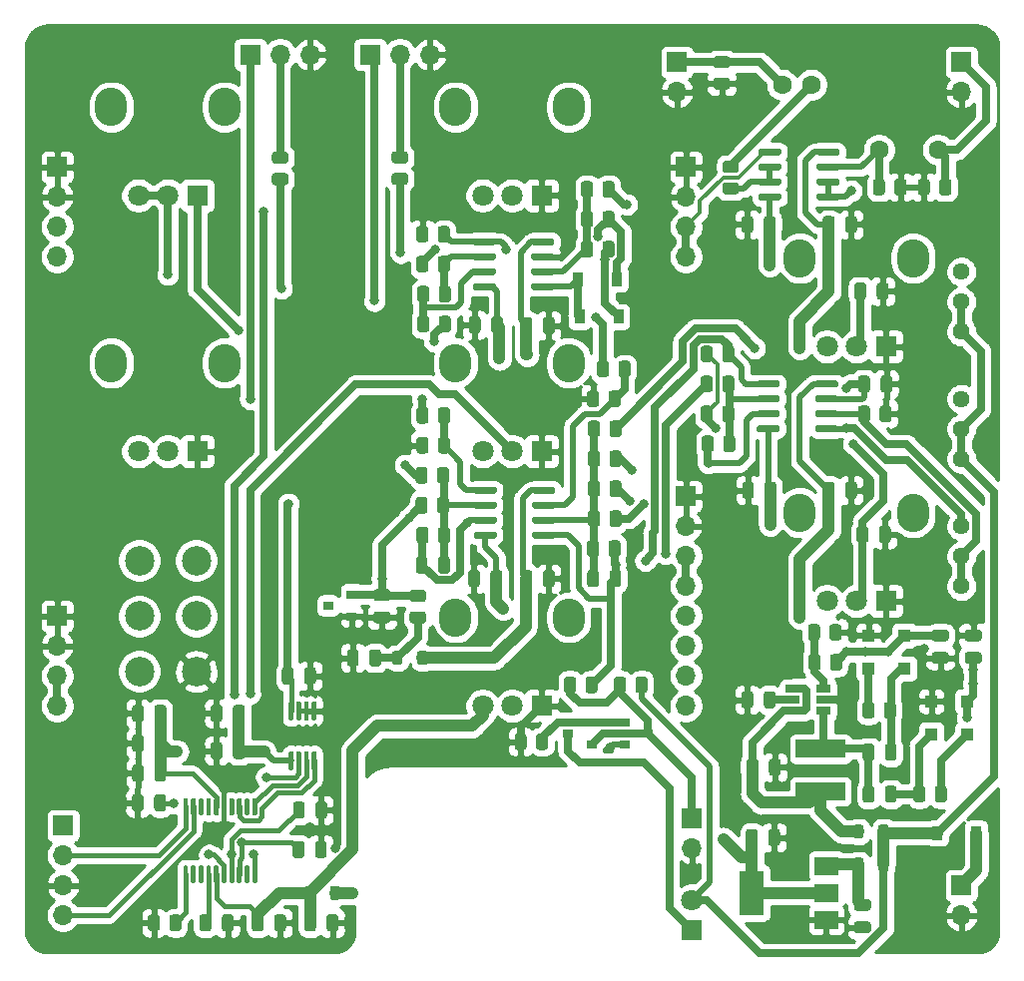
<source format=gtl>
G04 #@! TF.GenerationSoftware,KiCad,Pcbnew,5.1.10-88a1d61d58~88~ubuntu20.04.1*
G04 #@! TF.CreationDate,2021-06-30T15:24:22-04:00*
G04 #@! TF.ProjectId,whooshy_sound,77686f6f-7368-4795-9f73-6f756e642e6b,0*
G04 #@! TF.SameCoordinates,Original*
G04 #@! TF.FileFunction,Copper,L1,Top*
G04 #@! TF.FilePolarity,Positive*
%FSLAX46Y46*%
G04 Gerber Fmt 4.6, Leading zero omitted, Abs format (unit mm)*
G04 Created by KiCad (PCBNEW 5.1.10-88a1d61d58~88~ubuntu20.04.1) date 2021-06-30 15:24:22*
%MOMM*%
%LPD*%
G01*
G04 APERTURE LIST*
G04 #@! TA.AperFunction,ComponentPad*
%ADD10C,1.800000*%
G04 #@! TD*
G04 #@! TA.AperFunction,ComponentPad*
%ADD11R,1.800000X1.800000*%
G04 #@! TD*
G04 #@! TA.AperFunction,SMDPad,CuDef*
%ADD12R,0.900000X0.800000*%
G04 #@! TD*
G04 #@! TA.AperFunction,ComponentPad*
%ADD13O,1.700000X1.700000*%
G04 #@! TD*
G04 #@! TA.AperFunction,ComponentPad*
%ADD14R,1.700000X1.700000*%
G04 #@! TD*
G04 #@! TA.AperFunction,SMDPad,CuDef*
%ADD15R,4.200000X1.500000*%
G04 #@! TD*
G04 #@! TA.AperFunction,ComponentPad*
%ADD16C,1.600000*%
G04 #@! TD*
G04 #@! TA.AperFunction,SMDPad,CuDef*
%ADD17R,2.000000X1.500000*%
G04 #@! TD*
G04 #@! TA.AperFunction,SMDPad,CuDef*
%ADD18R,2.000000X3.800000*%
G04 #@! TD*
G04 #@! TA.AperFunction,SMDPad,CuDef*
%ADD19R,1.220000X0.650000*%
G04 #@! TD*
G04 #@! TA.AperFunction,ComponentPad*
%ADD20C,2.500000*%
G04 #@! TD*
G04 #@! TA.AperFunction,ComponentPad*
%ADD21O,2.720000X3.240000*%
G04 #@! TD*
G04 #@! TA.AperFunction,ComponentPad*
%ADD22C,1.440000*%
G04 #@! TD*
G04 #@! TA.AperFunction,SMDPad,CuDef*
%ADD23R,0.900000X1.200000*%
G04 #@! TD*
G04 #@! TA.AperFunction,SMDPad,CuDef*
%ADD24R,1.100000X1.100000*%
G04 #@! TD*
G04 #@! TA.AperFunction,ViaPad*
%ADD25C,0.800000*%
G04 #@! TD*
G04 #@! TA.AperFunction,Conductor*
%ADD26C,0.700000*%
G04 #@! TD*
G04 #@! TA.AperFunction,Conductor*
%ADD27C,0.500000*%
G04 #@! TD*
G04 #@! TA.AperFunction,Conductor*
%ADD28C,0.400000*%
G04 #@! TD*
G04 #@! TA.AperFunction,Conductor*
%ADD29C,1.000000*%
G04 #@! TD*
G04 #@! TA.AperFunction,Conductor*
%ADD30C,0.300000*%
G04 #@! TD*
G04 #@! TA.AperFunction,Conductor*
%ADD31C,0.254000*%
G04 #@! TD*
G04 #@! TA.AperFunction,Conductor*
%ADD32C,0.100000*%
G04 #@! TD*
G04 APERTURE END LIST*
G04 #@! TA.AperFunction,SMDPad,CuDef*
G36*
G01*
X191603500Y-105895000D02*
X191603500Y-106195000D01*
G75*
G02*
X191453500Y-106345000I-150000J0D01*
G01*
X189803500Y-106345000D01*
G75*
G02*
X189653500Y-106195000I0J150000D01*
G01*
X189653500Y-105895000D01*
G75*
G02*
X189803500Y-105745000I150000J0D01*
G01*
X191453500Y-105745000D01*
G75*
G02*
X191603500Y-105895000I0J-150000D01*
G01*
G37*
G04 #@! TD.AperFunction*
G04 #@! TA.AperFunction,SMDPad,CuDef*
G36*
G01*
X191603500Y-104625000D02*
X191603500Y-104925000D01*
G75*
G02*
X191453500Y-105075000I-150000J0D01*
G01*
X189803500Y-105075000D01*
G75*
G02*
X189653500Y-104925000I0J150000D01*
G01*
X189653500Y-104625000D01*
G75*
G02*
X189803500Y-104475000I150000J0D01*
G01*
X191453500Y-104475000D01*
G75*
G02*
X191603500Y-104625000I0J-150000D01*
G01*
G37*
G04 #@! TD.AperFunction*
G04 #@! TA.AperFunction,SMDPad,CuDef*
G36*
G01*
X191603500Y-103355000D02*
X191603500Y-103655000D01*
G75*
G02*
X191453500Y-103805000I-150000J0D01*
G01*
X189803500Y-103805000D01*
G75*
G02*
X189653500Y-103655000I0J150000D01*
G01*
X189653500Y-103355000D01*
G75*
G02*
X189803500Y-103205000I150000J0D01*
G01*
X191453500Y-103205000D01*
G75*
G02*
X191603500Y-103355000I0J-150000D01*
G01*
G37*
G04 #@! TD.AperFunction*
G04 #@! TA.AperFunction,SMDPad,CuDef*
G36*
G01*
X191603500Y-102085000D02*
X191603500Y-102385000D01*
G75*
G02*
X191453500Y-102535000I-150000J0D01*
G01*
X189803500Y-102535000D01*
G75*
G02*
X189653500Y-102385000I0J150000D01*
G01*
X189653500Y-102085000D01*
G75*
G02*
X189803500Y-101935000I150000J0D01*
G01*
X191453500Y-101935000D01*
G75*
G02*
X191603500Y-102085000I0J-150000D01*
G01*
G37*
G04 #@! TD.AperFunction*
G04 #@! TA.AperFunction,SMDPad,CuDef*
G36*
G01*
X196553500Y-102085000D02*
X196553500Y-102385000D01*
G75*
G02*
X196403500Y-102535000I-150000J0D01*
G01*
X194753500Y-102535000D01*
G75*
G02*
X194603500Y-102385000I0J150000D01*
G01*
X194603500Y-102085000D01*
G75*
G02*
X194753500Y-101935000I150000J0D01*
G01*
X196403500Y-101935000D01*
G75*
G02*
X196553500Y-102085000I0J-150000D01*
G01*
G37*
G04 #@! TD.AperFunction*
G04 #@! TA.AperFunction,SMDPad,CuDef*
G36*
G01*
X196553500Y-103355000D02*
X196553500Y-103655000D01*
G75*
G02*
X196403500Y-103805000I-150000J0D01*
G01*
X194753500Y-103805000D01*
G75*
G02*
X194603500Y-103655000I0J150000D01*
G01*
X194603500Y-103355000D01*
G75*
G02*
X194753500Y-103205000I150000J0D01*
G01*
X196403500Y-103205000D01*
G75*
G02*
X196553500Y-103355000I0J-150000D01*
G01*
G37*
G04 #@! TD.AperFunction*
G04 #@! TA.AperFunction,SMDPad,CuDef*
G36*
G01*
X196553500Y-104625000D02*
X196553500Y-104925000D01*
G75*
G02*
X196403500Y-105075000I-150000J0D01*
G01*
X194753500Y-105075000D01*
G75*
G02*
X194603500Y-104925000I0J150000D01*
G01*
X194603500Y-104625000D01*
G75*
G02*
X194753500Y-104475000I150000J0D01*
G01*
X196403500Y-104475000D01*
G75*
G02*
X196553500Y-104625000I0J-150000D01*
G01*
G37*
G04 #@! TD.AperFunction*
G04 #@! TA.AperFunction,SMDPad,CuDef*
G36*
G01*
X196553500Y-105895000D02*
X196553500Y-106195000D01*
G75*
G02*
X196403500Y-106345000I-150000J0D01*
G01*
X194753500Y-106345000D01*
G75*
G02*
X194603500Y-106195000I0J150000D01*
G01*
X194603500Y-105895000D01*
G75*
G02*
X194753500Y-105745000I150000J0D01*
G01*
X196403500Y-105745000D01*
G75*
G02*
X196553500Y-105895000I0J-150000D01*
G01*
G37*
G04 #@! TD.AperFunction*
G04 #@! TA.AperFunction,SMDPad,CuDef*
G36*
G01*
X167537000Y-93830000D02*
X167537000Y-94130000D01*
G75*
G02*
X167387000Y-94280000I-150000J0D01*
G01*
X165737000Y-94280000D01*
G75*
G02*
X165587000Y-94130000I0J150000D01*
G01*
X165587000Y-93830000D01*
G75*
G02*
X165737000Y-93680000I150000J0D01*
G01*
X167387000Y-93680000D01*
G75*
G02*
X167537000Y-93830000I0J-150000D01*
G01*
G37*
G04 #@! TD.AperFunction*
G04 #@! TA.AperFunction,SMDPad,CuDef*
G36*
G01*
X167537000Y-92560000D02*
X167537000Y-92860000D01*
G75*
G02*
X167387000Y-93010000I-150000J0D01*
G01*
X165737000Y-93010000D01*
G75*
G02*
X165587000Y-92860000I0J150000D01*
G01*
X165587000Y-92560000D01*
G75*
G02*
X165737000Y-92410000I150000J0D01*
G01*
X167387000Y-92410000D01*
G75*
G02*
X167537000Y-92560000I0J-150000D01*
G01*
G37*
G04 #@! TD.AperFunction*
G04 #@! TA.AperFunction,SMDPad,CuDef*
G36*
G01*
X167537000Y-91290000D02*
X167537000Y-91590000D01*
G75*
G02*
X167387000Y-91740000I-150000J0D01*
G01*
X165737000Y-91740000D01*
G75*
G02*
X165587000Y-91590000I0J150000D01*
G01*
X165587000Y-91290000D01*
G75*
G02*
X165737000Y-91140000I150000J0D01*
G01*
X167387000Y-91140000D01*
G75*
G02*
X167537000Y-91290000I0J-150000D01*
G01*
G37*
G04 #@! TD.AperFunction*
G04 #@! TA.AperFunction,SMDPad,CuDef*
G36*
G01*
X167537000Y-90020000D02*
X167537000Y-90320000D01*
G75*
G02*
X167387000Y-90470000I-150000J0D01*
G01*
X165737000Y-90470000D01*
G75*
G02*
X165587000Y-90320000I0J150000D01*
G01*
X165587000Y-90020000D01*
G75*
G02*
X165737000Y-89870000I150000J0D01*
G01*
X167387000Y-89870000D01*
G75*
G02*
X167537000Y-90020000I0J-150000D01*
G01*
G37*
G04 #@! TD.AperFunction*
G04 #@! TA.AperFunction,SMDPad,CuDef*
G36*
G01*
X172487000Y-90020000D02*
X172487000Y-90320000D01*
G75*
G02*
X172337000Y-90470000I-150000J0D01*
G01*
X170687000Y-90470000D01*
G75*
G02*
X170537000Y-90320000I0J150000D01*
G01*
X170537000Y-90020000D01*
G75*
G02*
X170687000Y-89870000I150000J0D01*
G01*
X172337000Y-89870000D01*
G75*
G02*
X172487000Y-90020000I0J-150000D01*
G01*
G37*
G04 #@! TD.AperFunction*
G04 #@! TA.AperFunction,SMDPad,CuDef*
G36*
G01*
X172487000Y-91290000D02*
X172487000Y-91590000D01*
G75*
G02*
X172337000Y-91740000I-150000J0D01*
G01*
X170687000Y-91740000D01*
G75*
G02*
X170537000Y-91590000I0J150000D01*
G01*
X170537000Y-91290000D01*
G75*
G02*
X170687000Y-91140000I150000J0D01*
G01*
X172337000Y-91140000D01*
G75*
G02*
X172487000Y-91290000I0J-150000D01*
G01*
G37*
G04 #@! TD.AperFunction*
G04 #@! TA.AperFunction,SMDPad,CuDef*
G36*
G01*
X172487000Y-92560000D02*
X172487000Y-92860000D01*
G75*
G02*
X172337000Y-93010000I-150000J0D01*
G01*
X170687000Y-93010000D01*
G75*
G02*
X170537000Y-92860000I0J150000D01*
G01*
X170537000Y-92560000D01*
G75*
G02*
X170687000Y-92410000I150000J0D01*
G01*
X172337000Y-92410000D01*
G75*
G02*
X172487000Y-92560000I0J-150000D01*
G01*
G37*
G04 #@! TD.AperFunction*
G04 #@! TA.AperFunction,SMDPad,CuDef*
G36*
G01*
X172487000Y-93830000D02*
X172487000Y-94130000D01*
G75*
G02*
X172337000Y-94280000I-150000J0D01*
G01*
X170687000Y-94280000D01*
G75*
G02*
X170537000Y-94130000I0J150000D01*
G01*
X170537000Y-93830000D01*
G75*
G02*
X170687000Y-93680000I150000J0D01*
G01*
X172337000Y-93680000D01*
G75*
G02*
X172487000Y-93830000I0J-150000D01*
G01*
G37*
G04 #@! TD.AperFunction*
G04 #@! TA.AperFunction,SMDPad,CuDef*
G36*
G01*
X167600500Y-114912000D02*
X167600500Y-115212000D01*
G75*
G02*
X167450500Y-115362000I-150000J0D01*
G01*
X165800500Y-115362000D01*
G75*
G02*
X165650500Y-115212000I0J150000D01*
G01*
X165650500Y-114912000D01*
G75*
G02*
X165800500Y-114762000I150000J0D01*
G01*
X167450500Y-114762000D01*
G75*
G02*
X167600500Y-114912000I0J-150000D01*
G01*
G37*
G04 #@! TD.AperFunction*
G04 #@! TA.AperFunction,SMDPad,CuDef*
G36*
G01*
X167600500Y-113642000D02*
X167600500Y-113942000D01*
G75*
G02*
X167450500Y-114092000I-150000J0D01*
G01*
X165800500Y-114092000D01*
G75*
G02*
X165650500Y-113942000I0J150000D01*
G01*
X165650500Y-113642000D01*
G75*
G02*
X165800500Y-113492000I150000J0D01*
G01*
X167450500Y-113492000D01*
G75*
G02*
X167600500Y-113642000I0J-150000D01*
G01*
G37*
G04 #@! TD.AperFunction*
G04 #@! TA.AperFunction,SMDPad,CuDef*
G36*
G01*
X167600500Y-112372000D02*
X167600500Y-112672000D01*
G75*
G02*
X167450500Y-112822000I-150000J0D01*
G01*
X165800500Y-112822000D01*
G75*
G02*
X165650500Y-112672000I0J150000D01*
G01*
X165650500Y-112372000D01*
G75*
G02*
X165800500Y-112222000I150000J0D01*
G01*
X167450500Y-112222000D01*
G75*
G02*
X167600500Y-112372000I0J-150000D01*
G01*
G37*
G04 #@! TD.AperFunction*
G04 #@! TA.AperFunction,SMDPad,CuDef*
G36*
G01*
X167600500Y-111102000D02*
X167600500Y-111402000D01*
G75*
G02*
X167450500Y-111552000I-150000J0D01*
G01*
X165800500Y-111552000D01*
G75*
G02*
X165650500Y-111402000I0J150000D01*
G01*
X165650500Y-111102000D01*
G75*
G02*
X165800500Y-110952000I150000J0D01*
G01*
X167450500Y-110952000D01*
G75*
G02*
X167600500Y-111102000I0J-150000D01*
G01*
G37*
G04 #@! TD.AperFunction*
G04 #@! TA.AperFunction,SMDPad,CuDef*
G36*
G01*
X172550500Y-111102000D02*
X172550500Y-111402000D01*
G75*
G02*
X172400500Y-111552000I-150000J0D01*
G01*
X170750500Y-111552000D01*
G75*
G02*
X170600500Y-111402000I0J150000D01*
G01*
X170600500Y-111102000D01*
G75*
G02*
X170750500Y-110952000I150000J0D01*
G01*
X172400500Y-110952000D01*
G75*
G02*
X172550500Y-111102000I0J-150000D01*
G01*
G37*
G04 #@! TD.AperFunction*
G04 #@! TA.AperFunction,SMDPad,CuDef*
G36*
G01*
X172550500Y-112372000D02*
X172550500Y-112672000D01*
G75*
G02*
X172400500Y-112822000I-150000J0D01*
G01*
X170750500Y-112822000D01*
G75*
G02*
X170600500Y-112672000I0J150000D01*
G01*
X170600500Y-112372000D01*
G75*
G02*
X170750500Y-112222000I150000J0D01*
G01*
X172400500Y-112222000D01*
G75*
G02*
X172550500Y-112372000I0J-150000D01*
G01*
G37*
G04 #@! TD.AperFunction*
G04 #@! TA.AperFunction,SMDPad,CuDef*
G36*
G01*
X172550500Y-113642000D02*
X172550500Y-113942000D01*
G75*
G02*
X172400500Y-114092000I-150000J0D01*
G01*
X170750500Y-114092000D01*
G75*
G02*
X170600500Y-113942000I0J150000D01*
G01*
X170600500Y-113642000D01*
G75*
G02*
X170750500Y-113492000I150000J0D01*
G01*
X172400500Y-113492000D01*
G75*
G02*
X172550500Y-113642000I0J-150000D01*
G01*
G37*
G04 #@! TD.AperFunction*
G04 #@! TA.AperFunction,SMDPad,CuDef*
G36*
G01*
X172550500Y-114912000D02*
X172550500Y-115212000D01*
G75*
G02*
X172400500Y-115362000I-150000J0D01*
G01*
X170750500Y-115362000D01*
G75*
G02*
X170600500Y-115212000I0J150000D01*
G01*
X170600500Y-114912000D01*
G75*
G02*
X170750500Y-114762000I150000J0D01*
G01*
X172400500Y-114762000D01*
G75*
G02*
X172550500Y-114912000I0J-150000D01*
G01*
G37*
G04 #@! TD.AperFunction*
G04 #@! TA.AperFunction,SMDPad,CuDef*
G36*
G01*
X179366500Y-128212002D02*
X179366500Y-127311998D01*
G75*
G02*
X179616498Y-127062000I249998J0D01*
G01*
X180141502Y-127062000D01*
G75*
G02*
X180391500Y-127311998I0J-249998D01*
G01*
X180391500Y-128212002D01*
G75*
G02*
X180141502Y-128462000I-249998J0D01*
G01*
X179616498Y-128462000D01*
G75*
G02*
X179366500Y-128212002I0J249998D01*
G01*
G37*
G04 #@! TD.AperFunction*
G04 #@! TA.AperFunction,SMDPad,CuDef*
G36*
G01*
X177541500Y-128212002D02*
X177541500Y-127311998D01*
G75*
G02*
X177791498Y-127062000I249998J0D01*
G01*
X178316502Y-127062000D01*
G75*
G02*
X178566500Y-127311998I0J-249998D01*
G01*
X178566500Y-128212002D01*
G75*
G02*
X178316502Y-128462000I-249998J0D01*
G01*
X177791498Y-128462000D01*
G75*
G02*
X177541500Y-128212002I0J249998D01*
G01*
G37*
G04 #@! TD.AperFunction*
D10*
X184150000Y-146050000D03*
D11*
X184150000Y-148590000D03*
G04 #@! TA.AperFunction,SMDPad,CuDef*
G36*
G01*
X175128500Y-128212002D02*
X175128500Y-127311998D01*
G75*
G02*
X175378498Y-127062000I249998J0D01*
G01*
X175903502Y-127062000D01*
G75*
G02*
X176153500Y-127311998I0J-249998D01*
G01*
X176153500Y-128212002D01*
G75*
G02*
X175903502Y-128462000I-249998J0D01*
G01*
X175378498Y-128462000D01*
G75*
G02*
X175128500Y-128212002I0J249998D01*
G01*
G37*
G04 #@! TD.AperFunction*
G04 #@! TA.AperFunction,SMDPad,CuDef*
G36*
G01*
X173303500Y-128212002D02*
X173303500Y-127311998D01*
G75*
G02*
X173553498Y-127062000I249998J0D01*
G01*
X174078502Y-127062000D01*
G75*
G02*
X174328500Y-127311998I0J-249998D01*
G01*
X174328500Y-128212002D01*
G75*
G02*
X174078502Y-128462000I-249998J0D01*
G01*
X173553498Y-128462000D01*
G75*
G02*
X173303500Y-128212002I0J249998D01*
G01*
G37*
G04 #@! TD.AperFunction*
G04 #@! TA.AperFunction,SMDPad,CuDef*
G36*
G01*
X170137500Y-132137998D02*
X170137500Y-133038002D01*
G75*
G02*
X169887502Y-133288000I-249998J0D01*
G01*
X169362498Y-133288000D01*
G75*
G02*
X169112500Y-133038002I0J249998D01*
G01*
X169112500Y-132137998D01*
G75*
G02*
X169362498Y-131888000I249998J0D01*
G01*
X169887502Y-131888000D01*
G75*
G02*
X170137500Y-132137998I0J-249998D01*
G01*
G37*
G04 #@! TD.AperFunction*
G04 #@! TA.AperFunction,SMDPad,CuDef*
G36*
G01*
X171962500Y-132137998D02*
X171962500Y-133038002D01*
G75*
G02*
X171712502Y-133288000I-249998J0D01*
G01*
X171187498Y-133288000D01*
G75*
G02*
X170937500Y-133038002I0J249998D01*
G01*
X170937500Y-132137998D01*
G75*
G02*
X171187498Y-131888000I249998J0D01*
G01*
X171712502Y-131888000D01*
G75*
G02*
X171962500Y-132137998I0J-249998D01*
G01*
G37*
G04 #@! TD.AperFunction*
D12*
X173641000Y-131887000D03*
X175641000Y-130937000D03*
X175641000Y-132837000D03*
X180435000Y-131887000D03*
X178435000Y-132837000D03*
X178435000Y-130937000D03*
D13*
X184150000Y-141605000D03*
D14*
X184150000Y-139065000D03*
D15*
X195072000Y-133201000D03*
X195072000Y-136801000D03*
D16*
X194310000Y-76835000D03*
X191810000Y-76835000D03*
D13*
X130810000Y-147320000D03*
X130810000Y-144780000D03*
X130810000Y-142240000D03*
D14*
X130810000Y-139700000D03*
G04 #@! TA.AperFunction,SMDPad,CuDef*
G36*
G01*
X150255000Y-130780000D02*
X150055000Y-130780000D01*
G75*
G02*
X149955000Y-130680000I0J100000D01*
G01*
X149955000Y-129255000D01*
G75*
G02*
X150055000Y-129155000I100000J0D01*
G01*
X150255000Y-129155000D01*
G75*
G02*
X150355000Y-129255000I0J-100000D01*
G01*
X150355000Y-130680000D01*
G75*
G02*
X150255000Y-130780000I-100000J0D01*
G01*
G37*
G04 #@! TD.AperFunction*
G04 #@! TA.AperFunction,SMDPad,CuDef*
G36*
G01*
X150905000Y-130780000D02*
X150705000Y-130780000D01*
G75*
G02*
X150605000Y-130680000I0J100000D01*
G01*
X150605000Y-129255000D01*
G75*
G02*
X150705000Y-129155000I100000J0D01*
G01*
X150905000Y-129155000D01*
G75*
G02*
X151005000Y-129255000I0J-100000D01*
G01*
X151005000Y-130680000D01*
G75*
G02*
X150905000Y-130780000I-100000J0D01*
G01*
G37*
G04 #@! TD.AperFunction*
G04 #@! TA.AperFunction,SMDPad,CuDef*
G36*
G01*
X151555000Y-130780000D02*
X151355000Y-130780000D01*
G75*
G02*
X151255000Y-130680000I0J100000D01*
G01*
X151255000Y-129255000D01*
G75*
G02*
X151355000Y-129155000I100000J0D01*
G01*
X151555000Y-129155000D01*
G75*
G02*
X151655000Y-129255000I0J-100000D01*
G01*
X151655000Y-130680000D01*
G75*
G02*
X151555000Y-130780000I-100000J0D01*
G01*
G37*
G04 #@! TD.AperFunction*
G04 #@! TA.AperFunction,SMDPad,CuDef*
G36*
G01*
X152205000Y-130780000D02*
X152005000Y-130780000D01*
G75*
G02*
X151905000Y-130680000I0J100000D01*
G01*
X151905000Y-129255000D01*
G75*
G02*
X152005000Y-129155000I100000J0D01*
G01*
X152205000Y-129155000D01*
G75*
G02*
X152305000Y-129255000I0J-100000D01*
G01*
X152305000Y-130680000D01*
G75*
G02*
X152205000Y-130780000I-100000J0D01*
G01*
G37*
G04 #@! TD.AperFunction*
G04 #@! TA.AperFunction,SMDPad,CuDef*
G36*
G01*
X152205000Y-135005000D02*
X152005000Y-135005000D01*
G75*
G02*
X151905000Y-134905000I0J100000D01*
G01*
X151905000Y-133480000D01*
G75*
G02*
X152005000Y-133380000I100000J0D01*
G01*
X152205000Y-133380000D01*
G75*
G02*
X152305000Y-133480000I0J-100000D01*
G01*
X152305000Y-134905000D01*
G75*
G02*
X152205000Y-135005000I-100000J0D01*
G01*
G37*
G04 #@! TD.AperFunction*
G04 #@! TA.AperFunction,SMDPad,CuDef*
G36*
G01*
X151555000Y-135005000D02*
X151355000Y-135005000D01*
G75*
G02*
X151255000Y-134905000I0J100000D01*
G01*
X151255000Y-133480000D01*
G75*
G02*
X151355000Y-133380000I100000J0D01*
G01*
X151555000Y-133380000D01*
G75*
G02*
X151655000Y-133480000I0J-100000D01*
G01*
X151655000Y-134905000D01*
G75*
G02*
X151555000Y-135005000I-100000J0D01*
G01*
G37*
G04 #@! TD.AperFunction*
G04 #@! TA.AperFunction,SMDPad,CuDef*
G36*
G01*
X150905000Y-135005000D02*
X150705000Y-135005000D01*
G75*
G02*
X150605000Y-134905000I0J100000D01*
G01*
X150605000Y-133480000D01*
G75*
G02*
X150705000Y-133380000I100000J0D01*
G01*
X150905000Y-133380000D01*
G75*
G02*
X151005000Y-133480000I0J-100000D01*
G01*
X151005000Y-134905000D01*
G75*
G02*
X150905000Y-135005000I-100000J0D01*
G01*
G37*
G04 #@! TD.AperFunction*
G04 #@! TA.AperFunction,SMDPad,CuDef*
G36*
G01*
X150255000Y-135005000D02*
X150055000Y-135005000D01*
G75*
G02*
X149955000Y-134905000I0J100000D01*
G01*
X149955000Y-133480000D01*
G75*
G02*
X150055000Y-133380000I100000J0D01*
G01*
X150255000Y-133380000D01*
G75*
G02*
X150355000Y-133480000I0J-100000D01*
G01*
X150355000Y-134905000D01*
G75*
G02*
X150255000Y-135005000I-100000J0D01*
G01*
G37*
G04 #@! TD.AperFunction*
G04 #@! TA.AperFunction,SMDPad,CuDef*
G36*
G01*
X141320000Y-138845000D02*
X141120000Y-138845000D01*
G75*
G02*
X141020000Y-138745000I0J100000D01*
G01*
X141020000Y-137470000D01*
G75*
G02*
X141120000Y-137370000I100000J0D01*
G01*
X141320000Y-137370000D01*
G75*
G02*
X141420000Y-137470000I0J-100000D01*
G01*
X141420000Y-138745000D01*
G75*
G02*
X141320000Y-138845000I-100000J0D01*
G01*
G37*
G04 #@! TD.AperFunction*
G04 #@! TA.AperFunction,SMDPad,CuDef*
G36*
G01*
X141970000Y-138845000D02*
X141770000Y-138845000D01*
G75*
G02*
X141670000Y-138745000I0J100000D01*
G01*
X141670000Y-137470000D01*
G75*
G02*
X141770000Y-137370000I100000J0D01*
G01*
X141970000Y-137370000D01*
G75*
G02*
X142070000Y-137470000I0J-100000D01*
G01*
X142070000Y-138745000D01*
G75*
G02*
X141970000Y-138845000I-100000J0D01*
G01*
G37*
G04 #@! TD.AperFunction*
G04 #@! TA.AperFunction,SMDPad,CuDef*
G36*
G01*
X142620000Y-138845000D02*
X142420000Y-138845000D01*
G75*
G02*
X142320000Y-138745000I0J100000D01*
G01*
X142320000Y-137470000D01*
G75*
G02*
X142420000Y-137370000I100000J0D01*
G01*
X142620000Y-137370000D01*
G75*
G02*
X142720000Y-137470000I0J-100000D01*
G01*
X142720000Y-138745000D01*
G75*
G02*
X142620000Y-138845000I-100000J0D01*
G01*
G37*
G04 #@! TD.AperFunction*
G04 #@! TA.AperFunction,SMDPad,CuDef*
G36*
G01*
X143270000Y-138845000D02*
X143070000Y-138845000D01*
G75*
G02*
X142970000Y-138745000I0J100000D01*
G01*
X142970000Y-137470000D01*
G75*
G02*
X143070000Y-137370000I100000J0D01*
G01*
X143270000Y-137370000D01*
G75*
G02*
X143370000Y-137470000I0J-100000D01*
G01*
X143370000Y-138745000D01*
G75*
G02*
X143270000Y-138845000I-100000J0D01*
G01*
G37*
G04 #@! TD.AperFunction*
G04 #@! TA.AperFunction,SMDPad,CuDef*
G36*
G01*
X143920000Y-138845000D02*
X143720000Y-138845000D01*
G75*
G02*
X143620000Y-138745000I0J100000D01*
G01*
X143620000Y-137470000D01*
G75*
G02*
X143720000Y-137370000I100000J0D01*
G01*
X143920000Y-137370000D01*
G75*
G02*
X144020000Y-137470000I0J-100000D01*
G01*
X144020000Y-138745000D01*
G75*
G02*
X143920000Y-138845000I-100000J0D01*
G01*
G37*
G04 #@! TD.AperFunction*
G04 #@! TA.AperFunction,SMDPad,CuDef*
G36*
G01*
X144570000Y-138845000D02*
X144370000Y-138845000D01*
G75*
G02*
X144270000Y-138745000I0J100000D01*
G01*
X144270000Y-137470000D01*
G75*
G02*
X144370000Y-137370000I100000J0D01*
G01*
X144570000Y-137370000D01*
G75*
G02*
X144670000Y-137470000I0J-100000D01*
G01*
X144670000Y-138745000D01*
G75*
G02*
X144570000Y-138845000I-100000J0D01*
G01*
G37*
G04 #@! TD.AperFunction*
G04 #@! TA.AperFunction,SMDPad,CuDef*
G36*
G01*
X145220000Y-138845000D02*
X145020000Y-138845000D01*
G75*
G02*
X144920000Y-138745000I0J100000D01*
G01*
X144920000Y-137470000D01*
G75*
G02*
X145020000Y-137370000I100000J0D01*
G01*
X145220000Y-137370000D01*
G75*
G02*
X145320000Y-137470000I0J-100000D01*
G01*
X145320000Y-138745000D01*
G75*
G02*
X145220000Y-138845000I-100000J0D01*
G01*
G37*
G04 #@! TD.AperFunction*
G04 #@! TA.AperFunction,SMDPad,CuDef*
G36*
G01*
X145870000Y-138845000D02*
X145670000Y-138845000D01*
G75*
G02*
X145570000Y-138745000I0J100000D01*
G01*
X145570000Y-137470000D01*
G75*
G02*
X145670000Y-137370000I100000J0D01*
G01*
X145870000Y-137370000D01*
G75*
G02*
X145970000Y-137470000I0J-100000D01*
G01*
X145970000Y-138745000D01*
G75*
G02*
X145870000Y-138845000I-100000J0D01*
G01*
G37*
G04 #@! TD.AperFunction*
G04 #@! TA.AperFunction,SMDPad,CuDef*
G36*
G01*
X146520000Y-138845000D02*
X146320000Y-138845000D01*
G75*
G02*
X146220000Y-138745000I0J100000D01*
G01*
X146220000Y-137470000D01*
G75*
G02*
X146320000Y-137370000I100000J0D01*
G01*
X146520000Y-137370000D01*
G75*
G02*
X146620000Y-137470000I0J-100000D01*
G01*
X146620000Y-138745000D01*
G75*
G02*
X146520000Y-138845000I-100000J0D01*
G01*
G37*
G04 #@! TD.AperFunction*
G04 #@! TA.AperFunction,SMDPad,CuDef*
G36*
G01*
X147170000Y-138845000D02*
X146970000Y-138845000D01*
G75*
G02*
X146870000Y-138745000I0J100000D01*
G01*
X146870000Y-137470000D01*
G75*
G02*
X146970000Y-137370000I100000J0D01*
G01*
X147170000Y-137370000D01*
G75*
G02*
X147270000Y-137470000I0J-100000D01*
G01*
X147270000Y-138745000D01*
G75*
G02*
X147170000Y-138845000I-100000J0D01*
G01*
G37*
G04 #@! TD.AperFunction*
G04 #@! TA.AperFunction,SMDPad,CuDef*
G36*
G01*
X147170000Y-144570000D02*
X146970000Y-144570000D01*
G75*
G02*
X146870000Y-144470000I0J100000D01*
G01*
X146870000Y-143195000D01*
G75*
G02*
X146970000Y-143095000I100000J0D01*
G01*
X147170000Y-143095000D01*
G75*
G02*
X147270000Y-143195000I0J-100000D01*
G01*
X147270000Y-144470000D01*
G75*
G02*
X147170000Y-144570000I-100000J0D01*
G01*
G37*
G04 #@! TD.AperFunction*
G04 #@! TA.AperFunction,SMDPad,CuDef*
G36*
G01*
X146520000Y-144570000D02*
X146320000Y-144570000D01*
G75*
G02*
X146220000Y-144470000I0J100000D01*
G01*
X146220000Y-143195000D01*
G75*
G02*
X146320000Y-143095000I100000J0D01*
G01*
X146520000Y-143095000D01*
G75*
G02*
X146620000Y-143195000I0J-100000D01*
G01*
X146620000Y-144470000D01*
G75*
G02*
X146520000Y-144570000I-100000J0D01*
G01*
G37*
G04 #@! TD.AperFunction*
G04 #@! TA.AperFunction,SMDPad,CuDef*
G36*
G01*
X145870000Y-144570000D02*
X145670000Y-144570000D01*
G75*
G02*
X145570000Y-144470000I0J100000D01*
G01*
X145570000Y-143195000D01*
G75*
G02*
X145670000Y-143095000I100000J0D01*
G01*
X145870000Y-143095000D01*
G75*
G02*
X145970000Y-143195000I0J-100000D01*
G01*
X145970000Y-144470000D01*
G75*
G02*
X145870000Y-144570000I-100000J0D01*
G01*
G37*
G04 #@! TD.AperFunction*
G04 #@! TA.AperFunction,SMDPad,CuDef*
G36*
G01*
X145220000Y-144570000D02*
X145020000Y-144570000D01*
G75*
G02*
X144920000Y-144470000I0J100000D01*
G01*
X144920000Y-143195000D01*
G75*
G02*
X145020000Y-143095000I100000J0D01*
G01*
X145220000Y-143095000D01*
G75*
G02*
X145320000Y-143195000I0J-100000D01*
G01*
X145320000Y-144470000D01*
G75*
G02*
X145220000Y-144570000I-100000J0D01*
G01*
G37*
G04 #@! TD.AperFunction*
G04 #@! TA.AperFunction,SMDPad,CuDef*
G36*
G01*
X144570000Y-144570000D02*
X144370000Y-144570000D01*
G75*
G02*
X144270000Y-144470000I0J100000D01*
G01*
X144270000Y-143195000D01*
G75*
G02*
X144370000Y-143095000I100000J0D01*
G01*
X144570000Y-143095000D01*
G75*
G02*
X144670000Y-143195000I0J-100000D01*
G01*
X144670000Y-144470000D01*
G75*
G02*
X144570000Y-144570000I-100000J0D01*
G01*
G37*
G04 #@! TD.AperFunction*
G04 #@! TA.AperFunction,SMDPad,CuDef*
G36*
G01*
X143920000Y-144570000D02*
X143720000Y-144570000D01*
G75*
G02*
X143620000Y-144470000I0J100000D01*
G01*
X143620000Y-143195000D01*
G75*
G02*
X143720000Y-143095000I100000J0D01*
G01*
X143920000Y-143095000D01*
G75*
G02*
X144020000Y-143195000I0J-100000D01*
G01*
X144020000Y-144470000D01*
G75*
G02*
X143920000Y-144570000I-100000J0D01*
G01*
G37*
G04 #@! TD.AperFunction*
G04 #@! TA.AperFunction,SMDPad,CuDef*
G36*
G01*
X143270000Y-144570000D02*
X143070000Y-144570000D01*
G75*
G02*
X142970000Y-144470000I0J100000D01*
G01*
X142970000Y-143195000D01*
G75*
G02*
X143070000Y-143095000I100000J0D01*
G01*
X143270000Y-143095000D01*
G75*
G02*
X143370000Y-143195000I0J-100000D01*
G01*
X143370000Y-144470000D01*
G75*
G02*
X143270000Y-144570000I-100000J0D01*
G01*
G37*
G04 #@! TD.AperFunction*
G04 #@! TA.AperFunction,SMDPad,CuDef*
G36*
G01*
X142620000Y-144570000D02*
X142420000Y-144570000D01*
G75*
G02*
X142320000Y-144470000I0J100000D01*
G01*
X142320000Y-143195000D01*
G75*
G02*
X142420000Y-143095000I100000J0D01*
G01*
X142620000Y-143095000D01*
G75*
G02*
X142720000Y-143195000I0J-100000D01*
G01*
X142720000Y-144470000D01*
G75*
G02*
X142620000Y-144570000I-100000J0D01*
G01*
G37*
G04 #@! TD.AperFunction*
G04 #@! TA.AperFunction,SMDPad,CuDef*
G36*
G01*
X141970000Y-144570000D02*
X141770000Y-144570000D01*
G75*
G02*
X141670000Y-144470000I0J100000D01*
G01*
X141670000Y-143195000D01*
G75*
G02*
X141770000Y-143095000I100000J0D01*
G01*
X141970000Y-143095000D01*
G75*
G02*
X142070000Y-143195000I0J-100000D01*
G01*
X142070000Y-144470000D01*
G75*
G02*
X141970000Y-144570000I-100000J0D01*
G01*
G37*
G04 #@! TD.AperFunction*
G04 #@! TA.AperFunction,SMDPad,CuDef*
G36*
G01*
X141320000Y-144570000D02*
X141120000Y-144570000D01*
G75*
G02*
X141020000Y-144470000I0J100000D01*
G01*
X141020000Y-143195000D01*
G75*
G02*
X141120000Y-143095000I100000J0D01*
G01*
X141320000Y-143095000D01*
G75*
G02*
X141420000Y-143195000I0J-100000D01*
G01*
X141420000Y-144470000D01*
G75*
G02*
X141320000Y-144570000I-100000J0D01*
G01*
G37*
G04 #@! TD.AperFunction*
D17*
X195555000Y-147715000D03*
X195555000Y-143115000D03*
X195555000Y-145415000D03*
D18*
X189255000Y-145415000D03*
D19*
X192706000Y-129982000D03*
X192706000Y-129032000D03*
X192706000Y-128082000D03*
X195326000Y-128082000D03*
X195326000Y-129032000D03*
X195326000Y-129982000D03*
D12*
X153305000Y-121031000D03*
X155305000Y-120081000D03*
X155305000Y-121981000D03*
G04 #@! TA.AperFunction,SMDPad,CuDef*
G36*
G01*
X191732000Y-86210000D02*
X191732000Y-86510000D01*
G75*
G02*
X191582000Y-86660000I-150000J0D01*
G01*
X189932000Y-86660000D01*
G75*
G02*
X189782000Y-86510000I0J150000D01*
G01*
X189782000Y-86210000D01*
G75*
G02*
X189932000Y-86060000I150000J0D01*
G01*
X191582000Y-86060000D01*
G75*
G02*
X191732000Y-86210000I0J-150000D01*
G01*
G37*
G04 #@! TD.AperFunction*
G04 #@! TA.AperFunction,SMDPad,CuDef*
G36*
G01*
X191732000Y-84940000D02*
X191732000Y-85240000D01*
G75*
G02*
X191582000Y-85390000I-150000J0D01*
G01*
X189932000Y-85390000D01*
G75*
G02*
X189782000Y-85240000I0J150000D01*
G01*
X189782000Y-84940000D01*
G75*
G02*
X189932000Y-84790000I150000J0D01*
G01*
X191582000Y-84790000D01*
G75*
G02*
X191732000Y-84940000I0J-150000D01*
G01*
G37*
G04 #@! TD.AperFunction*
G04 #@! TA.AperFunction,SMDPad,CuDef*
G36*
G01*
X191732000Y-83670000D02*
X191732000Y-83970000D01*
G75*
G02*
X191582000Y-84120000I-150000J0D01*
G01*
X189932000Y-84120000D01*
G75*
G02*
X189782000Y-83970000I0J150000D01*
G01*
X189782000Y-83670000D01*
G75*
G02*
X189932000Y-83520000I150000J0D01*
G01*
X191582000Y-83520000D01*
G75*
G02*
X191732000Y-83670000I0J-150000D01*
G01*
G37*
G04 #@! TD.AperFunction*
G04 #@! TA.AperFunction,SMDPad,CuDef*
G36*
G01*
X191732000Y-82400000D02*
X191732000Y-82700000D01*
G75*
G02*
X191582000Y-82850000I-150000J0D01*
G01*
X189932000Y-82850000D01*
G75*
G02*
X189782000Y-82700000I0J150000D01*
G01*
X189782000Y-82400000D01*
G75*
G02*
X189932000Y-82250000I150000J0D01*
G01*
X191582000Y-82250000D01*
G75*
G02*
X191732000Y-82400000I0J-150000D01*
G01*
G37*
G04 #@! TD.AperFunction*
G04 #@! TA.AperFunction,SMDPad,CuDef*
G36*
G01*
X196682000Y-82400000D02*
X196682000Y-82700000D01*
G75*
G02*
X196532000Y-82850000I-150000J0D01*
G01*
X194882000Y-82850000D01*
G75*
G02*
X194732000Y-82700000I0J150000D01*
G01*
X194732000Y-82400000D01*
G75*
G02*
X194882000Y-82250000I150000J0D01*
G01*
X196532000Y-82250000D01*
G75*
G02*
X196682000Y-82400000I0J-150000D01*
G01*
G37*
G04 #@! TD.AperFunction*
G04 #@! TA.AperFunction,SMDPad,CuDef*
G36*
G01*
X196682000Y-83670000D02*
X196682000Y-83970000D01*
G75*
G02*
X196532000Y-84120000I-150000J0D01*
G01*
X194882000Y-84120000D01*
G75*
G02*
X194732000Y-83970000I0J150000D01*
G01*
X194732000Y-83670000D01*
G75*
G02*
X194882000Y-83520000I150000J0D01*
G01*
X196532000Y-83520000D01*
G75*
G02*
X196682000Y-83670000I0J-150000D01*
G01*
G37*
G04 #@! TD.AperFunction*
G04 #@! TA.AperFunction,SMDPad,CuDef*
G36*
G01*
X196682000Y-84940000D02*
X196682000Y-85240000D01*
G75*
G02*
X196532000Y-85390000I-150000J0D01*
G01*
X194882000Y-85390000D01*
G75*
G02*
X194732000Y-85240000I0J150000D01*
G01*
X194732000Y-84940000D01*
G75*
G02*
X194882000Y-84790000I150000J0D01*
G01*
X196532000Y-84790000D01*
G75*
G02*
X196682000Y-84940000I0J-150000D01*
G01*
G37*
G04 #@! TD.AperFunction*
G04 #@! TA.AperFunction,SMDPad,CuDef*
G36*
G01*
X196682000Y-86210000D02*
X196682000Y-86510000D01*
G75*
G02*
X196532000Y-86660000I-150000J0D01*
G01*
X194882000Y-86660000D01*
G75*
G02*
X194732000Y-86510000I0J150000D01*
G01*
X194732000Y-86210000D01*
G75*
G02*
X194882000Y-86060000I150000J0D01*
G01*
X196532000Y-86060000D01*
G75*
G02*
X196682000Y-86210000I0J-150000D01*
G01*
G37*
G04 #@! TD.AperFunction*
D20*
X142115000Y-117220000D03*
X142115000Y-121920000D03*
X142115000Y-126620000D03*
X137285000Y-117220000D03*
X137285000Y-121920000D03*
X137285000Y-126620000D03*
D21*
X173710000Y-122040000D03*
X164110000Y-122040000D03*
D10*
X166410000Y-129540000D03*
X168910000Y-129540000D03*
D11*
X171410000Y-129540000D03*
D21*
X173710000Y-100450000D03*
X164110000Y-100450000D03*
D10*
X166410000Y-107950000D03*
X168910000Y-107950000D03*
D11*
X171410000Y-107950000D03*
D21*
X173710000Y-78740000D03*
X164110000Y-78740000D03*
D10*
X166410000Y-86240000D03*
X168910000Y-86240000D03*
D11*
X171410000Y-86240000D03*
D21*
X144500000Y-100450000D03*
X134900000Y-100450000D03*
D10*
X137200000Y-107950000D03*
X139700000Y-107950000D03*
D11*
X142200000Y-107950000D03*
D22*
X207010000Y-119380000D03*
X207010000Y-116840000D03*
X207010000Y-114300000D03*
D21*
X144500000Y-78740000D03*
X134900000Y-78740000D03*
D10*
X137200000Y-86240000D03*
X139700000Y-86240000D03*
D11*
X142200000Y-86240000D03*
D21*
X202920000Y-91560000D03*
X193320000Y-91560000D03*
D10*
X195620000Y-99060000D03*
X198120000Y-99060000D03*
D11*
X200620000Y-99060000D03*
D22*
X207010000Y-97790000D03*
X207010000Y-95250000D03*
X207010000Y-92710000D03*
D21*
X202920000Y-113150000D03*
X193320000Y-113150000D03*
D10*
X195620000Y-120650000D03*
X198120000Y-120650000D03*
D11*
X200620000Y-120650000D03*
D22*
X207010000Y-108585000D03*
X207010000Y-106045000D03*
X207010000Y-103505000D03*
G04 #@! TA.AperFunction,SMDPad,CuDef*
G36*
G01*
X139022500Y-147504998D02*
X139022500Y-148405002D01*
G75*
G02*
X138772502Y-148655000I-249998J0D01*
G01*
X138247498Y-148655000D01*
G75*
G02*
X137997500Y-148405002I0J249998D01*
G01*
X137997500Y-147504998D01*
G75*
G02*
X138247498Y-147255000I249998J0D01*
G01*
X138772502Y-147255000D01*
G75*
G02*
X139022500Y-147504998I0J-249998D01*
G01*
G37*
G04 #@! TD.AperFunction*
G04 #@! TA.AperFunction,SMDPad,CuDef*
G36*
G01*
X140847500Y-147504998D02*
X140847500Y-148405002D01*
G75*
G02*
X140597502Y-148655000I-249998J0D01*
G01*
X140072498Y-148655000D01*
G75*
G02*
X139822500Y-148405002I0J249998D01*
G01*
X139822500Y-147504998D01*
G75*
G02*
X140072498Y-147255000I249998J0D01*
G01*
X140597502Y-147255000D01*
G75*
G02*
X140847500Y-147504998I0J-249998D01*
G01*
G37*
G04 #@! TD.AperFunction*
G04 #@! TA.AperFunction,SMDPad,CuDef*
G36*
G01*
X186812500Y-107765002D02*
X186812500Y-106864998D01*
G75*
G02*
X187062498Y-106615000I249998J0D01*
G01*
X187587502Y-106615000D01*
G75*
G02*
X187837500Y-106864998I0J-249998D01*
G01*
X187837500Y-107765002D01*
G75*
G02*
X187587502Y-108015000I-249998J0D01*
G01*
X187062498Y-108015000D01*
G75*
G02*
X186812500Y-107765002I0J249998D01*
G01*
G37*
G04 #@! TD.AperFunction*
G04 #@! TA.AperFunction,SMDPad,CuDef*
G36*
G01*
X184987500Y-107765002D02*
X184987500Y-106864998D01*
G75*
G02*
X185237498Y-106615000I249998J0D01*
G01*
X185762502Y-106615000D01*
G75*
G02*
X186012500Y-106864998I0J-249998D01*
G01*
X186012500Y-107765002D01*
G75*
G02*
X185762502Y-108015000I-249998J0D01*
G01*
X185237498Y-108015000D01*
G75*
G02*
X184987500Y-107765002I0J249998D01*
G01*
G37*
G04 #@! TD.AperFunction*
G04 #@! TA.AperFunction,SMDPad,CuDef*
G36*
G01*
X185932500Y-101784998D02*
X185932500Y-102685002D01*
G75*
G02*
X185682502Y-102935000I-249998J0D01*
G01*
X185157498Y-102935000D01*
G75*
G02*
X184907500Y-102685002I0J249998D01*
G01*
X184907500Y-101784998D01*
G75*
G02*
X185157498Y-101535000I249998J0D01*
G01*
X185682502Y-101535000D01*
G75*
G02*
X185932500Y-101784998I0J-249998D01*
G01*
G37*
G04 #@! TD.AperFunction*
G04 #@! TA.AperFunction,SMDPad,CuDef*
G36*
G01*
X187757500Y-101784998D02*
X187757500Y-102685002D01*
G75*
G02*
X187507502Y-102935000I-249998J0D01*
G01*
X186982498Y-102935000D01*
G75*
G02*
X186732500Y-102685002I0J249998D01*
G01*
X186732500Y-101784998D01*
G75*
G02*
X186982498Y-101535000I249998J0D01*
G01*
X187507502Y-101535000D01*
G75*
G02*
X187757500Y-101784998I0J-249998D01*
G01*
G37*
G04 #@! TD.AperFunction*
G04 #@! TA.AperFunction,SMDPad,CuDef*
G36*
G01*
X185932500Y-99244998D02*
X185932500Y-100145002D01*
G75*
G02*
X185682502Y-100395000I-249998J0D01*
G01*
X185157498Y-100395000D01*
G75*
G02*
X184907500Y-100145002I0J249998D01*
G01*
X184907500Y-99244998D01*
G75*
G02*
X185157498Y-98995000I249998J0D01*
G01*
X185682502Y-98995000D01*
G75*
G02*
X185932500Y-99244998I0J-249998D01*
G01*
G37*
G04 #@! TD.AperFunction*
G04 #@! TA.AperFunction,SMDPad,CuDef*
G36*
G01*
X187757500Y-99244998D02*
X187757500Y-100145002D01*
G75*
G02*
X187507502Y-100395000I-249998J0D01*
G01*
X186982498Y-100395000D01*
G75*
G02*
X186732500Y-100145002I0J249998D01*
G01*
X186732500Y-99244998D01*
G75*
G02*
X186982498Y-98995000I249998J0D01*
G01*
X187507502Y-98995000D01*
G75*
G02*
X187757500Y-99244998I0J-249998D01*
G01*
G37*
G04 #@! TD.AperFunction*
G04 #@! TA.AperFunction,SMDPad,CuDef*
G36*
G01*
X185932500Y-104324998D02*
X185932500Y-105225002D01*
G75*
G02*
X185682502Y-105475000I-249998J0D01*
G01*
X185157498Y-105475000D01*
G75*
G02*
X184907500Y-105225002I0J249998D01*
G01*
X184907500Y-104324998D01*
G75*
G02*
X185157498Y-104075000I249998J0D01*
G01*
X185682502Y-104075000D01*
G75*
G02*
X185932500Y-104324998I0J-249998D01*
G01*
G37*
G04 #@! TD.AperFunction*
G04 #@! TA.AperFunction,SMDPad,CuDef*
G36*
G01*
X187757500Y-104324998D02*
X187757500Y-105225002D01*
G75*
G02*
X187507502Y-105475000I-249998J0D01*
G01*
X186982498Y-105475000D01*
G75*
G02*
X186732500Y-105225002I0J249998D01*
G01*
X186732500Y-104324998D01*
G75*
G02*
X186982498Y-104075000I249998J0D01*
G01*
X187507502Y-104075000D01*
G75*
G02*
X187757500Y-104324998I0J-249998D01*
G01*
G37*
G04 #@! TD.AperFunction*
G04 #@! TA.AperFunction,SMDPad,CuDef*
G36*
G01*
X199267500Y-104324998D02*
X199267500Y-105225002D01*
G75*
G02*
X199017502Y-105475000I-249998J0D01*
G01*
X198492498Y-105475000D01*
G75*
G02*
X198242500Y-105225002I0J249998D01*
G01*
X198242500Y-104324998D01*
G75*
G02*
X198492498Y-104075000I249998J0D01*
G01*
X199017502Y-104075000D01*
G75*
G02*
X199267500Y-104324998I0J-249998D01*
G01*
G37*
G04 #@! TD.AperFunction*
G04 #@! TA.AperFunction,SMDPad,CuDef*
G36*
G01*
X201092500Y-104324998D02*
X201092500Y-105225002D01*
G75*
G02*
X200842502Y-105475000I-249998J0D01*
G01*
X200317498Y-105475000D01*
G75*
G02*
X200067500Y-105225002I0J249998D01*
G01*
X200067500Y-104324998D01*
G75*
G02*
X200317498Y-104075000I249998J0D01*
G01*
X200842502Y-104075000D01*
G75*
G02*
X201092500Y-104324998I0J-249998D01*
G01*
G37*
G04 #@! TD.AperFunction*
G04 #@! TA.AperFunction,SMDPad,CuDef*
G36*
G01*
X161882500Y-96704998D02*
X161882500Y-97605002D01*
G75*
G02*
X161632502Y-97855000I-249998J0D01*
G01*
X161107498Y-97855000D01*
G75*
G02*
X160857500Y-97605002I0J249998D01*
G01*
X160857500Y-96704998D01*
G75*
G02*
X161107498Y-96455000I249998J0D01*
G01*
X161632502Y-96455000D01*
G75*
G02*
X161882500Y-96704998I0J-249998D01*
G01*
G37*
G04 #@! TD.AperFunction*
G04 #@! TA.AperFunction,SMDPad,CuDef*
G36*
G01*
X163707500Y-96704998D02*
X163707500Y-97605002D01*
G75*
G02*
X163457502Y-97855000I-249998J0D01*
G01*
X162932498Y-97855000D01*
G75*
G02*
X162682500Y-97605002I0J249998D01*
G01*
X162682500Y-96704998D01*
G75*
G02*
X162932498Y-96455000I249998J0D01*
G01*
X163457502Y-96455000D01*
G75*
G02*
X163707500Y-96704998I0J-249998D01*
G01*
G37*
G04 #@! TD.AperFunction*
G04 #@! TA.AperFunction,SMDPad,CuDef*
G36*
G01*
X162682500Y-95065002D02*
X162682500Y-94164998D01*
G75*
G02*
X162932498Y-93915000I249998J0D01*
G01*
X163457502Y-93915000D01*
G75*
G02*
X163707500Y-94164998I0J-249998D01*
G01*
X163707500Y-95065002D01*
G75*
G02*
X163457502Y-95315000I-249998J0D01*
G01*
X162932498Y-95315000D01*
G75*
G02*
X162682500Y-95065002I0J249998D01*
G01*
G37*
G04 #@! TD.AperFunction*
G04 #@! TA.AperFunction,SMDPad,CuDef*
G36*
G01*
X160857500Y-95065002D02*
X160857500Y-94164998D01*
G75*
G02*
X161107498Y-93915000I249998J0D01*
G01*
X161632502Y-93915000D01*
G75*
G02*
X161882500Y-94164998I0J-249998D01*
G01*
X161882500Y-95065002D01*
G75*
G02*
X161632502Y-95315000I-249998J0D01*
G01*
X161107498Y-95315000D01*
G75*
G02*
X160857500Y-95065002I0J249998D01*
G01*
G37*
G04 #@! TD.AperFunction*
G04 #@! TA.AperFunction,SMDPad,CuDef*
G36*
G01*
X162602500Y-89985002D02*
X162602500Y-89084998D01*
G75*
G02*
X162852498Y-88835000I249998J0D01*
G01*
X163377502Y-88835000D01*
G75*
G02*
X163627500Y-89084998I0J-249998D01*
G01*
X163627500Y-89985002D01*
G75*
G02*
X163377502Y-90235000I-249998J0D01*
G01*
X162852498Y-90235000D01*
G75*
G02*
X162602500Y-89985002I0J249998D01*
G01*
G37*
G04 #@! TD.AperFunction*
G04 #@! TA.AperFunction,SMDPad,CuDef*
G36*
G01*
X160777500Y-89985002D02*
X160777500Y-89084998D01*
G75*
G02*
X161027498Y-88835000I249998J0D01*
G01*
X161552502Y-88835000D01*
G75*
G02*
X161802500Y-89084998I0J-249998D01*
G01*
X161802500Y-89985002D01*
G75*
G02*
X161552502Y-90235000I-249998J0D01*
G01*
X161027498Y-90235000D01*
G75*
G02*
X160777500Y-89985002I0J249998D01*
G01*
G37*
G04 #@! TD.AperFunction*
G04 #@! TA.AperFunction,SMDPad,CuDef*
G36*
G01*
X161802500Y-91624998D02*
X161802500Y-92525002D01*
G75*
G02*
X161552502Y-92775000I-249998J0D01*
G01*
X161027498Y-92775000D01*
G75*
G02*
X160777500Y-92525002I0J249998D01*
G01*
X160777500Y-91624998D01*
G75*
G02*
X161027498Y-91375000I249998J0D01*
G01*
X161552502Y-91375000D01*
G75*
G02*
X161802500Y-91624998I0J-249998D01*
G01*
G37*
G04 #@! TD.AperFunction*
G04 #@! TA.AperFunction,SMDPad,CuDef*
G36*
G01*
X163627500Y-91624998D02*
X163627500Y-92525002D01*
G75*
G02*
X163377502Y-92775000I-249998J0D01*
G01*
X162852498Y-92775000D01*
G75*
G02*
X162602500Y-92525002I0J249998D01*
G01*
X162602500Y-91624998D01*
G75*
G02*
X162852498Y-91375000I249998J0D01*
G01*
X163377502Y-91375000D01*
G75*
G02*
X163627500Y-91624998I0J-249998D01*
G01*
G37*
G04 #@! TD.AperFunction*
G04 #@! TA.AperFunction,SMDPad,CuDef*
G36*
G01*
X175772500Y-90354998D02*
X175772500Y-91255002D01*
G75*
G02*
X175522502Y-91505000I-249998J0D01*
G01*
X174997498Y-91505000D01*
G75*
G02*
X174747500Y-91255002I0J249998D01*
G01*
X174747500Y-90354998D01*
G75*
G02*
X174997498Y-90105000I249998J0D01*
G01*
X175522502Y-90105000D01*
G75*
G02*
X175772500Y-90354998I0J-249998D01*
G01*
G37*
G04 #@! TD.AperFunction*
G04 #@! TA.AperFunction,SMDPad,CuDef*
G36*
G01*
X177597500Y-90354998D02*
X177597500Y-91255002D01*
G75*
G02*
X177347502Y-91505000I-249998J0D01*
G01*
X176822498Y-91505000D01*
G75*
G02*
X176572500Y-91255002I0J249998D01*
G01*
X176572500Y-90354998D01*
G75*
G02*
X176822498Y-90105000I249998J0D01*
G01*
X177347502Y-90105000D01*
G75*
G02*
X177597500Y-90354998I0J-249998D01*
G01*
G37*
G04 #@! TD.AperFunction*
G04 #@! TA.AperFunction,SMDPad,CuDef*
G36*
G01*
X175772500Y-87814998D02*
X175772500Y-88715002D01*
G75*
G02*
X175522502Y-88965000I-249998J0D01*
G01*
X174997498Y-88965000D01*
G75*
G02*
X174747500Y-88715002I0J249998D01*
G01*
X174747500Y-87814998D01*
G75*
G02*
X174997498Y-87565000I249998J0D01*
G01*
X175522502Y-87565000D01*
G75*
G02*
X175772500Y-87814998I0J-249998D01*
G01*
G37*
G04 #@! TD.AperFunction*
G04 #@! TA.AperFunction,SMDPad,CuDef*
G36*
G01*
X177597500Y-87814998D02*
X177597500Y-88715002D01*
G75*
G02*
X177347502Y-88965000I-249998J0D01*
G01*
X176822498Y-88965000D01*
G75*
G02*
X176572500Y-88715002I0J249998D01*
G01*
X176572500Y-87814998D01*
G75*
G02*
X176822498Y-87565000I249998J0D01*
G01*
X177347502Y-87565000D01*
G75*
G02*
X177597500Y-87814998I0J-249998D01*
G01*
G37*
G04 #@! TD.AperFunction*
G04 #@! TA.AperFunction,SMDPad,CuDef*
G36*
G01*
X176572500Y-86175002D02*
X176572500Y-85274998D01*
G75*
G02*
X176822498Y-85025000I249998J0D01*
G01*
X177347502Y-85025000D01*
G75*
G02*
X177597500Y-85274998I0J-249998D01*
G01*
X177597500Y-86175002D01*
G75*
G02*
X177347502Y-86425000I-249998J0D01*
G01*
X176822498Y-86425000D01*
G75*
G02*
X176572500Y-86175002I0J249998D01*
G01*
G37*
G04 #@! TD.AperFunction*
G04 #@! TA.AperFunction,SMDPad,CuDef*
G36*
G01*
X174747500Y-86175002D02*
X174747500Y-85274998D01*
G75*
G02*
X174997498Y-85025000I249998J0D01*
G01*
X175522502Y-85025000D01*
G75*
G02*
X175772500Y-85274998I0J-249998D01*
G01*
X175772500Y-86175002D01*
G75*
G02*
X175522502Y-86425000I-249998J0D01*
G01*
X174997498Y-86425000D01*
G75*
G02*
X174747500Y-86175002I0J249998D01*
G01*
G37*
G04 #@! TD.AperFunction*
G04 #@! TA.AperFunction,SMDPad,CuDef*
G36*
G01*
X176280500Y-115754998D02*
X176280500Y-116655002D01*
G75*
G02*
X176030502Y-116905000I-249998J0D01*
G01*
X175505498Y-116905000D01*
G75*
G02*
X175255500Y-116655002I0J249998D01*
G01*
X175255500Y-115754998D01*
G75*
G02*
X175505498Y-115505000I249998J0D01*
G01*
X176030502Y-115505000D01*
G75*
G02*
X176280500Y-115754998I0J-249998D01*
G01*
G37*
G04 #@! TD.AperFunction*
G04 #@! TA.AperFunction,SMDPad,CuDef*
G36*
G01*
X178105500Y-115754998D02*
X178105500Y-116655002D01*
G75*
G02*
X177855502Y-116905000I-249998J0D01*
G01*
X177330498Y-116905000D01*
G75*
G02*
X177080500Y-116655002I0J249998D01*
G01*
X177080500Y-115754998D01*
G75*
G02*
X177330498Y-115505000I249998J0D01*
G01*
X177855502Y-115505000D01*
G75*
G02*
X178105500Y-115754998I0J-249998D01*
G01*
G37*
G04 #@! TD.AperFunction*
G04 #@! TA.AperFunction,SMDPad,CuDef*
G36*
G01*
X176280500Y-103054998D02*
X176280500Y-103955002D01*
G75*
G02*
X176030502Y-104205000I-249998J0D01*
G01*
X175505498Y-104205000D01*
G75*
G02*
X175255500Y-103955002I0J249998D01*
G01*
X175255500Y-103054998D01*
G75*
G02*
X175505498Y-102805000I249998J0D01*
G01*
X176030502Y-102805000D01*
G75*
G02*
X176280500Y-103054998I0J-249998D01*
G01*
G37*
G04 #@! TD.AperFunction*
G04 #@! TA.AperFunction,SMDPad,CuDef*
G36*
G01*
X178105500Y-103054998D02*
X178105500Y-103955002D01*
G75*
G02*
X177855502Y-104205000I-249998J0D01*
G01*
X177330498Y-104205000D01*
G75*
G02*
X177080500Y-103955002I0J249998D01*
G01*
X177080500Y-103054998D01*
G75*
G02*
X177330498Y-102805000I249998J0D01*
G01*
X177855502Y-102805000D01*
G75*
G02*
X178105500Y-103054998I0J-249998D01*
G01*
G37*
G04 #@! TD.AperFunction*
G04 #@! TA.AperFunction,SMDPad,CuDef*
G36*
G01*
X177122500Y-100514998D02*
X177122500Y-101415002D01*
G75*
G02*
X176872502Y-101665000I-249998J0D01*
G01*
X176347498Y-101665000D01*
G75*
G02*
X176097500Y-101415002I0J249998D01*
G01*
X176097500Y-100514998D01*
G75*
G02*
X176347498Y-100265000I249998J0D01*
G01*
X176872502Y-100265000D01*
G75*
G02*
X177122500Y-100514998I0J-249998D01*
G01*
G37*
G04 #@! TD.AperFunction*
G04 #@! TA.AperFunction,SMDPad,CuDef*
G36*
G01*
X178947500Y-100514998D02*
X178947500Y-101415002D01*
G75*
G02*
X178697502Y-101665000I-249998J0D01*
G01*
X178172498Y-101665000D01*
G75*
G02*
X177922500Y-101415002I0J249998D01*
G01*
X177922500Y-100514998D01*
G75*
G02*
X178172498Y-100265000I249998J0D01*
G01*
X178697502Y-100265000D01*
G75*
G02*
X178947500Y-100514998I0J-249998D01*
G01*
G37*
G04 #@! TD.AperFunction*
G04 #@! TA.AperFunction,SMDPad,CuDef*
G36*
G01*
X177160500Y-114115002D02*
X177160500Y-113214998D01*
G75*
G02*
X177410498Y-112965000I249998J0D01*
G01*
X177935502Y-112965000D01*
G75*
G02*
X178185500Y-113214998I0J-249998D01*
G01*
X178185500Y-114115002D01*
G75*
G02*
X177935502Y-114365000I-249998J0D01*
G01*
X177410498Y-114365000D01*
G75*
G02*
X177160500Y-114115002I0J249998D01*
G01*
G37*
G04 #@! TD.AperFunction*
G04 #@! TA.AperFunction,SMDPad,CuDef*
G36*
G01*
X175335500Y-114115002D02*
X175335500Y-113214998D01*
G75*
G02*
X175585498Y-112965000I249998J0D01*
G01*
X176110502Y-112965000D01*
G75*
G02*
X176360500Y-113214998I0J-249998D01*
G01*
X176360500Y-114115002D01*
G75*
G02*
X176110502Y-114365000I-249998J0D01*
G01*
X175585498Y-114365000D01*
G75*
G02*
X175335500Y-114115002I0J249998D01*
G01*
G37*
G04 #@! TD.AperFunction*
G04 #@! TA.AperFunction,SMDPad,CuDef*
G36*
G01*
X177160500Y-111575002D02*
X177160500Y-110674998D01*
G75*
G02*
X177410498Y-110425000I249998J0D01*
G01*
X177935502Y-110425000D01*
G75*
G02*
X178185500Y-110674998I0J-249998D01*
G01*
X178185500Y-111575002D01*
G75*
G02*
X177935502Y-111825000I-249998J0D01*
G01*
X177410498Y-111825000D01*
G75*
G02*
X177160500Y-111575002I0J249998D01*
G01*
G37*
G04 #@! TD.AperFunction*
G04 #@! TA.AperFunction,SMDPad,CuDef*
G36*
G01*
X175335500Y-111575002D02*
X175335500Y-110674998D01*
G75*
G02*
X175585498Y-110425000I249998J0D01*
G01*
X176110502Y-110425000D01*
G75*
G02*
X176360500Y-110674998I0J-249998D01*
G01*
X176360500Y-111575002D01*
G75*
G02*
X176110502Y-111825000I-249998J0D01*
G01*
X175585498Y-111825000D01*
G75*
G02*
X175335500Y-111575002I0J249998D01*
G01*
G37*
G04 #@! TD.AperFunction*
G04 #@! TA.AperFunction,SMDPad,CuDef*
G36*
G01*
X177160500Y-109035002D02*
X177160500Y-108134998D01*
G75*
G02*
X177410498Y-107885000I249998J0D01*
G01*
X177935502Y-107885000D01*
G75*
G02*
X178185500Y-108134998I0J-249998D01*
G01*
X178185500Y-109035002D01*
G75*
G02*
X177935502Y-109285000I-249998J0D01*
G01*
X177410498Y-109285000D01*
G75*
G02*
X177160500Y-109035002I0J249998D01*
G01*
G37*
G04 #@! TD.AperFunction*
G04 #@! TA.AperFunction,SMDPad,CuDef*
G36*
G01*
X175335500Y-109035002D02*
X175335500Y-108134998D01*
G75*
G02*
X175585498Y-107885000I249998J0D01*
G01*
X176110502Y-107885000D01*
G75*
G02*
X176360500Y-108134998I0J-249998D01*
G01*
X176360500Y-109035002D01*
G75*
G02*
X176110502Y-109285000I-249998J0D01*
G01*
X175585498Y-109285000D01*
G75*
G02*
X175335500Y-109035002I0J249998D01*
G01*
G37*
G04 #@! TD.AperFunction*
G04 #@! TA.AperFunction,SMDPad,CuDef*
G36*
G01*
X177160500Y-106495002D02*
X177160500Y-105594998D01*
G75*
G02*
X177410498Y-105345000I249998J0D01*
G01*
X177935502Y-105345000D01*
G75*
G02*
X178185500Y-105594998I0J-249998D01*
G01*
X178185500Y-106495002D01*
G75*
G02*
X177935502Y-106745000I-249998J0D01*
G01*
X177410498Y-106745000D01*
G75*
G02*
X177160500Y-106495002I0J249998D01*
G01*
G37*
G04 #@! TD.AperFunction*
G04 #@! TA.AperFunction,SMDPad,CuDef*
G36*
G01*
X175335500Y-106495002D02*
X175335500Y-105594998D01*
G75*
G02*
X175585498Y-105345000I249998J0D01*
G01*
X176110502Y-105345000D01*
G75*
G02*
X176360500Y-105594998I0J-249998D01*
G01*
X176360500Y-106495002D01*
G75*
G02*
X176110502Y-106745000I-249998J0D01*
G01*
X175585498Y-106745000D01*
G75*
G02*
X175335500Y-106495002I0J249998D01*
G01*
G37*
G04 #@! TD.AperFunction*
G04 #@! TA.AperFunction,SMDPad,CuDef*
G36*
G01*
X159835002Y-83523500D02*
X158934998Y-83523500D01*
G75*
G02*
X158685000Y-83273502I0J249998D01*
G01*
X158685000Y-82748498D01*
G75*
G02*
X158934998Y-82498500I249998J0D01*
G01*
X159835002Y-82498500D01*
G75*
G02*
X160085000Y-82748498I0J-249998D01*
G01*
X160085000Y-83273502D01*
G75*
G02*
X159835002Y-83523500I-249998J0D01*
G01*
G37*
G04 #@! TD.AperFunction*
G04 #@! TA.AperFunction,SMDPad,CuDef*
G36*
G01*
X159835002Y-85348500D02*
X158934998Y-85348500D01*
G75*
G02*
X158685000Y-85098502I0J249998D01*
G01*
X158685000Y-84573498D01*
G75*
G02*
X158934998Y-84323500I249998J0D01*
G01*
X159835002Y-84323500D01*
G75*
G02*
X160085000Y-84573498I0J-249998D01*
G01*
X160085000Y-85098502D01*
G75*
G02*
X159835002Y-85348500I-249998J0D01*
G01*
G37*
G04 #@! TD.AperFunction*
G04 #@! TA.AperFunction,SMDPad,CuDef*
G36*
G01*
X162619000Y-115512002D02*
X162619000Y-114611998D01*
G75*
G02*
X162868998Y-114362000I249998J0D01*
G01*
X163394002Y-114362000D01*
G75*
G02*
X163644000Y-114611998I0J-249998D01*
G01*
X163644000Y-115512002D01*
G75*
G02*
X163394002Y-115762000I-249998J0D01*
G01*
X162868998Y-115762000D01*
G75*
G02*
X162619000Y-115512002I0J249998D01*
G01*
G37*
G04 #@! TD.AperFunction*
G04 #@! TA.AperFunction,SMDPad,CuDef*
G36*
G01*
X160794000Y-115512002D02*
X160794000Y-114611998D01*
G75*
G02*
X161043998Y-114362000I249998J0D01*
G01*
X161569002Y-114362000D01*
G75*
G02*
X161819000Y-114611998I0J-249998D01*
G01*
X161819000Y-115512002D01*
G75*
G02*
X161569002Y-115762000I-249998J0D01*
G01*
X161043998Y-115762000D01*
G75*
G02*
X160794000Y-115512002I0J249998D01*
G01*
G37*
G04 #@! TD.AperFunction*
G04 #@! TA.AperFunction,SMDPad,CuDef*
G36*
G01*
X161819000Y-106991998D02*
X161819000Y-107892002D01*
G75*
G02*
X161569002Y-108142000I-249998J0D01*
G01*
X161043998Y-108142000D01*
G75*
G02*
X160794000Y-107892002I0J249998D01*
G01*
X160794000Y-106991998D01*
G75*
G02*
X161043998Y-106742000I249998J0D01*
G01*
X161569002Y-106742000D01*
G75*
G02*
X161819000Y-106991998I0J-249998D01*
G01*
G37*
G04 #@! TD.AperFunction*
G04 #@! TA.AperFunction,SMDPad,CuDef*
G36*
G01*
X163644000Y-106991998D02*
X163644000Y-107892002D01*
G75*
G02*
X163394002Y-108142000I-249998J0D01*
G01*
X162868998Y-108142000D01*
G75*
G02*
X162619000Y-107892002I0J249998D01*
G01*
X162619000Y-106991998D01*
G75*
G02*
X162868998Y-106742000I249998J0D01*
G01*
X163394002Y-106742000D01*
G75*
G02*
X163644000Y-106991998I0J-249998D01*
G01*
G37*
G04 #@! TD.AperFunction*
G04 #@! TA.AperFunction,SMDPad,CuDef*
G36*
G01*
X161819000Y-104451998D02*
X161819000Y-105352002D01*
G75*
G02*
X161569002Y-105602000I-249998J0D01*
G01*
X161043998Y-105602000D01*
G75*
G02*
X160794000Y-105352002I0J249998D01*
G01*
X160794000Y-104451998D01*
G75*
G02*
X161043998Y-104202000I249998J0D01*
G01*
X161569002Y-104202000D01*
G75*
G02*
X161819000Y-104451998I0J-249998D01*
G01*
G37*
G04 #@! TD.AperFunction*
G04 #@! TA.AperFunction,SMDPad,CuDef*
G36*
G01*
X163644000Y-104451998D02*
X163644000Y-105352002D01*
G75*
G02*
X163394002Y-105602000I-249998J0D01*
G01*
X162868998Y-105602000D01*
G75*
G02*
X162619000Y-105352002I0J249998D01*
G01*
X162619000Y-104451998D01*
G75*
G02*
X162868998Y-104202000I249998J0D01*
G01*
X163394002Y-104202000D01*
G75*
G02*
X163644000Y-104451998I0J-249998D01*
G01*
G37*
G04 #@! TD.AperFunction*
G04 #@! TA.AperFunction,SMDPad,CuDef*
G36*
G01*
X161739000Y-112071998D02*
X161739000Y-112972002D01*
G75*
G02*
X161489002Y-113222000I-249998J0D01*
G01*
X160963998Y-113222000D01*
G75*
G02*
X160714000Y-112972002I0J249998D01*
G01*
X160714000Y-112071998D01*
G75*
G02*
X160963998Y-111822000I249998J0D01*
G01*
X161489002Y-111822000D01*
G75*
G02*
X161739000Y-112071998I0J-249998D01*
G01*
G37*
G04 #@! TD.AperFunction*
G04 #@! TA.AperFunction,SMDPad,CuDef*
G36*
G01*
X163564000Y-112071998D02*
X163564000Y-112972002D01*
G75*
G02*
X163314002Y-113222000I-249998J0D01*
G01*
X162788998Y-113222000D01*
G75*
G02*
X162539000Y-112972002I0J249998D01*
G01*
X162539000Y-112071998D01*
G75*
G02*
X162788998Y-111822000I249998J0D01*
G01*
X163314002Y-111822000D01*
G75*
G02*
X163564000Y-112071998I0J-249998D01*
G01*
G37*
G04 #@! TD.AperFunction*
G04 #@! TA.AperFunction,SMDPad,CuDef*
G36*
G01*
X161739000Y-109531998D02*
X161739000Y-110432002D01*
G75*
G02*
X161489002Y-110682000I-249998J0D01*
G01*
X160963998Y-110682000D01*
G75*
G02*
X160714000Y-110432002I0J249998D01*
G01*
X160714000Y-109531998D01*
G75*
G02*
X160963998Y-109282000I249998J0D01*
G01*
X161489002Y-109282000D01*
G75*
G02*
X161739000Y-109531998I0J-249998D01*
G01*
G37*
G04 #@! TD.AperFunction*
G04 #@! TA.AperFunction,SMDPad,CuDef*
G36*
G01*
X163564000Y-109531998D02*
X163564000Y-110432002D01*
G75*
G02*
X163314002Y-110682000I-249998J0D01*
G01*
X162788998Y-110682000D01*
G75*
G02*
X162539000Y-110432002I0J249998D01*
G01*
X162539000Y-109531998D01*
G75*
G02*
X162788998Y-109282000I249998J0D01*
G01*
X163314002Y-109282000D01*
G75*
G02*
X163564000Y-109531998I0J-249998D01*
G01*
G37*
G04 #@! TD.AperFunction*
G04 #@! TA.AperFunction,SMDPad,CuDef*
G36*
G01*
X149675002Y-83547000D02*
X148774998Y-83547000D01*
G75*
G02*
X148525000Y-83297002I0J249998D01*
G01*
X148525000Y-82771998D01*
G75*
G02*
X148774998Y-82522000I249998J0D01*
G01*
X149675002Y-82522000D01*
G75*
G02*
X149925000Y-82771998I0J-249998D01*
G01*
X149925000Y-83297002D01*
G75*
G02*
X149675002Y-83547000I-249998J0D01*
G01*
G37*
G04 #@! TD.AperFunction*
G04 #@! TA.AperFunction,SMDPad,CuDef*
G36*
G01*
X149675002Y-85372000D02*
X148774998Y-85372000D01*
G75*
G02*
X148525000Y-85122002I0J249998D01*
G01*
X148525000Y-84596998D01*
G75*
G02*
X148774998Y-84347000I249998J0D01*
G01*
X149675002Y-84347000D01*
G75*
G02*
X149925000Y-84596998I0J-249998D01*
G01*
X149925000Y-85122002D01*
G75*
G02*
X149675002Y-85372000I-249998J0D01*
G01*
G37*
G04 #@! TD.AperFunction*
G04 #@! TA.AperFunction,SMDPad,CuDef*
G36*
G01*
X195029500Y-122866998D02*
X195029500Y-123767002D01*
G75*
G02*
X194779502Y-124017000I-249998J0D01*
G01*
X194254498Y-124017000D01*
G75*
G02*
X194004500Y-123767002I0J249998D01*
G01*
X194004500Y-122866998D01*
G75*
G02*
X194254498Y-122617000I249998J0D01*
G01*
X194779502Y-122617000D01*
G75*
G02*
X195029500Y-122866998I0J-249998D01*
G01*
G37*
G04 #@! TD.AperFunction*
G04 #@! TA.AperFunction,SMDPad,CuDef*
G36*
G01*
X196854500Y-122866998D02*
X196854500Y-123767002D01*
G75*
G02*
X196604502Y-124017000I-249998J0D01*
G01*
X196079498Y-124017000D01*
G75*
G02*
X195829500Y-123767002I0J249998D01*
G01*
X195829500Y-122866998D01*
G75*
G02*
X196079498Y-122617000I249998J0D01*
G01*
X196604502Y-122617000D01*
G75*
G02*
X196854500Y-122866998I0J-249998D01*
G01*
G37*
G04 #@! TD.AperFunction*
G04 #@! TA.AperFunction,SMDPad,CuDef*
G36*
G01*
X195876500Y-126307002D02*
X195876500Y-125406998D01*
G75*
G02*
X196126498Y-125157000I249998J0D01*
G01*
X196651502Y-125157000D01*
G75*
G02*
X196901500Y-125406998I0J-249998D01*
G01*
X196901500Y-126307002D01*
G75*
G02*
X196651502Y-126557000I-249998J0D01*
G01*
X196126498Y-126557000D01*
G75*
G02*
X195876500Y-126307002I0J249998D01*
G01*
G37*
G04 #@! TD.AperFunction*
G04 #@! TA.AperFunction,SMDPad,CuDef*
G36*
G01*
X194051500Y-126307002D02*
X194051500Y-125406998D01*
G75*
G02*
X194301498Y-125157000I249998J0D01*
G01*
X194826502Y-125157000D01*
G75*
G02*
X195076500Y-125406998I0J-249998D01*
G01*
X195076500Y-126307002D01*
G75*
G02*
X194826502Y-126557000I-249998J0D01*
G01*
X194301498Y-126557000D01*
G75*
G02*
X194051500Y-126307002I0J249998D01*
G01*
G37*
G04 #@! TD.AperFunction*
G04 #@! TA.AperFunction,SMDPad,CuDef*
G36*
G01*
X200448500Y-130371002D02*
X200448500Y-129470998D01*
G75*
G02*
X200698498Y-129221000I249998J0D01*
G01*
X201223502Y-129221000D01*
G75*
G02*
X201473500Y-129470998I0J-249998D01*
G01*
X201473500Y-130371002D01*
G75*
G02*
X201223502Y-130621000I-249998J0D01*
G01*
X200698498Y-130621000D01*
G75*
G02*
X200448500Y-130371002I0J249998D01*
G01*
G37*
G04 #@! TD.AperFunction*
G04 #@! TA.AperFunction,SMDPad,CuDef*
G36*
G01*
X198623500Y-130371002D02*
X198623500Y-129470998D01*
G75*
G02*
X198873498Y-129221000I249998J0D01*
G01*
X199398502Y-129221000D01*
G75*
G02*
X199648500Y-129470998I0J-249998D01*
G01*
X199648500Y-130371002D01*
G75*
G02*
X199398502Y-130621000I-249998J0D01*
G01*
X198873498Y-130621000D01*
G75*
G02*
X198623500Y-130371002I0J249998D01*
G01*
G37*
G04 #@! TD.AperFunction*
G04 #@! TA.AperFunction,SMDPad,CuDef*
G36*
G01*
X202941500Y-137483002D02*
X202941500Y-136582998D01*
G75*
G02*
X203191498Y-136333000I249998J0D01*
G01*
X203716502Y-136333000D01*
G75*
G02*
X203966500Y-136582998I0J-249998D01*
G01*
X203966500Y-137483002D01*
G75*
G02*
X203716502Y-137733000I-249998J0D01*
G01*
X203191498Y-137733000D01*
G75*
G02*
X202941500Y-137483002I0J249998D01*
G01*
G37*
G04 #@! TD.AperFunction*
G04 #@! TA.AperFunction,SMDPad,CuDef*
G36*
G01*
X204766500Y-137483002D02*
X204766500Y-136582998D01*
G75*
G02*
X205016498Y-136333000I249998J0D01*
G01*
X205541502Y-136333000D01*
G75*
G02*
X205791500Y-136582998I0J-249998D01*
G01*
X205791500Y-137483002D01*
G75*
G02*
X205541502Y-137733000I-249998J0D01*
G01*
X205016498Y-137733000D01*
G75*
G02*
X204766500Y-137483002I0J249998D01*
G01*
G37*
G04 #@! TD.AperFunction*
G04 #@! TA.AperFunction,SMDPad,CuDef*
G36*
G01*
X160458998Y-121534500D02*
X161359002Y-121534500D01*
G75*
G02*
X161609000Y-121784498I0J-249998D01*
G01*
X161609000Y-122309502D01*
G75*
G02*
X161359002Y-122559500I-249998J0D01*
G01*
X160458998Y-122559500D01*
G75*
G02*
X160209000Y-122309502I0J249998D01*
G01*
X160209000Y-121784498D01*
G75*
G02*
X160458998Y-121534500I249998J0D01*
G01*
G37*
G04 #@! TD.AperFunction*
G04 #@! TA.AperFunction,SMDPad,CuDef*
G36*
G01*
X160458998Y-119709500D02*
X161359002Y-119709500D01*
G75*
G02*
X161609000Y-119959498I0J-249998D01*
G01*
X161609000Y-120484502D01*
G75*
G02*
X161359002Y-120734500I-249998J0D01*
G01*
X160458998Y-120734500D01*
G75*
G02*
X160209000Y-120484502I0J249998D01*
G01*
X160209000Y-119959498D01*
G75*
G02*
X160458998Y-119709500I249998J0D01*
G01*
G37*
G04 #@! TD.AperFunction*
G04 #@! TA.AperFunction,SMDPad,CuDef*
G36*
G01*
X186239998Y-76242500D02*
X187140002Y-76242500D01*
G75*
G02*
X187390000Y-76492498I0J-249998D01*
G01*
X187390000Y-77017502D01*
G75*
G02*
X187140002Y-77267500I-249998J0D01*
G01*
X186239998Y-77267500D01*
G75*
G02*
X185990000Y-77017502I0J249998D01*
G01*
X185990000Y-76492498D01*
G75*
G02*
X186239998Y-76242500I249998J0D01*
G01*
G37*
G04 #@! TD.AperFunction*
G04 #@! TA.AperFunction,SMDPad,CuDef*
G36*
G01*
X186239998Y-74417500D02*
X187140002Y-74417500D01*
G75*
G02*
X187390000Y-74667498I0J-249998D01*
G01*
X187390000Y-75192502D01*
G75*
G02*
X187140002Y-75442500I-249998J0D01*
G01*
X186239998Y-75442500D01*
G75*
G02*
X185990000Y-75192502I0J249998D01*
G01*
X185990000Y-74667498D01*
G75*
G02*
X186239998Y-74417500I249998J0D01*
G01*
G37*
G04 #@! TD.AperFunction*
G04 #@! TA.AperFunction,SMDPad,CuDef*
G36*
G01*
X187001998Y-85132500D02*
X187902002Y-85132500D01*
G75*
G02*
X188152000Y-85382498I0J-249998D01*
G01*
X188152000Y-85907502D01*
G75*
G02*
X187902002Y-86157500I-249998J0D01*
G01*
X187001998Y-86157500D01*
G75*
G02*
X186752000Y-85907502I0J249998D01*
G01*
X186752000Y-85382498D01*
G75*
G02*
X187001998Y-85132500I249998J0D01*
G01*
G37*
G04 #@! TD.AperFunction*
G04 #@! TA.AperFunction,SMDPad,CuDef*
G36*
G01*
X187001998Y-83307500D02*
X187902002Y-83307500D01*
G75*
G02*
X188152000Y-83557498I0J-249998D01*
G01*
X188152000Y-84082502D01*
G75*
G02*
X187902002Y-84332500I-249998J0D01*
G01*
X187001998Y-84332500D01*
G75*
G02*
X186752000Y-84082502I0J249998D01*
G01*
X186752000Y-83557498D01*
G75*
G02*
X187001998Y-83307500I249998J0D01*
G01*
G37*
G04 #@! TD.AperFunction*
G04 #@! TA.AperFunction,SMDPad,CuDef*
G36*
G01*
X201337500Y-85984502D02*
X201337500Y-85084498D01*
G75*
G02*
X201587498Y-84834500I249998J0D01*
G01*
X202112502Y-84834500D01*
G75*
G02*
X202362500Y-85084498I0J-249998D01*
G01*
X202362500Y-85984502D01*
G75*
G02*
X202112502Y-86234500I-249998J0D01*
G01*
X201587498Y-86234500D01*
G75*
G02*
X201337500Y-85984502I0J249998D01*
G01*
G37*
G04 #@! TD.AperFunction*
G04 #@! TA.AperFunction,SMDPad,CuDef*
G36*
G01*
X199512500Y-85984502D02*
X199512500Y-85084498D01*
G75*
G02*
X199762498Y-84834500I249998J0D01*
G01*
X200287502Y-84834500D01*
G75*
G02*
X200537500Y-85084498I0J-249998D01*
G01*
X200537500Y-85984502D01*
G75*
G02*
X200287502Y-86234500I-249998J0D01*
G01*
X199762498Y-86234500D01*
G75*
G02*
X199512500Y-85984502I0J249998D01*
G01*
G37*
G04 #@! TD.AperFunction*
G04 #@! TA.AperFunction,SMDPad,CuDef*
G36*
G01*
X204347500Y-85084498D02*
X204347500Y-85984502D01*
G75*
G02*
X204097502Y-86234500I-249998J0D01*
G01*
X203572498Y-86234500D01*
G75*
G02*
X203322500Y-85984502I0J249998D01*
G01*
X203322500Y-85084498D01*
G75*
G02*
X203572498Y-84834500I249998J0D01*
G01*
X204097502Y-84834500D01*
G75*
G02*
X204347500Y-85084498I0J-249998D01*
G01*
G37*
G04 #@! TD.AperFunction*
G04 #@! TA.AperFunction,SMDPad,CuDef*
G36*
G01*
X206172500Y-85084498D02*
X206172500Y-85984502D01*
G75*
G02*
X205922502Y-86234500I-249998J0D01*
G01*
X205397498Y-86234500D01*
G75*
G02*
X205147500Y-85984502I0J249998D01*
G01*
X205147500Y-85084498D01*
G75*
G02*
X205397498Y-84834500I249998J0D01*
G01*
X205922502Y-84834500D01*
G75*
G02*
X206172500Y-85084498I0J-249998D01*
G01*
G37*
G04 #@! TD.AperFunction*
D13*
X183642000Y-129540000D03*
X183642000Y-127000000D03*
X183642000Y-124460000D03*
X183642000Y-121920000D03*
X183642000Y-119380000D03*
X183642000Y-116840000D03*
X183642000Y-114300000D03*
D14*
X183642000Y-111760000D03*
D13*
X130302000Y-129540000D03*
X130302000Y-127000000D03*
X130302000Y-124460000D03*
D14*
X130302000Y-121920000D03*
D13*
X183642000Y-91440000D03*
X183642000Y-88900000D03*
X183642000Y-86360000D03*
D14*
X183642000Y-83820000D03*
D13*
X130302000Y-91440000D03*
X130302000Y-88900000D03*
X130302000Y-86360000D03*
D14*
X130302000Y-83820000D03*
D13*
X207010000Y-147320000D03*
D14*
X207010000Y-144780000D03*
D13*
X151765000Y-74295000D03*
X149225000Y-74295000D03*
D14*
X146685000Y-74295000D03*
D13*
X161925000Y-74295000D03*
X159385000Y-74295000D03*
D14*
X156845000Y-74295000D03*
D13*
X182880000Y-77470000D03*
D14*
X182880000Y-74930000D03*
D13*
X207010000Y-77470000D03*
D14*
X207010000Y-74930000D03*
G04 #@! TA.AperFunction,SMDPad,CuDef*
G36*
G01*
X159602500Y-125094750D02*
X159602500Y-125857250D01*
G75*
G02*
X159383750Y-126076000I-218750J0D01*
G01*
X158946250Y-126076000D01*
G75*
G02*
X158727500Y-125857250I0J218750D01*
G01*
X158727500Y-125094750D01*
G75*
G02*
X158946250Y-124876000I218750J0D01*
G01*
X159383750Y-124876000D01*
G75*
G02*
X159602500Y-125094750I0J-218750D01*
G01*
G37*
G04 #@! TD.AperFunction*
G04 #@! TA.AperFunction,SMDPad,CuDef*
G36*
G01*
X161727500Y-125094750D02*
X161727500Y-125857250D01*
G75*
G02*
X161508750Y-126076000I-218750J0D01*
G01*
X161071250Y-126076000D01*
G75*
G02*
X160852500Y-125857250I0J218750D01*
G01*
X160852500Y-125094750D01*
G75*
G02*
X161071250Y-124876000I218750J0D01*
G01*
X161508750Y-124876000D01*
G75*
G02*
X161727500Y-125094750I0J-218750D01*
G01*
G37*
G04 #@! TD.AperFunction*
G04 #@! TA.AperFunction,SMDPad,CuDef*
G36*
G01*
X199968500Y-140589250D02*
X199968500Y-139826750D01*
G75*
G02*
X200187250Y-139608000I218750J0D01*
G01*
X200624750Y-139608000D01*
G75*
G02*
X200843500Y-139826750I0J-218750D01*
G01*
X200843500Y-140589250D01*
G75*
G02*
X200624750Y-140808000I-218750J0D01*
G01*
X200187250Y-140808000D01*
G75*
G02*
X199968500Y-140589250I0J218750D01*
G01*
G37*
G04 #@! TD.AperFunction*
G04 #@! TA.AperFunction,SMDPad,CuDef*
G36*
G01*
X197843500Y-140589250D02*
X197843500Y-139826750D01*
G75*
G02*
X198062250Y-139608000I218750J0D01*
G01*
X198499750Y-139608000D01*
G75*
G02*
X198718500Y-139826750I0J-218750D01*
G01*
X198718500Y-140589250D01*
G75*
G02*
X198499750Y-140808000I-218750J0D01*
G01*
X198062250Y-140808000D01*
G75*
G02*
X197843500Y-140589250I0J218750D01*
G01*
G37*
G04 #@! TD.AperFunction*
G04 #@! TA.AperFunction,SMDPad,CuDef*
G36*
G01*
X153452500Y-145796250D02*
X153452500Y-145033750D01*
G75*
G02*
X153671250Y-144815000I218750J0D01*
G01*
X154108750Y-144815000D01*
G75*
G02*
X154327500Y-145033750I0J-218750D01*
G01*
X154327500Y-145796250D01*
G75*
G02*
X154108750Y-146015000I-218750J0D01*
G01*
X153671250Y-146015000D01*
G75*
G02*
X153452500Y-145796250I0J218750D01*
G01*
G37*
G04 #@! TD.AperFunction*
G04 #@! TA.AperFunction,SMDPad,CuDef*
G36*
G01*
X151327500Y-145796250D02*
X151327500Y-145033750D01*
G75*
G02*
X151546250Y-144815000I218750J0D01*
G01*
X151983750Y-144815000D01*
G75*
G02*
X152202500Y-145033750I0J-218750D01*
G01*
X152202500Y-145796250D01*
G75*
G02*
X151983750Y-146015000I-218750J0D01*
G01*
X151546250Y-146015000D01*
G75*
G02*
X151327500Y-145796250I0J218750D01*
G01*
G37*
G04 #@! TD.AperFunction*
G04 #@! TA.AperFunction,SMDPad,CuDef*
G36*
G01*
X199968500Y-143383250D02*
X199968500Y-142620750D01*
G75*
G02*
X200187250Y-142402000I218750J0D01*
G01*
X200624750Y-142402000D01*
G75*
G02*
X200843500Y-142620750I0J-218750D01*
G01*
X200843500Y-143383250D01*
G75*
G02*
X200624750Y-143602000I-218750J0D01*
G01*
X200187250Y-143602000D01*
G75*
G02*
X199968500Y-143383250I0J218750D01*
G01*
G37*
G04 #@! TD.AperFunction*
G04 #@! TA.AperFunction,SMDPad,CuDef*
G36*
G01*
X197843500Y-143383250D02*
X197843500Y-142620750D01*
G75*
G02*
X198062250Y-142402000I218750J0D01*
G01*
X198499750Y-142402000D01*
G75*
G02*
X198718500Y-142620750I0J-218750D01*
G01*
X198718500Y-143383250D01*
G75*
G02*
X198499750Y-143602000I-218750J0D01*
G01*
X198062250Y-143602000D01*
G75*
G02*
X197843500Y-143383250I0J218750D01*
G01*
G37*
G04 #@! TD.AperFunction*
D23*
X174625000Y-96520000D03*
X177925000Y-96520000D03*
X177800000Y-93345000D03*
X174500000Y-93345000D03*
D24*
X207518000Y-129159000D03*
X207518000Y-131959000D03*
X204470000Y-131953000D03*
X204470000Y-129153000D03*
X202184000Y-126365000D03*
X202184000Y-123565000D03*
X199136000Y-123565000D03*
X199136000Y-126365000D03*
D23*
X208280000Y-140335000D03*
X204980000Y-140335000D03*
G04 #@! TA.AperFunction,SMDPad,CuDef*
G36*
G01*
X151265000Y-127475000D02*
X151265000Y-126525000D01*
G75*
G02*
X151515000Y-126275000I250000J0D01*
G01*
X152015000Y-126275000D01*
G75*
G02*
X152265000Y-126525000I0J-250000D01*
G01*
X152265000Y-127475000D01*
G75*
G02*
X152015000Y-127725000I-250000J0D01*
G01*
X151515000Y-127725000D01*
G75*
G02*
X151265000Y-127475000I0J250000D01*
G01*
G37*
G04 #@! TD.AperFunction*
G04 #@! TA.AperFunction,SMDPad,CuDef*
G36*
G01*
X149365000Y-127475000D02*
X149365000Y-126525000D01*
G75*
G02*
X149615000Y-126275000I250000J0D01*
G01*
X150115000Y-126275000D01*
G75*
G02*
X150365000Y-126525000I0J-250000D01*
G01*
X150365000Y-127475000D01*
G75*
G02*
X150115000Y-127725000I-250000J0D01*
G01*
X149615000Y-127725000D01*
G75*
G02*
X149365000Y-127475000I0J250000D01*
G01*
G37*
G04 #@! TD.AperFunction*
G04 #@! TA.AperFunction,SMDPad,CuDef*
G36*
G01*
X144280000Y-148430000D02*
X144280000Y-147480000D01*
G75*
G02*
X144530000Y-147230000I250000J0D01*
G01*
X145030000Y-147230000D01*
G75*
G02*
X145280000Y-147480000I0J-250000D01*
G01*
X145280000Y-148430000D01*
G75*
G02*
X145030000Y-148680000I-250000J0D01*
G01*
X144530000Y-148680000D01*
G75*
G02*
X144280000Y-148430000I0J250000D01*
G01*
G37*
G04 #@! TD.AperFunction*
G04 #@! TA.AperFunction,SMDPad,CuDef*
G36*
G01*
X142380000Y-148430000D02*
X142380000Y-147480000D01*
G75*
G02*
X142630000Y-147230000I250000J0D01*
G01*
X143130000Y-147230000D01*
G75*
G02*
X143380000Y-147480000I0J-250000D01*
G01*
X143380000Y-148430000D01*
G75*
G02*
X143130000Y-148680000I-250000J0D01*
G01*
X142630000Y-148680000D01*
G75*
G02*
X142380000Y-148430000I0J250000D01*
G01*
G37*
G04 #@! TD.AperFunction*
G04 #@! TA.AperFunction,SMDPad,CuDef*
G36*
G01*
X152189600Y-142207000D02*
X152189600Y-141257000D01*
G75*
G02*
X152439600Y-141007000I250000J0D01*
G01*
X152939600Y-141007000D01*
G75*
G02*
X153189600Y-141257000I0J-250000D01*
G01*
X153189600Y-142207000D01*
G75*
G02*
X152939600Y-142457000I-250000J0D01*
G01*
X152439600Y-142457000D01*
G75*
G02*
X152189600Y-142207000I0J250000D01*
G01*
G37*
G04 #@! TD.AperFunction*
G04 #@! TA.AperFunction,SMDPad,CuDef*
G36*
G01*
X150289600Y-142207000D02*
X150289600Y-141257000D01*
G75*
G02*
X150539600Y-141007000I250000J0D01*
G01*
X151039600Y-141007000D01*
G75*
G02*
X151289600Y-141257000I0J-250000D01*
G01*
X151289600Y-142207000D01*
G75*
G02*
X151039600Y-142457000I-250000J0D01*
G01*
X150539600Y-142457000D01*
G75*
G02*
X150289600Y-142207000I0J250000D01*
G01*
G37*
G04 #@! TD.AperFunction*
G04 #@! TA.AperFunction,SMDPad,CuDef*
G36*
G01*
X152225200Y-138854200D02*
X152225200Y-137904200D01*
G75*
G02*
X152475200Y-137654200I250000J0D01*
G01*
X152975200Y-137654200D01*
G75*
G02*
X153225200Y-137904200I0J-250000D01*
G01*
X153225200Y-138854200D01*
G75*
G02*
X152975200Y-139104200I-250000J0D01*
G01*
X152475200Y-139104200D01*
G75*
G02*
X152225200Y-138854200I0J250000D01*
G01*
G37*
G04 #@! TD.AperFunction*
G04 #@! TA.AperFunction,SMDPad,CuDef*
G36*
G01*
X150325200Y-138854200D02*
X150325200Y-137904200D01*
G75*
G02*
X150575200Y-137654200I250000J0D01*
G01*
X151075200Y-137654200D01*
G75*
G02*
X151325200Y-137904200I0J-250000D01*
G01*
X151325200Y-138854200D01*
G75*
G02*
X151075200Y-139104200I-250000J0D01*
G01*
X150575200Y-139104200D01*
G75*
G02*
X150325200Y-138854200I0J250000D01*
G01*
G37*
G04 #@! TD.AperFunction*
G04 #@! TA.AperFunction,SMDPad,CuDef*
G36*
G01*
X137639600Y-137294600D02*
X137639600Y-138244600D01*
G75*
G02*
X137389600Y-138494600I-250000J0D01*
G01*
X136889600Y-138494600D01*
G75*
G02*
X136639600Y-138244600I0J250000D01*
G01*
X136639600Y-137294600D01*
G75*
G02*
X136889600Y-137044600I250000J0D01*
G01*
X137389600Y-137044600D01*
G75*
G02*
X137639600Y-137294600I0J-250000D01*
G01*
G37*
G04 #@! TD.AperFunction*
G04 #@! TA.AperFunction,SMDPad,CuDef*
G36*
G01*
X139539600Y-137294600D02*
X139539600Y-138244600D01*
G75*
G02*
X139289600Y-138494600I-250000J0D01*
G01*
X138789600Y-138494600D01*
G75*
G02*
X138539600Y-138244600I0J250000D01*
G01*
X138539600Y-137294600D01*
G75*
G02*
X138789600Y-137044600I250000J0D01*
G01*
X139289600Y-137044600D01*
G75*
G02*
X139539600Y-137294600I0J-250000D01*
G01*
G37*
G04 #@! TD.AperFunction*
G04 #@! TA.AperFunction,SMDPad,CuDef*
G36*
G01*
X200160000Y-102710000D02*
X200160000Y-101760000D01*
G75*
G02*
X200410000Y-101510000I250000J0D01*
G01*
X200910000Y-101510000D01*
G75*
G02*
X201160000Y-101760000I0J-250000D01*
G01*
X201160000Y-102710000D01*
G75*
G02*
X200910000Y-102960000I-250000J0D01*
G01*
X200410000Y-102960000D01*
G75*
G02*
X200160000Y-102710000I0J250000D01*
G01*
G37*
G04 #@! TD.AperFunction*
G04 #@! TA.AperFunction,SMDPad,CuDef*
G36*
G01*
X198260000Y-102710000D02*
X198260000Y-101760000D01*
G75*
G02*
X198510000Y-101510000I250000J0D01*
G01*
X199010000Y-101510000D01*
G75*
G02*
X199260000Y-101760000I0J-250000D01*
G01*
X199260000Y-102710000D01*
G75*
G02*
X199010000Y-102960000I-250000J0D01*
G01*
X198510000Y-102960000D01*
G75*
G02*
X198260000Y-102710000I0J250000D01*
G01*
G37*
G04 #@! TD.AperFunction*
G04 #@! TA.AperFunction,SMDPad,CuDef*
G36*
G01*
X176268000Y-118270000D02*
X176268000Y-119220000D01*
G75*
G02*
X176018000Y-119470000I-250000J0D01*
G01*
X175518000Y-119470000D01*
G75*
G02*
X175268000Y-119220000I0J250000D01*
G01*
X175268000Y-118270000D01*
G75*
G02*
X175518000Y-118020000I250000J0D01*
G01*
X176018000Y-118020000D01*
G75*
G02*
X176268000Y-118270000I0J-250000D01*
G01*
G37*
G04 #@! TD.AperFunction*
G04 #@! TA.AperFunction,SMDPad,CuDef*
G36*
G01*
X178168000Y-118270000D02*
X178168000Y-119220000D01*
G75*
G02*
X177918000Y-119470000I-250000J0D01*
G01*
X177418000Y-119470000D01*
G75*
G02*
X177168000Y-119220000I0J250000D01*
G01*
X177168000Y-118270000D01*
G75*
G02*
X177418000Y-118020000I250000J0D01*
G01*
X177918000Y-118020000D01*
G75*
G02*
X178168000Y-118270000I0J-250000D01*
G01*
G37*
G04 #@! TD.AperFunction*
G04 #@! TA.AperFunction,SMDPad,CuDef*
G36*
G01*
X199840000Y-94836000D02*
X199840000Y-93886000D01*
G75*
G02*
X200090000Y-93636000I250000J0D01*
G01*
X200590000Y-93636000D01*
G75*
G02*
X200840000Y-93886000I0J-250000D01*
G01*
X200840000Y-94836000D01*
G75*
G02*
X200590000Y-95086000I-250000J0D01*
G01*
X200090000Y-95086000D01*
G75*
G02*
X199840000Y-94836000I0J250000D01*
G01*
G37*
G04 #@! TD.AperFunction*
G04 #@! TA.AperFunction,SMDPad,CuDef*
G36*
G01*
X197940000Y-94836000D02*
X197940000Y-93886000D01*
G75*
G02*
X198190000Y-93636000I250000J0D01*
G01*
X198690000Y-93636000D01*
G75*
G02*
X198940000Y-93886000I0J-250000D01*
G01*
X198940000Y-94836000D01*
G75*
G02*
X198690000Y-95086000I-250000J0D01*
G01*
X198190000Y-95086000D01*
G75*
G02*
X197940000Y-94836000I0J250000D01*
G01*
G37*
G04 #@! TD.AperFunction*
G04 #@! TA.AperFunction,SMDPad,CuDef*
G36*
G01*
X162631500Y-118077000D02*
X162631500Y-117127000D01*
G75*
G02*
X162881500Y-116877000I250000J0D01*
G01*
X163381500Y-116877000D01*
G75*
G02*
X163631500Y-117127000I0J-250000D01*
G01*
X163631500Y-118077000D01*
G75*
G02*
X163381500Y-118327000I-250000J0D01*
G01*
X162881500Y-118327000D01*
G75*
G02*
X162631500Y-118077000I0J250000D01*
G01*
G37*
G04 #@! TD.AperFunction*
G04 #@! TA.AperFunction,SMDPad,CuDef*
G36*
G01*
X160731500Y-118077000D02*
X160731500Y-117127000D01*
G75*
G02*
X160981500Y-116877000I250000J0D01*
G01*
X161481500Y-116877000D01*
G75*
G02*
X161731500Y-117127000I0J-250000D01*
G01*
X161731500Y-118077000D01*
G75*
G02*
X161481500Y-118327000I-250000J0D01*
G01*
X160981500Y-118327000D01*
G75*
G02*
X160731500Y-118077000I0J250000D01*
G01*
G37*
G04 #@! TD.AperFunction*
G04 #@! TA.AperFunction,SMDPad,CuDef*
G36*
G01*
X200030500Y-115473500D02*
X200030500Y-114523500D01*
G75*
G02*
X200280500Y-114273500I250000J0D01*
G01*
X200780500Y-114273500D01*
G75*
G02*
X201030500Y-114523500I0J-250000D01*
G01*
X201030500Y-115473500D01*
G75*
G02*
X200780500Y-115723500I-250000J0D01*
G01*
X200280500Y-115723500D01*
G75*
G02*
X200030500Y-115473500I0J250000D01*
G01*
G37*
G04 #@! TD.AperFunction*
G04 #@! TA.AperFunction,SMDPad,CuDef*
G36*
G01*
X198130500Y-115473500D02*
X198130500Y-114523500D01*
G75*
G02*
X198380500Y-114273500I250000J0D01*
G01*
X198880500Y-114273500D01*
G75*
G02*
X199130500Y-114523500I0J-250000D01*
G01*
X199130500Y-115473500D01*
G75*
G02*
X198880500Y-115723500I-250000J0D01*
G01*
X198380500Y-115723500D01*
G75*
G02*
X198130500Y-115473500I0J250000D01*
G01*
G37*
G04 #@! TD.AperFunction*
G04 #@! TA.AperFunction,SMDPad,CuDef*
G36*
G01*
X137660000Y-134780000D02*
X137660000Y-135730000D01*
G75*
G02*
X137410000Y-135980000I-250000J0D01*
G01*
X136910000Y-135980000D01*
G75*
G02*
X136660000Y-135730000I0J250000D01*
G01*
X136660000Y-134780000D01*
G75*
G02*
X136910000Y-134530000I250000J0D01*
G01*
X137410000Y-134530000D01*
G75*
G02*
X137660000Y-134780000I0J-250000D01*
G01*
G37*
G04 #@! TD.AperFunction*
G04 #@! TA.AperFunction,SMDPad,CuDef*
G36*
G01*
X139560000Y-134780000D02*
X139560000Y-135730000D01*
G75*
G02*
X139310000Y-135980000I-250000J0D01*
G01*
X138810000Y-135980000D01*
G75*
G02*
X138560000Y-135730000I0J250000D01*
G01*
X138560000Y-134780000D01*
G75*
G02*
X138810000Y-134530000I250000J0D01*
G01*
X139310000Y-134530000D01*
G75*
G02*
X139560000Y-134780000I0J-250000D01*
G01*
G37*
G04 #@! TD.AperFunction*
G04 #@! TA.AperFunction,SMDPad,CuDef*
G36*
G01*
X137660000Y-132240000D02*
X137660000Y-133190000D01*
G75*
G02*
X137410000Y-133440000I-250000J0D01*
G01*
X136910000Y-133440000D01*
G75*
G02*
X136660000Y-133190000I0J250000D01*
G01*
X136660000Y-132240000D01*
G75*
G02*
X136910000Y-131990000I250000J0D01*
G01*
X137410000Y-131990000D01*
G75*
G02*
X137660000Y-132240000I0J-250000D01*
G01*
G37*
G04 #@! TD.AperFunction*
G04 #@! TA.AperFunction,SMDPad,CuDef*
G36*
G01*
X139560000Y-132240000D02*
X139560000Y-133190000D01*
G75*
G02*
X139310000Y-133440000I-250000J0D01*
G01*
X138810000Y-133440000D01*
G75*
G02*
X138560000Y-133190000I0J250000D01*
G01*
X138560000Y-132240000D01*
G75*
G02*
X138810000Y-131990000I250000J0D01*
G01*
X139310000Y-131990000D01*
G75*
G02*
X139560000Y-132240000I0J-250000D01*
G01*
G37*
G04 #@! TD.AperFunction*
G04 #@! TA.AperFunction,SMDPad,CuDef*
G36*
G01*
X137665000Y-129700000D02*
X137665000Y-130650000D01*
G75*
G02*
X137415000Y-130900000I-250000J0D01*
G01*
X136915000Y-130900000D01*
G75*
G02*
X136665000Y-130650000I0J250000D01*
G01*
X136665000Y-129700000D01*
G75*
G02*
X136915000Y-129450000I250000J0D01*
G01*
X137415000Y-129450000D01*
G75*
G02*
X137665000Y-129700000I0J-250000D01*
G01*
G37*
G04 #@! TD.AperFunction*
G04 #@! TA.AperFunction,SMDPad,CuDef*
G36*
G01*
X139565000Y-129700000D02*
X139565000Y-130650000D01*
G75*
G02*
X139315000Y-130900000I-250000J0D01*
G01*
X138815000Y-130900000D01*
G75*
G02*
X138565000Y-130650000I0J250000D01*
G01*
X138565000Y-129700000D01*
G75*
G02*
X138815000Y-129450000I250000J0D01*
G01*
X139315000Y-129450000D01*
G75*
G02*
X139565000Y-129700000I0J-250000D01*
G01*
G37*
G04 #@! TD.AperFunction*
G04 #@! TA.AperFunction,SMDPad,CuDef*
G36*
G01*
X144330000Y-129700000D02*
X144330000Y-130650000D01*
G75*
G02*
X144080000Y-130900000I-250000J0D01*
G01*
X143580000Y-130900000D01*
G75*
G02*
X143330000Y-130650000I0J250000D01*
G01*
X143330000Y-129700000D01*
G75*
G02*
X143580000Y-129450000I250000J0D01*
G01*
X144080000Y-129450000D01*
G75*
G02*
X144330000Y-129700000I0J-250000D01*
G01*
G37*
G04 #@! TD.AperFunction*
G04 #@! TA.AperFunction,SMDPad,CuDef*
G36*
G01*
X146230000Y-129700000D02*
X146230000Y-130650000D01*
G75*
G02*
X145980000Y-130900000I-250000J0D01*
G01*
X145480000Y-130900000D01*
G75*
G02*
X145230000Y-130650000I0J250000D01*
G01*
X145230000Y-129700000D01*
G75*
G02*
X145480000Y-129450000I250000J0D01*
G01*
X145980000Y-129450000D01*
G75*
G02*
X146230000Y-129700000I0J-250000D01*
G01*
G37*
G04 #@! TD.AperFunction*
G04 #@! TA.AperFunction,SMDPad,CuDef*
G36*
G01*
X144330000Y-132875000D02*
X144330000Y-133825000D01*
G75*
G02*
X144080000Y-134075000I-250000J0D01*
G01*
X143580000Y-134075000D01*
G75*
G02*
X143330000Y-133825000I0J250000D01*
G01*
X143330000Y-132875000D01*
G75*
G02*
X143580000Y-132625000I250000J0D01*
G01*
X144080000Y-132625000D01*
G75*
G02*
X144330000Y-132875000I0J-250000D01*
G01*
G37*
G04 #@! TD.AperFunction*
G04 #@! TA.AperFunction,SMDPad,CuDef*
G36*
G01*
X146230000Y-132875000D02*
X146230000Y-133825000D01*
G75*
G02*
X145980000Y-134075000I-250000J0D01*
G01*
X145480000Y-134075000D01*
G75*
G02*
X145230000Y-133825000I0J250000D01*
G01*
X145230000Y-132875000D01*
G75*
G02*
X145480000Y-132625000I250000J0D01*
G01*
X145980000Y-132625000D01*
G75*
G02*
X146230000Y-132875000I0J-250000D01*
G01*
G37*
G04 #@! TD.AperFunction*
G04 #@! TA.AperFunction,SMDPad,CuDef*
G36*
G01*
X196270500Y-110777000D02*
X196270500Y-111727000D01*
G75*
G02*
X196020500Y-111977000I-250000J0D01*
G01*
X195520500Y-111977000D01*
G75*
G02*
X195270500Y-111727000I0J250000D01*
G01*
X195270500Y-110777000D01*
G75*
G02*
X195520500Y-110527000I250000J0D01*
G01*
X196020500Y-110527000D01*
G75*
G02*
X196270500Y-110777000I0J-250000D01*
G01*
G37*
G04 #@! TD.AperFunction*
G04 #@! TA.AperFunction,SMDPad,CuDef*
G36*
G01*
X198170500Y-110777000D02*
X198170500Y-111727000D01*
G75*
G02*
X197920500Y-111977000I-250000J0D01*
G01*
X197420500Y-111977000D01*
G75*
G02*
X197170500Y-111727000I0J250000D01*
G01*
X197170500Y-110777000D01*
G75*
G02*
X197420500Y-110527000I250000J0D01*
G01*
X197920500Y-110527000D01*
G75*
G02*
X198170500Y-110777000I0J-250000D01*
G01*
G37*
G04 #@! TD.AperFunction*
G04 #@! TA.AperFunction,SMDPad,CuDef*
G36*
G01*
X189415000Y-110777000D02*
X189415000Y-111727000D01*
G75*
G02*
X189165000Y-111977000I-250000J0D01*
G01*
X188665000Y-111977000D01*
G75*
G02*
X188415000Y-111727000I0J250000D01*
G01*
X188415000Y-110777000D01*
G75*
G02*
X188665000Y-110527000I250000J0D01*
G01*
X189165000Y-110527000D01*
G75*
G02*
X189415000Y-110777000I0J-250000D01*
G01*
G37*
G04 #@! TD.AperFunction*
G04 #@! TA.AperFunction,SMDPad,CuDef*
G36*
G01*
X191315000Y-110777000D02*
X191315000Y-111727000D01*
G75*
G02*
X191065000Y-111977000I-250000J0D01*
G01*
X190565000Y-111977000D01*
G75*
G02*
X190315000Y-111727000I0J250000D01*
G01*
X190315000Y-110777000D01*
G75*
G02*
X190565000Y-110527000I250000J0D01*
G01*
X191065000Y-110527000D01*
G75*
G02*
X191315000Y-110777000I0J-250000D01*
G01*
G37*
G04 #@! TD.AperFunction*
G04 #@! TA.AperFunction,SMDPad,CuDef*
G36*
G01*
X170619000Y-96807000D02*
X170619000Y-97757000D01*
G75*
G02*
X170369000Y-98007000I-250000J0D01*
G01*
X169869000Y-98007000D01*
G75*
G02*
X169619000Y-97757000I0J250000D01*
G01*
X169619000Y-96807000D01*
G75*
G02*
X169869000Y-96557000I250000J0D01*
G01*
X170369000Y-96557000D01*
G75*
G02*
X170619000Y-96807000I0J-250000D01*
G01*
G37*
G04 #@! TD.AperFunction*
G04 #@! TA.AperFunction,SMDPad,CuDef*
G36*
G01*
X172519000Y-96807000D02*
X172519000Y-97757000D01*
G75*
G02*
X172269000Y-98007000I-250000J0D01*
G01*
X171769000Y-98007000D01*
G75*
G02*
X171519000Y-97757000I0J250000D01*
G01*
X171519000Y-96807000D01*
G75*
G02*
X171769000Y-96557000I250000J0D01*
G01*
X172269000Y-96557000D01*
G75*
G02*
X172519000Y-96807000I0J-250000D01*
G01*
G37*
G04 #@! TD.AperFunction*
G04 #@! TA.AperFunction,SMDPad,CuDef*
G36*
G01*
X166235000Y-96743500D02*
X166235000Y-97693500D01*
G75*
G02*
X165985000Y-97943500I-250000J0D01*
G01*
X165485000Y-97943500D01*
G75*
G02*
X165235000Y-97693500I0J250000D01*
G01*
X165235000Y-96743500D01*
G75*
G02*
X165485000Y-96493500I250000J0D01*
G01*
X165985000Y-96493500D01*
G75*
G02*
X166235000Y-96743500I0J-250000D01*
G01*
G37*
G04 #@! TD.AperFunction*
G04 #@! TA.AperFunction,SMDPad,CuDef*
G36*
G01*
X168135000Y-96743500D02*
X168135000Y-97693500D01*
G75*
G02*
X167885000Y-97943500I-250000J0D01*
G01*
X167385000Y-97943500D01*
G75*
G02*
X167135000Y-97693500I0J250000D01*
G01*
X167135000Y-96743500D01*
G75*
G02*
X167385000Y-96493500I250000J0D01*
G01*
X167885000Y-96493500D01*
G75*
G02*
X168135000Y-96743500I0J-250000D01*
G01*
G37*
G04 #@! TD.AperFunction*
G04 #@! TA.AperFunction,SMDPad,CuDef*
G36*
G01*
X170621500Y-118270000D02*
X170621500Y-119220000D01*
G75*
G02*
X170371500Y-119470000I-250000J0D01*
G01*
X169871500Y-119470000D01*
G75*
G02*
X169621500Y-119220000I0J250000D01*
G01*
X169621500Y-118270000D01*
G75*
G02*
X169871500Y-118020000I250000J0D01*
G01*
X170371500Y-118020000D01*
G75*
G02*
X170621500Y-118270000I0J-250000D01*
G01*
G37*
G04 #@! TD.AperFunction*
G04 #@! TA.AperFunction,SMDPad,CuDef*
G36*
G01*
X172521500Y-118270000D02*
X172521500Y-119220000D01*
G75*
G02*
X172271500Y-119470000I-250000J0D01*
G01*
X171771500Y-119470000D01*
G75*
G02*
X171521500Y-119220000I0J250000D01*
G01*
X171521500Y-118270000D01*
G75*
G02*
X171771500Y-118020000I250000J0D01*
G01*
X172271500Y-118020000D01*
G75*
G02*
X172521500Y-118270000I0J-250000D01*
G01*
G37*
G04 #@! TD.AperFunction*
G04 #@! TA.AperFunction,SMDPad,CuDef*
G36*
G01*
X166176500Y-118270000D02*
X166176500Y-119220000D01*
G75*
G02*
X165926500Y-119470000I-250000J0D01*
G01*
X165426500Y-119470000D01*
G75*
G02*
X165176500Y-119220000I0J250000D01*
G01*
X165176500Y-118270000D01*
G75*
G02*
X165426500Y-118020000I250000J0D01*
G01*
X165926500Y-118020000D01*
G75*
G02*
X166176500Y-118270000I0J-250000D01*
G01*
G37*
G04 #@! TD.AperFunction*
G04 #@! TA.AperFunction,SMDPad,CuDef*
G36*
G01*
X168076500Y-118270000D02*
X168076500Y-119220000D01*
G75*
G02*
X167826500Y-119470000I-250000J0D01*
G01*
X167326500Y-119470000D01*
G75*
G02*
X167076500Y-119220000I0J250000D01*
G01*
X167076500Y-118270000D01*
G75*
G02*
X167326500Y-118020000I250000J0D01*
G01*
X167826500Y-118020000D01*
G75*
G02*
X168076500Y-118270000I0J-250000D01*
G01*
G37*
G04 #@! TD.AperFunction*
G04 #@! TA.AperFunction,SMDPad,CuDef*
G36*
G01*
X196270500Y-88234500D02*
X196270500Y-89184500D01*
G75*
G02*
X196020500Y-89434500I-250000J0D01*
G01*
X195520500Y-89434500D01*
G75*
G02*
X195270500Y-89184500I0J250000D01*
G01*
X195270500Y-88234500D01*
G75*
G02*
X195520500Y-87984500I250000J0D01*
G01*
X196020500Y-87984500D01*
G75*
G02*
X196270500Y-88234500I0J-250000D01*
G01*
G37*
G04 #@! TD.AperFunction*
G04 #@! TA.AperFunction,SMDPad,CuDef*
G36*
G01*
X198170500Y-88234500D02*
X198170500Y-89184500D01*
G75*
G02*
X197920500Y-89434500I-250000J0D01*
G01*
X197420500Y-89434500D01*
G75*
G02*
X197170500Y-89184500I0J250000D01*
G01*
X197170500Y-88234500D01*
G75*
G02*
X197420500Y-87984500I250000J0D01*
G01*
X197920500Y-87984500D01*
G75*
G02*
X198170500Y-88234500I0J-250000D01*
G01*
G37*
G04 #@! TD.AperFunction*
G04 #@! TA.AperFunction,SMDPad,CuDef*
G36*
G01*
X189349000Y-88234500D02*
X189349000Y-89184500D01*
G75*
G02*
X189099000Y-89434500I-250000J0D01*
G01*
X188599000Y-89434500D01*
G75*
G02*
X188349000Y-89184500I0J250000D01*
G01*
X188349000Y-88234500D01*
G75*
G02*
X188599000Y-87984500I250000J0D01*
G01*
X189099000Y-87984500D01*
G75*
G02*
X189349000Y-88234500I0J-250000D01*
G01*
G37*
G04 #@! TD.AperFunction*
G04 #@! TA.AperFunction,SMDPad,CuDef*
G36*
G01*
X191249000Y-88234500D02*
X191249000Y-89184500D01*
G75*
G02*
X190999000Y-89434500I-250000J0D01*
G01*
X190499000Y-89434500D01*
G75*
G02*
X190249000Y-89184500I0J250000D01*
G01*
X190249000Y-88234500D01*
G75*
G02*
X190499000Y-87984500I250000J0D01*
G01*
X190999000Y-87984500D01*
G75*
G02*
X191249000Y-88234500I0J-250000D01*
G01*
G37*
G04 #@! TD.AperFunction*
G04 #@! TA.AperFunction,SMDPad,CuDef*
G36*
G01*
X158336000Y-120642000D02*
X157386000Y-120642000D01*
G75*
G02*
X157136000Y-120392000I0J250000D01*
G01*
X157136000Y-119892000D01*
G75*
G02*
X157386000Y-119642000I250000J0D01*
G01*
X158336000Y-119642000D01*
G75*
G02*
X158586000Y-119892000I0J-250000D01*
G01*
X158586000Y-120392000D01*
G75*
G02*
X158336000Y-120642000I-250000J0D01*
G01*
G37*
G04 #@! TD.AperFunction*
G04 #@! TA.AperFunction,SMDPad,CuDef*
G36*
G01*
X158336000Y-122542000D02*
X157386000Y-122542000D01*
G75*
G02*
X157136000Y-122292000I0J250000D01*
G01*
X157136000Y-121792000D01*
G75*
G02*
X157386000Y-121542000I250000J0D01*
G01*
X158336000Y-121542000D01*
G75*
G02*
X158586000Y-121792000I0J-250000D01*
G01*
X158586000Y-122292000D01*
G75*
G02*
X158336000Y-122542000I-250000J0D01*
G01*
G37*
G04 #@! TD.AperFunction*
G04 #@! TA.AperFunction,SMDPad,CuDef*
G36*
G01*
X156787000Y-125951000D02*
X156787000Y-125001000D01*
G75*
G02*
X157037000Y-124751000I250000J0D01*
G01*
X157537000Y-124751000D01*
G75*
G02*
X157787000Y-125001000I0J-250000D01*
G01*
X157787000Y-125951000D01*
G75*
G02*
X157537000Y-126201000I-250000J0D01*
G01*
X157037000Y-126201000D01*
G75*
G02*
X156787000Y-125951000I0J250000D01*
G01*
G37*
G04 #@! TD.AperFunction*
G04 #@! TA.AperFunction,SMDPad,CuDef*
G36*
G01*
X154887000Y-125951000D02*
X154887000Y-125001000D01*
G75*
G02*
X155137000Y-124751000I250000J0D01*
G01*
X155637000Y-124751000D01*
G75*
G02*
X155887000Y-125001000I0J-250000D01*
G01*
X155887000Y-125951000D01*
G75*
G02*
X155637000Y-126201000I-250000J0D01*
G01*
X155137000Y-126201000D01*
G75*
G02*
X154887000Y-125951000I0J250000D01*
G01*
G37*
G04 #@! TD.AperFunction*
G04 #@! TA.AperFunction,SMDPad,CuDef*
G36*
G01*
X207551000Y-124971000D02*
X208501000Y-124971000D01*
G75*
G02*
X208751000Y-125221000I0J-250000D01*
G01*
X208751000Y-125721000D01*
G75*
G02*
X208501000Y-125971000I-250000J0D01*
G01*
X207551000Y-125971000D01*
G75*
G02*
X207301000Y-125721000I0J250000D01*
G01*
X207301000Y-125221000D01*
G75*
G02*
X207551000Y-124971000I250000J0D01*
G01*
G37*
G04 #@! TD.AperFunction*
G04 #@! TA.AperFunction,SMDPad,CuDef*
G36*
G01*
X207551000Y-123071000D02*
X208501000Y-123071000D01*
G75*
G02*
X208751000Y-123321000I0J-250000D01*
G01*
X208751000Y-123821000D01*
G75*
G02*
X208501000Y-124071000I-250000J0D01*
G01*
X207551000Y-124071000D01*
G75*
G02*
X207301000Y-123821000I0J250000D01*
G01*
X207301000Y-123321000D01*
G75*
G02*
X207551000Y-123071000I250000J0D01*
G01*
G37*
G04 #@! TD.AperFunction*
G04 #@! TA.AperFunction,SMDPad,CuDef*
G36*
G01*
X204757000Y-124971000D02*
X205707000Y-124971000D01*
G75*
G02*
X205957000Y-125221000I0J-250000D01*
G01*
X205957000Y-125721000D01*
G75*
G02*
X205707000Y-125971000I-250000J0D01*
G01*
X204757000Y-125971000D01*
G75*
G02*
X204507000Y-125721000I0J250000D01*
G01*
X204507000Y-125221000D01*
G75*
G02*
X204757000Y-124971000I250000J0D01*
G01*
G37*
G04 #@! TD.AperFunction*
G04 #@! TA.AperFunction,SMDPad,CuDef*
G36*
G01*
X204757000Y-123071000D02*
X205707000Y-123071000D01*
G75*
G02*
X205957000Y-123321000I0J-250000D01*
G01*
X205957000Y-123821000D01*
G75*
G02*
X205707000Y-124071000I-250000J0D01*
G01*
X204757000Y-124071000D01*
G75*
G02*
X204507000Y-123821000I0J250000D01*
G01*
X204507000Y-123321000D01*
G75*
G02*
X204757000Y-123071000I250000J0D01*
G01*
G37*
G04 #@! TD.AperFunction*
G04 #@! TA.AperFunction,SMDPad,CuDef*
G36*
G01*
X199636000Y-133002000D02*
X199636000Y-133952000D01*
G75*
G02*
X199386000Y-134202000I-250000J0D01*
G01*
X198886000Y-134202000D01*
G75*
G02*
X198636000Y-133952000I0J250000D01*
G01*
X198636000Y-133002000D01*
G75*
G02*
X198886000Y-132752000I250000J0D01*
G01*
X199386000Y-132752000D01*
G75*
G02*
X199636000Y-133002000I0J-250000D01*
G01*
G37*
G04 #@! TD.AperFunction*
G04 #@! TA.AperFunction,SMDPad,CuDef*
G36*
G01*
X201536000Y-133002000D02*
X201536000Y-133952000D01*
G75*
G02*
X201286000Y-134202000I-250000J0D01*
G01*
X200786000Y-134202000D01*
G75*
G02*
X200536000Y-133952000I0J250000D01*
G01*
X200536000Y-133002000D01*
G75*
G02*
X200786000Y-132752000I250000J0D01*
G01*
X201286000Y-132752000D01*
G75*
G02*
X201536000Y-133002000I0J-250000D01*
G01*
G37*
G04 #@! TD.AperFunction*
G04 #@! TA.AperFunction,SMDPad,CuDef*
G36*
G01*
X200536000Y-137508000D02*
X200536000Y-136558000D01*
G75*
G02*
X200786000Y-136308000I250000J0D01*
G01*
X201286000Y-136308000D01*
G75*
G02*
X201536000Y-136558000I0J-250000D01*
G01*
X201536000Y-137508000D01*
G75*
G02*
X201286000Y-137758000I-250000J0D01*
G01*
X200786000Y-137758000D01*
G75*
G02*
X200536000Y-137508000I0J250000D01*
G01*
G37*
G04 #@! TD.AperFunction*
G04 #@! TA.AperFunction,SMDPad,CuDef*
G36*
G01*
X198636000Y-137508000D02*
X198636000Y-136558000D01*
G75*
G02*
X198886000Y-136308000I250000J0D01*
G01*
X199386000Y-136308000D01*
G75*
G02*
X199636000Y-136558000I0J-250000D01*
G01*
X199636000Y-137508000D01*
G75*
G02*
X199386000Y-137758000I-250000J0D01*
G01*
X198886000Y-137758000D01*
G75*
G02*
X198636000Y-137508000I0J250000D01*
G01*
G37*
G04 #@! TD.AperFunction*
G04 #@! TA.AperFunction,SMDPad,CuDef*
G36*
G01*
X189354000Y-128557000D02*
X189354000Y-129507000D01*
G75*
G02*
X189104000Y-129757000I-250000J0D01*
G01*
X188604000Y-129757000D01*
G75*
G02*
X188354000Y-129507000I0J250000D01*
G01*
X188354000Y-128557000D01*
G75*
G02*
X188604000Y-128307000I250000J0D01*
G01*
X189104000Y-128307000D01*
G75*
G02*
X189354000Y-128557000I0J-250000D01*
G01*
G37*
G04 #@! TD.AperFunction*
G04 #@! TA.AperFunction,SMDPad,CuDef*
G36*
G01*
X191254000Y-128557000D02*
X191254000Y-129507000D01*
G75*
G02*
X191004000Y-129757000I-250000J0D01*
G01*
X190504000Y-129757000D01*
G75*
G02*
X190254000Y-129507000I0J250000D01*
G01*
X190254000Y-128557000D01*
G75*
G02*
X190504000Y-128307000I250000J0D01*
G01*
X191004000Y-128307000D01*
G75*
G02*
X191254000Y-128557000I0J-250000D01*
G01*
G37*
G04 #@! TD.AperFunction*
G04 #@! TA.AperFunction,SMDPad,CuDef*
G36*
G01*
X190696000Y-135222000D02*
X190696000Y-134272000D01*
G75*
G02*
X190946000Y-134022000I250000J0D01*
G01*
X191446000Y-134022000D01*
G75*
G02*
X191696000Y-134272000I0J-250000D01*
G01*
X191696000Y-135222000D01*
G75*
G02*
X191446000Y-135472000I-250000J0D01*
G01*
X190946000Y-135472000D01*
G75*
G02*
X190696000Y-135222000I0J250000D01*
G01*
G37*
G04 #@! TD.AperFunction*
G04 #@! TA.AperFunction,SMDPad,CuDef*
G36*
G01*
X188796000Y-135222000D02*
X188796000Y-134272000D01*
G75*
G02*
X189046000Y-134022000I250000J0D01*
G01*
X189546000Y-134022000D01*
G75*
G02*
X189796000Y-134272000I0J-250000D01*
G01*
X189796000Y-135222000D01*
G75*
G02*
X189546000Y-135472000I-250000J0D01*
G01*
X189046000Y-135472000D01*
G75*
G02*
X188796000Y-135222000I0J250000D01*
G01*
G37*
G04 #@! TD.AperFunction*
G04 #@! TA.AperFunction,SMDPad,CuDef*
G36*
G01*
X148725000Y-148430000D02*
X148725000Y-147480000D01*
G75*
G02*
X148975000Y-147230000I250000J0D01*
G01*
X149475000Y-147230000D01*
G75*
G02*
X149725000Y-147480000I0J-250000D01*
G01*
X149725000Y-148430000D01*
G75*
G02*
X149475000Y-148680000I-250000J0D01*
G01*
X148975000Y-148680000D01*
G75*
G02*
X148725000Y-148430000I0J250000D01*
G01*
G37*
G04 #@! TD.AperFunction*
G04 #@! TA.AperFunction,SMDPad,CuDef*
G36*
G01*
X146825000Y-148430000D02*
X146825000Y-147480000D01*
G75*
G02*
X147075000Y-147230000I250000J0D01*
G01*
X147575000Y-147230000D01*
G75*
G02*
X147825000Y-147480000I0J-250000D01*
G01*
X147825000Y-148430000D01*
G75*
G02*
X147575000Y-148680000I-250000J0D01*
G01*
X147075000Y-148680000D01*
G75*
G02*
X146825000Y-148430000I0J250000D01*
G01*
G37*
G04 #@! TD.AperFunction*
G04 #@! TA.AperFunction,SMDPad,CuDef*
G36*
G01*
X153165000Y-148430000D02*
X153165000Y-147480000D01*
G75*
G02*
X153415000Y-147230000I250000J0D01*
G01*
X153915000Y-147230000D01*
G75*
G02*
X154165000Y-147480000I0J-250000D01*
G01*
X154165000Y-148430000D01*
G75*
G02*
X153915000Y-148680000I-250000J0D01*
G01*
X153415000Y-148680000D01*
G75*
G02*
X153165000Y-148430000I0J250000D01*
G01*
G37*
G04 #@! TD.AperFunction*
G04 #@! TA.AperFunction,SMDPad,CuDef*
G36*
G01*
X151265000Y-148430000D02*
X151265000Y-147480000D01*
G75*
G02*
X151515000Y-147230000I250000J0D01*
G01*
X152015000Y-147230000D01*
G75*
G02*
X152265000Y-147480000I0J-250000D01*
G01*
X152265000Y-148430000D01*
G75*
G02*
X152015000Y-148680000I-250000J0D01*
G01*
X151515000Y-148680000D01*
G75*
G02*
X151265000Y-148430000I0J250000D01*
G01*
G37*
G04 #@! TD.AperFunction*
G04 #@! TA.AperFunction,SMDPad,CuDef*
G36*
G01*
X190635000Y-141191000D02*
X190635000Y-140241000D01*
G75*
G02*
X190885000Y-139991000I250000J0D01*
G01*
X191385000Y-139991000D01*
G75*
G02*
X191635000Y-140241000I0J-250000D01*
G01*
X191635000Y-141191000D01*
G75*
G02*
X191385000Y-141441000I-250000J0D01*
G01*
X190885000Y-141441000D01*
G75*
G02*
X190635000Y-141191000I0J250000D01*
G01*
G37*
G04 #@! TD.AperFunction*
G04 #@! TA.AperFunction,SMDPad,CuDef*
G36*
G01*
X188735000Y-141191000D02*
X188735000Y-140241000D01*
G75*
G02*
X188985000Y-139991000I250000J0D01*
G01*
X189485000Y-139991000D01*
G75*
G02*
X189735000Y-140241000I0J-250000D01*
G01*
X189735000Y-141191000D01*
G75*
G02*
X189485000Y-141441000I-250000J0D01*
G01*
X188985000Y-141441000D01*
G75*
G02*
X188735000Y-141191000I0J250000D01*
G01*
G37*
G04 #@! TD.AperFunction*
G04 #@! TA.AperFunction,SMDPad,CuDef*
G36*
G01*
X198153000Y-147831000D02*
X199103000Y-147831000D01*
G75*
G02*
X199353000Y-148081000I0J-250000D01*
G01*
X199353000Y-148581000D01*
G75*
G02*
X199103000Y-148831000I-250000J0D01*
G01*
X198153000Y-148831000D01*
G75*
G02*
X197903000Y-148581000I0J250000D01*
G01*
X197903000Y-148081000D01*
G75*
G02*
X198153000Y-147831000I250000J0D01*
G01*
G37*
G04 #@! TD.AperFunction*
G04 #@! TA.AperFunction,SMDPad,CuDef*
G36*
G01*
X198153000Y-145931000D02*
X199103000Y-145931000D01*
G75*
G02*
X199353000Y-146181000I0J-250000D01*
G01*
X199353000Y-146681000D01*
G75*
G02*
X199103000Y-146931000I-250000J0D01*
G01*
X198153000Y-146931000D01*
G75*
G02*
X197903000Y-146681000I0J250000D01*
G01*
X197903000Y-146181000D01*
G75*
G02*
X198153000Y-145931000I250000J0D01*
G01*
G37*
G04 #@! TD.AperFunction*
D16*
X205025000Y-82359500D03*
X200025000Y-82359500D03*
D25*
X144462500Y-136588500D03*
X144462500Y-139700000D03*
X208026000Y-122428000D03*
X191516000Y-136271000D03*
X203835000Y-124714000D03*
X202438000Y-129032000D03*
X154940000Y-147955000D03*
X153924000Y-141605000D03*
X153924000Y-138430000D03*
X135636000Y-136525000D03*
X135509000Y-133985000D03*
X135509000Y-131445000D03*
X153162000Y-127000000D03*
X153416000Y-129921000D03*
X146050000Y-149606000D03*
X137287000Y-149479000D03*
X150495000Y-149606000D03*
X188976000Y-130556000D03*
X171450000Y-123063000D03*
X162433000Y-123825000D03*
X178943000Y-122047000D03*
X187579000Y-88646000D03*
X198882000Y-88646000D03*
X198882000Y-111252000D03*
X188976000Y-109855000D03*
X175260000Y-98425000D03*
X168021000Y-103505000D03*
X191516000Y-133223000D03*
X196850000Y-129032000D03*
X196850000Y-127635000D03*
X196850000Y-130429000D03*
X202438000Y-130429000D03*
X202438000Y-131826000D03*
X192532000Y-140716000D03*
X193802000Y-147701000D03*
X191897000Y-147701000D03*
X192532000Y-142621000D03*
X152781000Y-123571000D03*
X156469000Y-122042000D03*
X195580000Y-149352000D03*
X177165000Y-133096000D03*
X155321000Y-145415000D03*
X147891500Y-133413500D03*
X140462000Y-133413500D03*
X189230000Y-142367000D03*
X187706000Y-141732000D03*
X186817000Y-140843000D03*
X168148000Y-121285000D03*
X190817502Y-114172998D03*
X190748977Y-92143523D03*
X167830500Y-100076000D03*
X197278000Y-124968000D03*
X198882000Y-124968000D03*
X200781000Y-124968000D03*
X193294000Y-99187000D03*
X193294000Y-122047000D03*
X170180000Y-99758500D03*
X170053000Y-121221500D03*
X208026000Y-126492000D03*
X208026000Y-127635000D03*
X207518000Y-130556000D03*
X180086000Y-112395000D03*
X160147000Y-113601508D03*
X157861000Y-118745000D03*
X197866000Y-107315000D03*
X159829500Y-109093000D03*
X165100000Y-113984990D03*
X189484000Y-99187000D03*
X177668000Y-117558032D03*
X139700000Y-92964002D03*
X197294500Y-102554990D03*
X147828000Y-87630000D03*
X143192500Y-142176500D03*
X145351500Y-128587500D03*
X140157200Y-137820400D03*
X145097500Y-142113000D03*
X146685000Y-128524000D03*
X145986500Y-141160500D03*
X178886446Y-112180660D03*
X149923500Y-112397490D03*
X162369500Y-90868500D03*
X176212500Y-89725500D03*
X176799999Y-91696490D03*
X168402000Y-90866010D03*
X176022000Y-96583500D03*
X157226000Y-95186500D03*
X161290000Y-103505000D03*
X146685000Y-103505000D03*
X178625500Y-86995000D03*
X197675500Y-85852000D03*
X149352000Y-94107000D03*
X159448504Y-91122500D03*
X179070000Y-109537500D03*
X162306000Y-98615500D03*
X145669000Y-97663000D03*
X186182000Y-105981500D03*
X197294500Y-105981500D03*
X180213000Y-117221000D03*
X181936013Y-116640987D03*
X185546992Y-108966000D03*
X147002500Y-142176500D03*
X148031200Y-135585200D03*
D26*
X205660000Y-82994500D02*
X205025000Y-82359500D01*
X205660000Y-85534500D02*
X205660000Y-82994500D01*
X209105500Y-77025500D02*
X207010000Y-74930000D01*
X209105500Y-79946500D02*
X209105500Y-77025500D01*
X206692500Y-82359500D02*
X209105500Y-79946500D01*
X205025000Y-82359500D02*
X206692500Y-82359500D01*
X200025000Y-85534500D02*
X200025000Y-82359500D01*
D27*
X198564500Y-83820000D02*
X200025000Y-82359500D01*
X195707000Y-83820000D02*
X198564500Y-83820000D01*
D26*
X187452000Y-83693000D02*
X194310000Y-76835000D01*
X187452000Y-83820000D02*
X187452000Y-83693000D01*
X189905000Y-74930000D02*
X186690000Y-74930000D01*
X191810000Y-76835000D02*
X189905000Y-74930000D01*
X186690000Y-74930000D02*
X182880000Y-74930000D01*
D28*
X144470000Y-136596000D02*
X144462500Y-136588500D01*
X144470000Y-138107500D02*
X144470000Y-136596000D01*
X144470000Y-139692500D02*
X144462500Y-139700000D01*
X144470000Y-138107500D02*
X144470000Y-139692500D01*
X150805000Y-129967500D02*
X151455000Y-129967500D01*
X151455000Y-129967500D02*
X152105000Y-129967500D01*
X151455000Y-127310000D02*
X151765000Y-127000000D01*
D26*
X196850000Y-129032000D02*
X195326000Y-129032000D01*
X155366000Y-122042000D02*
X155305000Y-121981000D01*
D27*
X177424000Y-132837000D02*
X178435000Y-132837000D01*
X177165000Y-133096000D02*
X177424000Y-132837000D01*
D26*
X169625000Y-131325000D02*
X171410000Y-129540000D01*
X169625000Y-132842000D02*
X169625000Y-131325000D01*
D29*
X195668000Y-143002000D02*
X195555000Y-143115000D01*
X198281000Y-146084000D02*
X198281000Y-143002000D01*
X198281000Y-143002000D02*
X195668000Y-143002000D01*
X198628000Y-146431000D02*
X198281000Y-146084000D01*
X155321000Y-145415000D02*
X153890000Y-145415000D01*
X145730000Y-130810000D02*
X145730000Y-133350000D01*
X139065000Y-135250000D02*
X139060000Y-135255000D01*
X139065000Y-130175000D02*
X139065000Y-135250000D01*
X145793500Y-133413500D02*
X145730000Y-133350000D01*
X147891500Y-133413500D02*
X145793500Y-133413500D01*
X139758500Y-133413500D02*
X139060000Y-132715000D01*
X140462000Y-133413500D02*
X139758500Y-133413500D01*
D27*
X148670500Y-134192500D02*
X147891500Y-133413500D01*
X150155000Y-134192500D02*
X148670500Y-134192500D01*
D28*
X141762124Y-135255000D02*
X139060000Y-135255000D01*
X143820000Y-137312876D02*
X141762124Y-135255000D01*
X143820000Y-138107500D02*
X143820000Y-137312876D01*
D29*
X195555000Y-145415000D02*
X189255000Y-145415000D01*
X189255000Y-140736000D02*
X189235000Y-140716000D01*
X189255000Y-142342000D02*
X189230000Y-142367000D01*
X189255000Y-145415000D02*
X189255000Y-142342000D01*
X189255000Y-142342000D02*
X189255000Y-140736000D01*
X188341000Y-142367000D02*
X187706000Y-141732000D01*
X189230000Y-142367000D02*
X188341000Y-142367000D01*
X187706000Y-141732000D02*
X186817000Y-140843000D01*
X155384500Y-141732000D02*
X151765000Y-145351500D01*
X157483609Y-131254500D02*
X155384500Y-133353609D01*
X165481000Y-131254500D02*
X157483609Y-131254500D01*
X151765000Y-145351500D02*
X151765000Y-145415000D01*
X166410000Y-130325500D02*
X165481000Y-131254500D01*
X155384500Y-133353609D02*
X155384500Y-141732000D01*
X166410000Y-129540000D02*
X166410000Y-130325500D01*
X151765000Y-147955000D02*
X151765000Y-145415000D01*
X147325000Y-147230000D02*
X147325000Y-147955000D01*
X149140000Y-145415000D02*
X147325000Y-147230000D01*
X151765000Y-145415000D02*
X149140000Y-145415000D01*
D28*
X143820000Y-143832500D02*
X143820000Y-145852000D01*
X143820000Y-145852000D02*
X144526000Y-146558000D01*
X146653000Y-146558000D02*
X147325000Y-147230000D01*
X144526000Y-146558000D02*
X146653000Y-146558000D01*
D26*
X193681002Y-129982000D02*
X192706000Y-129982000D01*
X193866001Y-129797001D02*
X193681002Y-129982000D01*
X193866001Y-128266999D02*
X193866001Y-129797001D01*
X193681002Y-128082000D02*
X193866001Y-128266999D01*
X192706000Y-128082000D02*
X193681002Y-128082000D01*
X191963000Y-129982000D02*
X192706000Y-129982000D01*
X189296000Y-132649000D02*
X191963000Y-129982000D01*
X189296000Y-134747000D02*
X189296000Y-132649000D01*
D29*
X195072000Y-138430000D02*
X195072000Y-136801000D01*
X196850000Y-140208000D02*
X195072000Y-138430000D01*
X198281000Y-140208000D02*
X196850000Y-140208000D01*
X189296000Y-136972000D02*
X190061989Y-137737989D01*
X190061989Y-137737989D02*
X194135011Y-137737989D01*
X189296000Y-134747000D02*
X189296000Y-136972000D01*
X194135011Y-137737989D02*
X195072000Y-136801000D01*
D26*
X192706000Y-129032000D02*
X190754000Y-129032000D01*
X201036000Y-137033000D02*
X203454000Y-137033000D01*
X203454000Y-132969000D02*
X203454000Y-137033000D01*
X204470000Y-131953000D02*
X203454000Y-132969000D01*
X198860000Y-133201000D02*
X199136000Y-133477000D01*
X195072000Y-133201000D02*
X198860000Y-133201000D01*
X199136000Y-137033000D02*
X199136000Y-133477000D01*
X195326000Y-132947000D02*
X195072000Y-133201000D01*
X195326000Y-129982000D02*
X195326000Y-132947000D01*
X201036000Y-129996000D02*
X200961000Y-129921000D01*
X201036000Y-133477000D02*
X201036000Y-129996000D01*
X201041000Y-127254000D02*
X201041000Y-129841000D01*
X201930000Y-126365000D02*
X201041000Y-127254000D01*
X201041000Y-129841000D02*
X200961000Y-129921000D01*
X202184000Y-126365000D02*
X201930000Y-126365000D01*
D29*
X190815000Y-111252000D02*
X190815000Y-114170496D01*
X190815000Y-114170496D02*
X190817502Y-114172998D01*
X190749000Y-92143500D02*
X190748977Y-92143523D01*
X190749000Y-88709500D02*
X190749000Y-92143500D01*
X167576500Y-120713500D02*
X168148000Y-121285000D01*
X167576500Y-118745000D02*
X167576500Y-120713500D01*
D26*
X202190000Y-123571000D02*
X202184000Y-123565000D01*
X205232000Y-123571000D02*
X202190000Y-123571000D01*
X200781000Y-124968000D02*
X202184000Y-123565000D01*
X196389000Y-125857000D02*
X197278000Y-124968000D01*
X198882000Y-124968000D02*
X200781000Y-124968000D01*
X197278000Y-124968000D02*
X198882000Y-124968000D01*
D27*
X190628500Y-111065500D02*
X190815000Y-111252000D01*
X190628500Y-106045000D02*
X190628500Y-111065500D01*
X167195500Y-93980000D02*
X166562000Y-93980000D01*
X167635000Y-94419500D02*
X167195500Y-93980000D01*
X167635000Y-97218500D02*
X167635000Y-94419500D01*
X167576500Y-116967000D02*
X167576500Y-118745000D01*
X166625500Y-116016000D02*
X167576500Y-116967000D01*
X166625500Y-115062000D02*
X166625500Y-116016000D01*
X190757000Y-88701500D02*
X190749000Y-88709500D01*
X190757000Y-86360000D02*
X190757000Y-88701500D01*
D29*
X167830500Y-97414000D02*
X167635000Y-97218500D01*
X167830500Y-100076000D02*
X167830500Y-97414000D01*
X170119000Y-99697500D02*
X170180000Y-99758500D01*
X170119000Y-97282000D02*
X170119000Y-99697500D01*
X170053000Y-118813500D02*
X170121500Y-118745000D01*
X170053000Y-121221500D02*
X170053000Y-118813500D01*
D26*
X208026000Y-128651000D02*
X207518000Y-129159000D01*
X208026000Y-125471000D02*
X208026000Y-126492000D01*
X208026000Y-127635000D02*
X208026000Y-128651000D01*
X207518000Y-130556000D02*
X207518000Y-129159000D01*
X208026000Y-126492000D02*
X208026000Y-127635000D01*
D29*
X193294000Y-96901000D02*
X193294000Y-99187000D01*
X195770500Y-94424500D02*
X193294000Y-96901000D01*
X195770500Y-88709500D02*
X195770500Y-94424500D01*
X195770500Y-111252000D02*
X195770500Y-114617500D01*
X195770500Y-114617500D02*
X193294000Y-117094000D01*
X193294000Y-117094000D02*
X193294000Y-122047000D01*
X170053000Y-121221500D02*
X170053000Y-122809000D01*
X167386000Y-125476000D02*
X161290000Y-125476000D01*
X170053000Y-122809000D02*
X167386000Y-125476000D01*
D27*
X195578500Y-102235000D02*
X194437000Y-102235000D01*
X194437000Y-102235000D02*
X193294000Y-103378000D01*
X193294000Y-108775500D02*
X195770500Y-111252000D01*
X193294000Y-103378000D02*
X193294000Y-108775500D01*
X170537000Y-90170000D02*
X171512000Y-90170000D01*
X169620171Y-91086829D02*
X170537000Y-90170000D01*
X169620171Y-96783171D02*
X169620171Y-91086829D01*
X170119000Y-97282000D02*
X169620171Y-96783171D01*
X171575500Y-111252000D02*
X170497500Y-111252000D01*
X170497500Y-111252000D02*
X169799000Y-111950500D01*
X169799000Y-118422500D02*
X170121500Y-118745000D01*
X169799000Y-111950500D02*
X169799000Y-118422500D01*
X195707000Y-82550000D02*
X194564000Y-82550000D01*
X194564000Y-82550000D02*
X193802000Y-83312000D01*
X193802000Y-83312000D02*
X193802000Y-87693500D01*
X194818000Y-88709500D02*
X195770500Y-88709500D01*
X193802000Y-87693500D02*
X194818000Y-88709500D01*
D26*
X157941000Y-120222000D02*
X157861000Y-120142000D01*
X160909000Y-120222000D02*
X157941000Y-120222000D01*
X157800000Y-120081000D02*
X157861000Y-120142000D01*
X155305000Y-120081000D02*
X157800000Y-120081000D01*
X178816000Y-113665000D02*
X180086000Y-112395000D01*
X177673000Y-113665000D02*
X178816000Y-113665000D01*
X157861000Y-115887508D02*
X160147000Y-113601508D01*
X161226500Y-112522000D02*
X160147000Y-113601500D01*
X160147000Y-113601500D02*
X160147000Y-113601508D01*
X157861000Y-118745000D02*
X157861000Y-115887508D01*
X157861000Y-120142000D02*
X157861000Y-118745000D01*
X198630500Y-120139500D02*
X198120000Y-120650000D01*
X198630500Y-114998500D02*
X198630500Y-120139500D01*
X160718500Y-109982000D02*
X159829500Y-109093000D01*
X161226500Y-109982000D02*
X160718500Y-109982000D01*
X198630500Y-113916500D02*
X198630500Y-114998500D01*
X200406000Y-112141000D02*
X198630500Y-113916500D01*
X200406000Y-109855000D02*
X200406000Y-112141000D01*
X197866000Y-107315000D02*
X200406000Y-109855000D01*
X163131500Y-110062000D02*
X163051500Y-109982000D01*
X163131500Y-117602000D02*
X163131500Y-110062000D01*
D27*
X166625500Y-112522000D02*
X163051500Y-112522000D01*
D26*
X161306500Y-117527000D02*
X161231500Y-117602000D01*
X161306500Y-115062000D02*
X161306500Y-117527000D01*
X183642000Y-119380000D02*
X183642000Y-116840000D01*
D27*
X166625500Y-113792000D02*
X165292990Y-113792000D01*
D26*
X161231500Y-117602000D02*
X162506510Y-118877010D01*
X163824990Y-118877010D02*
X164465000Y-118237000D01*
D27*
X165292990Y-113792000D02*
X165100000Y-113984990D01*
D26*
X164465000Y-114619990D02*
X165100000Y-113984990D01*
X164465000Y-118237000D02*
X164465000Y-114619990D01*
X162506510Y-118877010D02*
X163824990Y-118877010D01*
X187841980Y-97544980D02*
X189484000Y-99187000D01*
X183376991Y-98621315D02*
X184453326Y-97544980D01*
X183376991Y-100341009D02*
X183376991Y-98621315D01*
X184453326Y-97544980D02*
X187841980Y-97544980D01*
X177673000Y-106045000D02*
X183376991Y-100341009D01*
X198440000Y-98740000D02*
X198120000Y-99060000D01*
X198440000Y-94361000D02*
X198440000Y-98740000D01*
X175848000Y-114268780D02*
X175848000Y-106045000D01*
X175848000Y-118665000D02*
X175848000Y-114268780D01*
X175768000Y-118745000D02*
X175848000Y-118665000D01*
D27*
X175721000Y-113792000D02*
X175848000Y-113665000D01*
X171575500Y-113792000D02*
X175721000Y-113792000D01*
D26*
X130302000Y-127000000D02*
X130302000Y-129540000D01*
X177593000Y-117483032D02*
X177668000Y-117558032D01*
X177593000Y-116205000D02*
X177593000Y-117483032D01*
X177668000Y-118745000D02*
X177668000Y-117558032D01*
X177292000Y-119121000D02*
X177668000Y-118745000D01*
X175641000Y-127762000D02*
X177292000Y-126111000D01*
X177292000Y-120459500D02*
X177292000Y-119121000D01*
X177292000Y-126111000D02*
X177292000Y-120459500D01*
D27*
X175450500Y-120459500D02*
X177292000Y-120459500D01*
X174561500Y-115951000D02*
X174561500Y-119570500D01*
X174561500Y-119570500D02*
X175450500Y-120459500D01*
X173672500Y-115062000D02*
X174561500Y-115951000D01*
X171575500Y-115062000D02*
X173672500Y-115062000D01*
D26*
X137200000Y-86240000D02*
X139700000Y-86240000D01*
X139700000Y-86240000D02*
X139700000Y-92964002D01*
X197614490Y-102235000D02*
X197294500Y-102554990D01*
X198760000Y-102235000D02*
X197614490Y-102235000D01*
D27*
X195578500Y-103505000D02*
X198628000Y-103505000D01*
X198760000Y-103373000D02*
X198760000Y-102235000D01*
X198628000Y-103505000D02*
X198760000Y-103373000D01*
D28*
X143608624Y-142176500D02*
X143192500Y-142176500D01*
X144470000Y-143037876D02*
X143608624Y-142176500D01*
X144470000Y-143832500D02*
X144470000Y-143037876D01*
D26*
X145351500Y-110871000D02*
X145351500Y-128587500D01*
X147828000Y-108394500D02*
X145351500Y-110871000D01*
X147828000Y-87630000D02*
X147828000Y-108394500D01*
D28*
X139090400Y-137820400D02*
X139039600Y-137769600D01*
X140157200Y-137820400D02*
X139090400Y-137820400D01*
X145120000Y-142135500D02*
X145097500Y-142113000D01*
X145120000Y-143832500D02*
X145120000Y-142135500D01*
X145097500Y-140865498D02*
X145856598Y-140106400D01*
X145097500Y-142113000D02*
X145097500Y-140865498D01*
X149098000Y-140106400D02*
X150825200Y-138379200D01*
X145856598Y-140106400D02*
X149098000Y-140106400D01*
D26*
X162687000Y-103124000D02*
X161861500Y-102298500D01*
X164084000Y-103124000D02*
X162687000Y-103124000D01*
X168910000Y-107950000D02*
X164084000Y-103124000D01*
X161861500Y-102298500D02*
X155638500Y-102298500D01*
X146685000Y-111252000D02*
X146685000Y-128524000D01*
X155638500Y-102298500D02*
X146685000Y-111252000D01*
D28*
X145986500Y-142408002D02*
X145986500Y-141160500D01*
X145770000Y-142624502D02*
X145986500Y-142408002D01*
X145770000Y-143832500D02*
X145770000Y-142624502D01*
X150218100Y-141160500D02*
X150789600Y-141732000D01*
X145986500Y-141160500D02*
X150218100Y-141160500D01*
X143170000Y-147665000D02*
X142880000Y-147955000D01*
X143170000Y-143832500D02*
X143170000Y-147665000D01*
X150155000Y-127290000D02*
X149865000Y-127000000D01*
X150155000Y-129967500D02*
X150155000Y-127290000D01*
D26*
X177673000Y-111125000D02*
X177830786Y-111125000D01*
X177830786Y-111125000D02*
X178886446Y-112180660D01*
X149865000Y-112455990D02*
X149923500Y-112397490D01*
X149865000Y-127000000D02*
X149865000Y-112455990D01*
D29*
X208280000Y-143510000D02*
X207010000Y-144780000D01*
X208280000Y-140335000D02*
X208280000Y-143510000D01*
D26*
X207010000Y-108585000D02*
X207010000Y-106045000D01*
X207010000Y-95250000D02*
X207010000Y-97790000D01*
X208661000Y-104394000D02*
X207010000Y-106045000D01*
X208661000Y-99441000D02*
X208661000Y-104394000D01*
X207010000Y-97790000D02*
X208661000Y-99441000D01*
X207010000Y-108585000D02*
X209804000Y-111379000D01*
X209804000Y-135511000D02*
X204980000Y-140335000D01*
X209804000Y-111379000D02*
X209804000Y-135511000D01*
D29*
X204980000Y-140335000D02*
X200533000Y-140335000D01*
X200406000Y-143002000D02*
X200406000Y-141224000D01*
X200406000Y-141224000D02*
X200406000Y-140208000D01*
D27*
X185674000Y-144526000D02*
X184150000Y-146050000D01*
X185674000Y-134693517D02*
X185674000Y-144526000D01*
X179879000Y-128898517D02*
X185674000Y-134693517D01*
X179879000Y-127762000D02*
X179879000Y-128898517D01*
D26*
X185422792Y-146050000D02*
X184150000Y-146050000D01*
X189927782Y-150554990D02*
X185422792Y-146050000D01*
X198260398Y-150554990D02*
X189927782Y-150554990D01*
X200406000Y-148409388D02*
X198260398Y-150554990D01*
X200406000Y-143002000D02*
X200406000Y-148409388D01*
X199136000Y-126365000D02*
X199136000Y-129921000D01*
X205279000Y-134198000D02*
X207518000Y-131959000D01*
X205279000Y-137033000D02*
X205279000Y-134198000D01*
X178147510Y-89327510D02*
X177085000Y-88265000D01*
X178147510Y-91586378D02*
X178147510Y-89327510D01*
X177800000Y-91933888D02*
X178147510Y-91586378D01*
X177800000Y-93345000D02*
X177800000Y-91933888D01*
X161290000Y-91948000D02*
X162369500Y-90868500D01*
X161290000Y-92075000D02*
X161290000Y-91948000D01*
X176212500Y-89137500D02*
X177085000Y-88265000D01*
X176212500Y-89725500D02*
X176212500Y-89137500D01*
X174500000Y-96395000D02*
X174625000Y-96520000D01*
X174500000Y-93345000D02*
X174500000Y-96395000D01*
D27*
X173865000Y-93980000D02*
X174500000Y-93345000D01*
X171512000Y-93980000D02*
X173865000Y-93980000D01*
D26*
X177925000Y-96520000D02*
X176799999Y-95394999D01*
X177085000Y-90805000D02*
X176799999Y-91090001D01*
X176799999Y-95394999D02*
X176799999Y-91696490D01*
X176799999Y-91090001D02*
X176799999Y-91696490D01*
D27*
X163750000Y-90170000D02*
X163115000Y-89535000D01*
X166562000Y-90170000D02*
X163750000Y-90170000D01*
X168402000Y-90866010D02*
X168402000Y-90614500D01*
X167957500Y-90170000D02*
X166562000Y-90170000D01*
X168402000Y-90614500D02*
X167957500Y-90170000D01*
D26*
X159385000Y-83011000D02*
X159385000Y-74295000D01*
X176610000Y-97171500D02*
X176022000Y-96583500D01*
X176610000Y-100965000D02*
X176610000Y-97171500D01*
X157226000Y-74676000D02*
X156845000Y-74295000D01*
X157226000Y-95186500D02*
X157226000Y-74676000D01*
X149225000Y-74295000D02*
X149225000Y-83034500D01*
X161290000Y-104885500D02*
X161306500Y-104902000D01*
X161290000Y-103505000D02*
X161290000Y-104885500D01*
X146685000Y-74295000D02*
X146685000Y-103505000D01*
X178355000Y-86995000D02*
X177085000Y-85725000D01*
X178625500Y-86995000D02*
X178355000Y-86995000D01*
D27*
X195707000Y-85090000D02*
X196024500Y-85090000D01*
X195707000Y-85090000D02*
X195707000Y-86360000D01*
X197167500Y-86360000D02*
X197675500Y-85852000D01*
X195707000Y-86360000D02*
X197167500Y-86360000D01*
D26*
X183642000Y-88900000D02*
X183642000Y-91440000D01*
D30*
X184842001Y-87699999D02*
X183642000Y-88900000D01*
X184842001Y-86693953D02*
X184842001Y-87699999D01*
X186826954Y-84709000D02*
X184842001Y-86693953D01*
X188124046Y-84709000D02*
X186826954Y-84709000D01*
X190283046Y-82550000D02*
X188124046Y-84709000D01*
X190757000Y-82550000D02*
X190283046Y-82550000D01*
D28*
X134706542Y-147320000D02*
X130810000Y-147320000D01*
X141870000Y-140156542D02*
X134706542Y-147320000D01*
X141870000Y-138107500D02*
X141870000Y-140156542D01*
X141220000Y-138108500D02*
X141224000Y-138112500D01*
X141220000Y-138107500D02*
X141220000Y-138108500D01*
X141224000Y-138112500D02*
X141224000Y-139954000D01*
X138938000Y-142240000D02*
X130810000Y-142240000D01*
X141224000Y-139954000D02*
X138938000Y-142240000D01*
D27*
X190757000Y-83820000D02*
X190757000Y-85090000D01*
X189103000Y-85090000D02*
X188548000Y-85645000D01*
X188548000Y-85645000D02*
X187452000Y-85645000D01*
X190757000Y-85090000D02*
X189103000Y-85090000D01*
D26*
X194517000Y-125810000D02*
X194564000Y-125857000D01*
X194517000Y-123317000D02*
X194517000Y-125810000D01*
X194564000Y-126619000D02*
X194564000Y-125857000D01*
X195326000Y-127381000D02*
X194564000Y-126619000D01*
X195326000Y-128082000D02*
X195326000Y-127381000D01*
X149288500Y-84923000D02*
X149225000Y-84859500D01*
X149288500Y-94043500D02*
X149288500Y-84923000D01*
X149352000Y-94107000D02*
X149288500Y-94043500D01*
X163131500Y-104902000D02*
X163131500Y-107442000D01*
D27*
X166625500Y-111252000D02*
X165036500Y-111252000D01*
X165036500Y-111252000D02*
X164528500Y-110744000D01*
X164528500Y-108839000D02*
X163131500Y-107442000D01*
X164528500Y-110744000D02*
X164528500Y-108839000D01*
D26*
X159385000Y-91058996D02*
X159448504Y-91122500D01*
X159385000Y-84836000D02*
X159385000Y-91058996D01*
X178117500Y-108585000D02*
X179070000Y-109537500D01*
X177673000Y-108585000D02*
X178117500Y-108585000D01*
X178435000Y-102663000D02*
X177593000Y-103505000D01*
X178435000Y-100965000D02*
X178435000Y-102663000D01*
D27*
X176323000Y-104775000D02*
X177593000Y-103505000D01*
X174053500Y-105791000D02*
X175069500Y-104775000D01*
X175069500Y-104775000D02*
X176323000Y-104775000D01*
X174053500Y-111823500D02*
X174053500Y-105791000D01*
X173355000Y-112522000D02*
X174053500Y-111823500D01*
X171575500Y-112522000D02*
X173355000Y-112522000D01*
D26*
X175260000Y-85725000D02*
X175260000Y-90805000D01*
D27*
X171512000Y-92710000D02*
X173228000Y-92710000D01*
X175133000Y-90805000D02*
X175260000Y-90805000D01*
X173228000Y-92710000D02*
X175133000Y-90805000D01*
D26*
X163115000Y-94535000D02*
X163195000Y-94615000D01*
X163115000Y-92075000D02*
X163115000Y-94535000D01*
D27*
X163750000Y-91440000D02*
X163115000Y-92075000D01*
X166562000Y-91440000D02*
X163750000Y-91440000D01*
X166562000Y-92710000D02*
X165608000Y-92710000D01*
X165608000Y-92710000D02*
X164592000Y-93726000D01*
X164592000Y-93726000D02*
X164592000Y-95313500D01*
X164592000Y-95313500D02*
X164140490Y-95765010D01*
X161473490Y-95765010D02*
X161370000Y-95868500D01*
X164140490Y-95765010D02*
X161473490Y-95765010D01*
D26*
X161370000Y-95868500D02*
X161370000Y-97155000D01*
X161370000Y-94615000D02*
X161370000Y-95868500D01*
X162306000Y-98044000D02*
X163195000Y-97155000D01*
X162306000Y-98615500D02*
X162306000Y-98044000D01*
X142200000Y-94194000D02*
X145669000Y-97663000D01*
X142200000Y-86240000D02*
X142200000Y-94194000D01*
X207010000Y-119380000D02*
X207010000Y-116840000D01*
X207010000Y-116840000D02*
X208280001Y-115569999D01*
X202379539Y-107378500D02*
X200658500Y-107378500D01*
X198755000Y-105475000D02*
X198755000Y-104775000D01*
X208280001Y-115569999D02*
X208280001Y-113278962D01*
X208280001Y-113278962D02*
X202379539Y-107378500D01*
X200658500Y-107378500D02*
X198755000Y-105475000D01*
D27*
X195578500Y-104775000D02*
X198755000Y-104775000D01*
D26*
X185420000Y-105219500D02*
X186182000Y-105981500D01*
X185420000Y-104775000D02*
X185420000Y-105219500D01*
X207010000Y-114300000D02*
X207010000Y-113281767D01*
X200669004Y-108712000D02*
X197938504Y-105981500D01*
X207010000Y-113281767D02*
X202440233Y-108712000D01*
X202440233Y-108712000D02*
X200669004Y-108712000D01*
X197938504Y-105981500D02*
X197294500Y-105981500D01*
D27*
X197231000Y-106045000D02*
X197294500Y-105981500D01*
X195578500Y-106045000D02*
X197231000Y-106045000D01*
D30*
X186309000Y-100584000D02*
X185420000Y-99695000D01*
X186309000Y-103759000D02*
X186309000Y-100584000D01*
X185420000Y-104648000D02*
X186309000Y-103759000D01*
X185420000Y-104775000D02*
X185420000Y-104648000D01*
D26*
X187325000Y-102315000D02*
X187245000Y-102235000D01*
X187325000Y-107315000D02*
X187325000Y-103441500D01*
X187325000Y-103441500D02*
X187325000Y-102315000D01*
D27*
X187388500Y-103505000D02*
X187325000Y-103441500D01*
X190628500Y-103505000D02*
X187388500Y-103505000D01*
X190628500Y-102235000D02*
X188722000Y-102235000D01*
X188722000Y-102235000D02*
X188341000Y-101854000D01*
X188341000Y-100791000D02*
X187245000Y-99695000D01*
X188341000Y-101854000D02*
X188341000Y-100791000D01*
D26*
X187245000Y-98995000D02*
X187245000Y-99695000D01*
X186694990Y-98444990D02*
X187245000Y-98995000D01*
X184277000Y-98994112D02*
X184826122Y-98444990D01*
X184277000Y-100965000D02*
X184277000Y-98994112D01*
X181036002Y-114692017D02*
X181036002Y-104205998D01*
X180848000Y-114880019D02*
X181036002Y-114692017D01*
X181036002Y-104205998D02*
X184277000Y-100965000D01*
X180848000Y-116586000D02*
X180848000Y-114880019D01*
X184826122Y-98444990D02*
X186694990Y-98444990D01*
X180213000Y-117221000D02*
X180848000Y-116586000D01*
X181936013Y-105718987D02*
X185420000Y-102235000D01*
X181936013Y-116640987D02*
X181936013Y-105718987D01*
D27*
X188214000Y-108966000D02*
X185546992Y-108966000D01*
X188785500Y-108394500D02*
X188214000Y-108966000D01*
X188785500Y-105283000D02*
X188785500Y-108394500D01*
X189293500Y-104775000D02*
X188785500Y-105283000D01*
X190628500Y-104775000D02*
X189293500Y-104775000D01*
D26*
X185500000Y-108919008D02*
X185546992Y-108966000D01*
X185500000Y-107315000D02*
X185500000Y-108919008D01*
D28*
X141220000Y-147070000D02*
X140335000Y-147955000D01*
X141220000Y-143832500D02*
X141220000Y-147070000D01*
X146112886Y-139245010D02*
X145770000Y-138902124D01*
X145770000Y-138902124D02*
X145770000Y-138107500D01*
X146727114Y-139245010D02*
X146112886Y-139245010D01*
X146762886Y-139245010D02*
X146745000Y-139227124D01*
X147670010Y-138952114D02*
X147377114Y-139245010D01*
X146745000Y-139227124D02*
X146727114Y-139245010D01*
X147670010Y-138232390D02*
X147670010Y-138952114D01*
X151037990Y-136896410D02*
X149005990Y-136896410D01*
X149005990Y-136896410D02*
X147670010Y-138232390D01*
X152105000Y-135829400D02*
X151037990Y-136896410D01*
X147377114Y-139245010D02*
X146762886Y-139245010D01*
X152105000Y-134192500D02*
X152105000Y-135829400D01*
X147070000Y-137765600D02*
X147070000Y-138107500D01*
X148539200Y-136296400D02*
X147070000Y-137765600D01*
X150723600Y-136296400D02*
X148539200Y-136296400D01*
X151455000Y-135565000D02*
X150723600Y-136296400D01*
X151455000Y-134192500D02*
X151455000Y-135565000D01*
X147066000Y-143828500D02*
X147070000Y-143832500D01*
X147066000Y-142240000D02*
X147066000Y-143828500D01*
X147002500Y-142176500D02*
X147066000Y-142240000D01*
X150527285Y-135585200D02*
X148031200Y-135585200D01*
X150805000Y-135307485D02*
X150527285Y-135585200D01*
X150805000Y-134192500D02*
X150805000Y-135307485D01*
D26*
X176591000Y-131887000D02*
X175641000Y-132837000D01*
X180435000Y-131887000D02*
X176591000Y-131887000D01*
X178054000Y-128406000D02*
X178054000Y-127762000D01*
X180435000Y-130787000D02*
X178054000Y-128406000D01*
X180435000Y-131887000D02*
X180435000Y-130787000D01*
X184150000Y-135602000D02*
X180435000Y-131887000D01*
X184150000Y-139065000D02*
X184150000Y-135602000D01*
X178054000Y-128143000D02*
X178054000Y-127762000D01*
X176911000Y-129286000D02*
X178054000Y-128143000D01*
X174640000Y-129286000D02*
X176911000Y-129286000D01*
X173816000Y-128462000D02*
X174640000Y-129286000D01*
X173816000Y-127762000D02*
X173816000Y-128462000D01*
X160716000Y-122047000D02*
X160909000Y-122047000D01*
X157287000Y-125476000D02*
X159165000Y-125476000D01*
X160909000Y-123732000D02*
X159165000Y-125476000D01*
X160909000Y-122047000D02*
X160909000Y-123732000D01*
X180048614Y-134366000D02*
X182245000Y-136562386D01*
X174625000Y-134366000D02*
X180048614Y-134366000D01*
X173641000Y-133382000D02*
X174625000Y-134366000D01*
X182245000Y-136562386D02*
X182245000Y-146685000D01*
X173641000Y-131887000D02*
X173641000Y-133382000D01*
X182245000Y-146685000D02*
X184150000Y-148590000D01*
X178435000Y-130937000D02*
X175641000Y-130937000D01*
X172750998Y-130937000D02*
X171450000Y-132237998D01*
X171450000Y-132237998D02*
X171450000Y-132842000D01*
X175641000Y-130937000D02*
X172750998Y-130937000D01*
D31*
X210160000Y-148557721D02*
X210121091Y-148954545D01*
X210015220Y-149305206D01*
X209843257Y-149628623D01*
X209611748Y-149912482D01*
X209329514Y-150145965D01*
X209007304Y-150320184D01*
X208657385Y-150428502D01*
X208262557Y-150470000D01*
X199738388Y-150470000D01*
X201068284Y-149140104D01*
X201105870Y-149109258D01*
X201228960Y-148959272D01*
X201320424Y-148788155D01*
X201376747Y-148602482D01*
X201391000Y-148457768D01*
X201391000Y-148457767D01*
X201395765Y-148409389D01*
X201391000Y-148361011D01*
X201391000Y-147676890D01*
X205568524Y-147676890D01*
X205613175Y-147824099D01*
X205738359Y-148086920D01*
X205912412Y-148320269D01*
X206128645Y-148515178D01*
X206378748Y-148664157D01*
X206653109Y-148761481D01*
X206883000Y-148640814D01*
X206883000Y-147447000D01*
X207137000Y-147447000D01*
X207137000Y-148640814D01*
X207366891Y-148761481D01*
X207641252Y-148664157D01*
X207891355Y-148515178D01*
X208107588Y-148320269D01*
X208281641Y-148086920D01*
X208406825Y-147824099D01*
X208451476Y-147676890D01*
X208330155Y-147447000D01*
X207137000Y-147447000D01*
X206883000Y-147447000D01*
X205689845Y-147447000D01*
X205568524Y-147676890D01*
X201391000Y-147676890D01*
X201391000Y-143758568D01*
X201416350Y-143711142D01*
X201465108Y-143550408D01*
X201481572Y-143383250D01*
X201481572Y-143366266D01*
X201524577Y-143224499D01*
X201541000Y-143057752D01*
X201541000Y-141470000D01*
X204183856Y-141470000D01*
X204285820Y-141524502D01*
X204405518Y-141560812D01*
X204530000Y-141573072D01*
X205430000Y-141573072D01*
X205554482Y-141560812D01*
X205674180Y-141524502D01*
X205784494Y-141465537D01*
X205881185Y-141386185D01*
X205960537Y-141289494D01*
X206019502Y-141179180D01*
X206055812Y-141059482D01*
X206068072Y-140935000D01*
X206068072Y-140658060D01*
X206075967Y-140632033D01*
X207267274Y-139440726D01*
X207240498Y-139490820D01*
X207204188Y-139610518D01*
X207191928Y-139735000D01*
X207191928Y-140011941D01*
X207161423Y-140112502D01*
X207145000Y-140279249D01*
X207145001Y-143039867D01*
X206892940Y-143291928D01*
X206160000Y-143291928D01*
X206035518Y-143304188D01*
X205915820Y-143340498D01*
X205805506Y-143399463D01*
X205708815Y-143478815D01*
X205629463Y-143575506D01*
X205570498Y-143685820D01*
X205534188Y-143805518D01*
X205521928Y-143930000D01*
X205521928Y-145630000D01*
X205534188Y-145754482D01*
X205570498Y-145874180D01*
X205629463Y-145984494D01*
X205708815Y-146081185D01*
X205805506Y-146160537D01*
X205915820Y-146219502D01*
X205996466Y-146243966D01*
X205912412Y-146319731D01*
X205738359Y-146553080D01*
X205613175Y-146815901D01*
X205568524Y-146963110D01*
X205689845Y-147193000D01*
X206883000Y-147193000D01*
X206883000Y-147173000D01*
X207137000Y-147173000D01*
X207137000Y-147193000D01*
X208330155Y-147193000D01*
X208451476Y-146963110D01*
X208406825Y-146815901D01*
X208281641Y-146553080D01*
X208107588Y-146319731D01*
X208023534Y-146243966D01*
X208104180Y-146219502D01*
X208214494Y-146160537D01*
X208311185Y-146081185D01*
X208390537Y-145984494D01*
X208449502Y-145874180D01*
X208485812Y-145754482D01*
X208498072Y-145630000D01*
X208498072Y-144897060D01*
X209043140Y-144351992D01*
X209086449Y-144316449D01*
X209228284Y-144143623D01*
X209333676Y-143946447D01*
X209384249Y-143779731D01*
X209398577Y-143732500D01*
X209403174Y-143685820D01*
X209415000Y-143565752D01*
X209415000Y-143565745D01*
X209420490Y-143510001D01*
X209415000Y-143454257D01*
X209415000Y-140279248D01*
X209398577Y-140112501D01*
X209368072Y-140011940D01*
X209368072Y-139735000D01*
X209355812Y-139610518D01*
X209319502Y-139490820D01*
X209260537Y-139380506D01*
X209181185Y-139283815D01*
X209084494Y-139204463D01*
X208974180Y-139145498D01*
X208854482Y-139109188D01*
X208730000Y-139096928D01*
X207830000Y-139096928D01*
X207705518Y-139109188D01*
X207585820Y-139145498D01*
X207535726Y-139172274D01*
X210160001Y-136547999D01*
X210160000Y-148557721D01*
G04 #@! TA.AperFunction,Conductor*
D32*
G36*
X210160000Y-148557721D02*
G01*
X210121091Y-148954545D01*
X210015220Y-149305206D01*
X209843257Y-149628623D01*
X209611748Y-149912482D01*
X209329514Y-150145965D01*
X209007304Y-150320184D01*
X208657385Y-150428502D01*
X208262557Y-150470000D01*
X199738388Y-150470000D01*
X201068284Y-149140104D01*
X201105870Y-149109258D01*
X201228960Y-148959272D01*
X201320424Y-148788155D01*
X201376747Y-148602482D01*
X201391000Y-148457768D01*
X201391000Y-148457767D01*
X201395765Y-148409389D01*
X201391000Y-148361011D01*
X201391000Y-147676890D01*
X205568524Y-147676890D01*
X205613175Y-147824099D01*
X205738359Y-148086920D01*
X205912412Y-148320269D01*
X206128645Y-148515178D01*
X206378748Y-148664157D01*
X206653109Y-148761481D01*
X206883000Y-148640814D01*
X206883000Y-147447000D01*
X207137000Y-147447000D01*
X207137000Y-148640814D01*
X207366891Y-148761481D01*
X207641252Y-148664157D01*
X207891355Y-148515178D01*
X208107588Y-148320269D01*
X208281641Y-148086920D01*
X208406825Y-147824099D01*
X208451476Y-147676890D01*
X208330155Y-147447000D01*
X207137000Y-147447000D01*
X206883000Y-147447000D01*
X205689845Y-147447000D01*
X205568524Y-147676890D01*
X201391000Y-147676890D01*
X201391000Y-143758568D01*
X201416350Y-143711142D01*
X201465108Y-143550408D01*
X201481572Y-143383250D01*
X201481572Y-143366266D01*
X201524577Y-143224499D01*
X201541000Y-143057752D01*
X201541000Y-141470000D01*
X204183856Y-141470000D01*
X204285820Y-141524502D01*
X204405518Y-141560812D01*
X204530000Y-141573072D01*
X205430000Y-141573072D01*
X205554482Y-141560812D01*
X205674180Y-141524502D01*
X205784494Y-141465537D01*
X205881185Y-141386185D01*
X205960537Y-141289494D01*
X206019502Y-141179180D01*
X206055812Y-141059482D01*
X206068072Y-140935000D01*
X206068072Y-140658060D01*
X206075967Y-140632033D01*
X207267274Y-139440726D01*
X207240498Y-139490820D01*
X207204188Y-139610518D01*
X207191928Y-139735000D01*
X207191928Y-140011941D01*
X207161423Y-140112502D01*
X207145000Y-140279249D01*
X207145001Y-143039867D01*
X206892940Y-143291928D01*
X206160000Y-143291928D01*
X206035518Y-143304188D01*
X205915820Y-143340498D01*
X205805506Y-143399463D01*
X205708815Y-143478815D01*
X205629463Y-143575506D01*
X205570498Y-143685820D01*
X205534188Y-143805518D01*
X205521928Y-143930000D01*
X205521928Y-145630000D01*
X205534188Y-145754482D01*
X205570498Y-145874180D01*
X205629463Y-145984494D01*
X205708815Y-146081185D01*
X205805506Y-146160537D01*
X205915820Y-146219502D01*
X205996466Y-146243966D01*
X205912412Y-146319731D01*
X205738359Y-146553080D01*
X205613175Y-146815901D01*
X205568524Y-146963110D01*
X205689845Y-147193000D01*
X206883000Y-147193000D01*
X206883000Y-147173000D01*
X207137000Y-147173000D01*
X207137000Y-147193000D01*
X208330155Y-147193000D01*
X208451476Y-146963110D01*
X208406825Y-146815901D01*
X208281641Y-146553080D01*
X208107588Y-146319731D01*
X208023534Y-146243966D01*
X208104180Y-146219502D01*
X208214494Y-146160537D01*
X208311185Y-146081185D01*
X208390537Y-145984494D01*
X208449502Y-145874180D01*
X208485812Y-145754482D01*
X208498072Y-145630000D01*
X208498072Y-144897060D01*
X209043140Y-144351992D01*
X209086449Y-144316449D01*
X209228284Y-144143623D01*
X209333676Y-143946447D01*
X209384249Y-143779731D01*
X209398577Y-143732500D01*
X209403174Y-143685820D01*
X209415000Y-143565752D01*
X209415000Y-143565745D01*
X209420490Y-143510001D01*
X209415000Y-143454257D01*
X209415000Y-140279248D01*
X209398577Y-140112501D01*
X209368072Y-140011940D01*
X209368072Y-139735000D01*
X209355812Y-139610518D01*
X209319502Y-139490820D01*
X209260537Y-139380506D01*
X209181185Y-139283815D01*
X209084494Y-139204463D01*
X208974180Y-139145498D01*
X208854482Y-139109188D01*
X208730000Y-139096928D01*
X207830000Y-139096928D01*
X207705518Y-139109188D01*
X207585820Y-139145498D01*
X207535726Y-139172274D01*
X210160001Y-136547999D01*
X210160000Y-148557721D01*
G37*
G04 #@! TD.AperFunction*
D31*
X208644545Y-71818909D02*
X208995208Y-71924780D01*
X209318625Y-72096744D01*
X209602484Y-72328254D01*
X209835965Y-72610486D01*
X210010183Y-72932695D01*
X210118502Y-73282614D01*
X210160000Y-73677443D01*
X210160001Y-110342000D01*
X208365000Y-108547000D01*
X208365000Y-108451544D01*
X208312928Y-108189761D01*
X208210785Y-107943167D01*
X208062497Y-107721238D01*
X207995000Y-107653741D01*
X207995000Y-106976259D01*
X208062497Y-106908762D01*
X208210785Y-106686833D01*
X208312928Y-106440239D01*
X208365000Y-106178456D01*
X208365000Y-106083000D01*
X209323290Y-105124711D01*
X209360870Y-105093870D01*
X209483960Y-104943884D01*
X209575424Y-104772767D01*
X209631747Y-104587094D01*
X209646000Y-104442380D01*
X209650765Y-104394000D01*
X209646000Y-104345620D01*
X209646000Y-99489380D01*
X209650765Y-99441000D01*
X209631747Y-99247906D01*
X209575424Y-99062233D01*
X209483960Y-98891116D01*
X209454741Y-98855512D01*
X209360870Y-98741130D01*
X209323290Y-98710289D01*
X208365000Y-97752000D01*
X208365000Y-97656544D01*
X208312928Y-97394761D01*
X208210785Y-97148167D01*
X208062497Y-96926238D01*
X207995000Y-96858741D01*
X207995000Y-96181259D01*
X208062497Y-96113762D01*
X208210785Y-95891833D01*
X208312928Y-95645239D01*
X208365000Y-95383456D01*
X208365000Y-95116544D01*
X208312928Y-94854761D01*
X208210785Y-94608167D01*
X208062497Y-94386238D01*
X207873762Y-94197503D01*
X207651833Y-94049215D01*
X207484734Y-93980000D01*
X207651833Y-93910785D01*
X207873762Y-93762497D01*
X208062497Y-93573762D01*
X208210785Y-93351833D01*
X208312928Y-93105239D01*
X208365000Y-92843456D01*
X208365000Y-92576544D01*
X208312928Y-92314761D01*
X208210785Y-92068167D01*
X208062497Y-91846238D01*
X207873762Y-91657503D01*
X207651833Y-91509215D01*
X207405239Y-91407072D01*
X207143456Y-91355000D01*
X206876544Y-91355000D01*
X206614761Y-91407072D01*
X206368167Y-91509215D01*
X206146238Y-91657503D01*
X205957503Y-91846238D01*
X205809215Y-92068167D01*
X205707072Y-92314761D01*
X205655000Y-92576544D01*
X205655000Y-92843456D01*
X205707072Y-93105239D01*
X205809215Y-93351833D01*
X205957503Y-93573762D01*
X206146238Y-93762497D01*
X206368167Y-93910785D01*
X206535266Y-93980000D01*
X206368167Y-94049215D01*
X206146238Y-94197503D01*
X205957503Y-94386238D01*
X205809215Y-94608167D01*
X205707072Y-94854761D01*
X205655000Y-95116544D01*
X205655000Y-95383456D01*
X205707072Y-95645239D01*
X205809215Y-95891833D01*
X205957503Y-96113762D01*
X206025000Y-96181259D01*
X206025001Y-96858740D01*
X205957503Y-96926238D01*
X205809215Y-97148167D01*
X205707072Y-97394761D01*
X205655000Y-97656544D01*
X205655000Y-97923456D01*
X205707072Y-98185239D01*
X205809215Y-98431833D01*
X205957503Y-98653762D01*
X206146238Y-98842497D01*
X206368167Y-98990785D01*
X206614761Y-99092928D01*
X206876544Y-99145000D01*
X206972000Y-99145000D01*
X207676000Y-99849001D01*
X207676001Y-102320363D01*
X207651833Y-102304215D01*
X207405239Y-102202072D01*
X207143456Y-102150000D01*
X206876544Y-102150000D01*
X206614761Y-102202072D01*
X206368167Y-102304215D01*
X206146238Y-102452503D01*
X205957503Y-102641238D01*
X205809215Y-102863167D01*
X205707072Y-103109761D01*
X205655000Y-103371544D01*
X205655000Y-103638456D01*
X205707072Y-103900239D01*
X205809215Y-104146833D01*
X205957503Y-104368762D01*
X206146238Y-104557497D01*
X206368167Y-104705785D01*
X206535266Y-104775000D01*
X206368167Y-104844215D01*
X206146238Y-104992503D01*
X205957503Y-105181238D01*
X205809215Y-105403167D01*
X205707072Y-105649761D01*
X205655000Y-105911544D01*
X205655000Y-106178456D01*
X205707072Y-106440239D01*
X205809215Y-106686833D01*
X205957503Y-106908762D01*
X206025001Y-106976260D01*
X206025000Y-107653741D01*
X205957503Y-107721238D01*
X205809215Y-107943167D01*
X205707072Y-108189761D01*
X205655000Y-108451544D01*
X205655000Y-108718456D01*
X205707072Y-108980239D01*
X205809215Y-109226833D01*
X205957503Y-109448762D01*
X206146238Y-109637497D01*
X206368167Y-109785785D01*
X206614761Y-109887928D01*
X206876544Y-109940000D01*
X206972000Y-109940000D01*
X208819000Y-111787001D01*
X208819000Y-112424961D01*
X203110255Y-106716216D01*
X203079409Y-106678630D01*
X202929423Y-106555540D01*
X202758306Y-106464076D01*
X202572633Y-106407753D01*
X202427919Y-106393500D01*
X202379539Y-106388735D01*
X202331159Y-106393500D01*
X201066501Y-106393500D01*
X200707002Y-106034001D01*
X200707002Y-105951252D01*
X200865750Y-106110000D01*
X201092500Y-106113072D01*
X201216982Y-106100812D01*
X201336680Y-106064502D01*
X201446994Y-106005537D01*
X201543685Y-105926185D01*
X201623037Y-105829494D01*
X201682002Y-105719180D01*
X201718312Y-105599482D01*
X201730572Y-105475000D01*
X201727500Y-105060750D01*
X201568750Y-104902000D01*
X200707000Y-104902000D01*
X200707000Y-104922000D01*
X200453000Y-104922000D01*
X200453000Y-104902000D01*
X200433000Y-104902000D01*
X200433000Y-104648000D01*
X200453000Y-104648000D01*
X200453000Y-103598750D01*
X200707000Y-103598750D01*
X200707000Y-104648000D01*
X201568750Y-104648000D01*
X201727500Y-104489250D01*
X201730572Y-104075000D01*
X201718312Y-103950518D01*
X201682002Y-103830820D01*
X201623037Y-103720506D01*
X201543685Y-103623815D01*
X201446994Y-103544463D01*
X201430301Y-103535540D01*
X201514494Y-103490537D01*
X201611185Y-103411185D01*
X201690537Y-103314494D01*
X201749502Y-103204180D01*
X201785812Y-103084482D01*
X201798072Y-102960000D01*
X201795000Y-102520750D01*
X201636250Y-102362000D01*
X200787000Y-102362000D01*
X200787000Y-103436250D01*
X200828250Y-103477500D01*
X200707000Y-103598750D01*
X200453000Y-103598750D01*
X200411750Y-103557500D01*
X200533000Y-103436250D01*
X200533000Y-102362000D01*
X200513000Y-102362000D01*
X200513000Y-102108000D01*
X200533000Y-102108000D01*
X200533000Y-101033750D01*
X200787000Y-101033750D01*
X200787000Y-102108000D01*
X201636250Y-102108000D01*
X201795000Y-101949250D01*
X201798072Y-101510000D01*
X201785812Y-101385518D01*
X201749502Y-101265820D01*
X201690537Y-101155506D01*
X201611185Y-101058815D01*
X201514494Y-100979463D01*
X201404180Y-100920498D01*
X201284482Y-100884188D01*
X201160000Y-100871928D01*
X200945750Y-100875000D01*
X200787000Y-101033750D01*
X200533000Y-101033750D01*
X200374250Y-100875000D01*
X200160000Y-100871928D01*
X200035518Y-100884188D01*
X199915820Y-100920498D01*
X199805506Y-100979463D01*
X199708815Y-101058815D01*
X199643342Y-101138594D01*
X199637962Y-101132038D01*
X199503386Y-101021595D01*
X199349850Y-100939528D01*
X199183254Y-100888992D01*
X199010000Y-100871928D01*
X198510000Y-100871928D01*
X198336746Y-100888992D01*
X198170150Y-100939528D01*
X198016614Y-101021595D01*
X197882038Y-101132038D01*
X197785230Y-101250000D01*
X197662869Y-101250000D01*
X197614489Y-101245235D01*
X197421395Y-101264253D01*
X197386340Y-101274887D01*
X197235723Y-101320576D01*
X197064606Y-101412040D01*
X196942182Y-101512510D01*
X196841329Y-101429742D01*
X196705082Y-101356916D01*
X196557245Y-101312071D01*
X196403500Y-101296928D01*
X194753500Y-101296928D01*
X194599755Y-101312071D01*
X194476126Y-101349573D01*
X194436999Y-101345719D01*
X194393533Y-101350000D01*
X194393523Y-101350000D01*
X194263510Y-101362805D01*
X194096687Y-101413411D01*
X193942941Y-101495589D01*
X193942939Y-101495590D01*
X193942940Y-101495590D01*
X193841953Y-101578468D01*
X193841951Y-101578470D01*
X193808183Y-101606183D01*
X193780470Y-101639951D01*
X192698956Y-102721466D01*
X192665183Y-102749183D01*
X192554589Y-102883942D01*
X192472411Y-103037688D01*
X192441994Y-103137959D01*
X192422793Y-103201255D01*
X192421805Y-103204511D01*
X192409000Y-103334524D01*
X192409000Y-103334531D01*
X192404719Y-103378000D01*
X192409000Y-103421469D01*
X192409001Y-108732021D01*
X192404719Y-108775500D01*
X192421805Y-108948990D01*
X192472412Y-109115813D01*
X192554590Y-109269559D01*
X192637468Y-109370546D01*
X192637471Y-109370549D01*
X192665184Y-109404317D01*
X192698951Y-109432029D01*
X194632428Y-111365507D01*
X194632428Y-111386264D01*
X194433725Y-111223193D01*
X194087146Y-111037943D01*
X193711087Y-110923867D01*
X193320000Y-110885348D01*
X192928912Y-110923867D01*
X192552853Y-111037943D01*
X192206275Y-111223193D01*
X191953072Y-111430991D01*
X191953072Y-110777000D01*
X191936008Y-110603746D01*
X191885472Y-110437150D01*
X191803405Y-110283614D01*
X191692962Y-110149038D01*
X191558386Y-110038595D01*
X191513500Y-110014603D01*
X191513500Y-106977162D01*
X191607245Y-106967929D01*
X191755082Y-106923084D01*
X191891329Y-106850258D01*
X192010751Y-106752251D01*
X192108758Y-106632829D01*
X192181584Y-106496582D01*
X192226429Y-106348745D01*
X192241572Y-106195000D01*
X192241572Y-105895000D01*
X192226429Y-105741255D01*
X192181584Y-105593418D01*
X192108758Y-105457171D01*
X192070046Y-105410000D01*
X192108758Y-105362829D01*
X192181584Y-105226582D01*
X192226429Y-105078745D01*
X192241572Y-104925000D01*
X192241572Y-104625000D01*
X192226429Y-104471255D01*
X192181584Y-104323418D01*
X192108758Y-104187171D01*
X192070046Y-104140000D01*
X192108758Y-104092829D01*
X192181584Y-103956582D01*
X192226429Y-103808745D01*
X192241572Y-103655000D01*
X192241572Y-103355000D01*
X192226429Y-103201255D01*
X192181584Y-103053418D01*
X192108758Y-102917171D01*
X192070046Y-102870000D01*
X192108758Y-102822829D01*
X192181584Y-102686582D01*
X192226429Y-102538745D01*
X192241572Y-102385000D01*
X192241572Y-102085000D01*
X192226429Y-101931255D01*
X192181584Y-101783418D01*
X192108758Y-101647171D01*
X192010751Y-101527749D01*
X191891329Y-101429742D01*
X191755082Y-101356916D01*
X191607245Y-101312071D01*
X191453500Y-101296928D01*
X189803500Y-101296928D01*
X189649755Y-101312071D01*
X189524717Y-101350000D01*
X189226000Y-101350000D01*
X189226000Y-100834466D01*
X189230281Y-100790999D01*
X189226000Y-100747533D01*
X189226000Y-100747523D01*
X189213195Y-100617510D01*
X189162589Y-100450687D01*
X189080411Y-100296941D01*
X189028995Y-100234291D01*
X188997532Y-100195953D01*
X188997530Y-100195951D01*
X188969817Y-100162183D01*
X188936049Y-100134470D01*
X188395572Y-99593994D01*
X188395572Y-99491573D01*
X188556570Y-99652571D01*
X188566795Y-99677256D01*
X188680063Y-99846774D01*
X188824226Y-99990937D01*
X188993744Y-100104205D01*
X189182102Y-100182226D01*
X189382061Y-100222000D01*
X189585939Y-100222000D01*
X189785898Y-100182226D01*
X189974256Y-100104205D01*
X190143774Y-99990937D01*
X190287937Y-99846774D01*
X190401205Y-99677256D01*
X190479226Y-99488898D01*
X190519000Y-99288939D01*
X190519000Y-99085061D01*
X190479226Y-98885102D01*
X190401205Y-98696744D01*
X190287937Y-98527226D01*
X190143774Y-98383063D01*
X189974256Y-98269795D01*
X189949571Y-98259570D01*
X188572696Y-96882696D01*
X188541850Y-96845110D01*
X188391864Y-96722020D01*
X188220747Y-96630556D01*
X188035074Y-96574233D01*
X187890360Y-96559980D01*
X187841980Y-96555215D01*
X187793600Y-96559980D01*
X184501706Y-96559980D01*
X184453326Y-96555215D01*
X184404946Y-96559980D01*
X184260232Y-96574233D01*
X184074559Y-96630556D01*
X183903442Y-96722020D01*
X183753456Y-96845110D01*
X183722615Y-96882690D01*
X182714702Y-97890604D01*
X182677122Y-97921445D01*
X182554032Y-98071431D01*
X182521934Y-98131482D01*
X182462567Y-98242549D01*
X182406244Y-98428222D01*
X182387226Y-98621315D01*
X182391992Y-98669704D01*
X182391991Y-99933009D01*
X179378246Y-102946754D01*
X179405747Y-102856094D01*
X179420000Y-102711380D01*
X179424765Y-102663000D01*
X179420000Y-102614620D01*
X179420000Y-101927767D01*
X179435905Y-101908387D01*
X179517972Y-101754852D01*
X179568508Y-101588256D01*
X179585572Y-101415002D01*
X179585572Y-100514998D01*
X179568508Y-100341744D01*
X179517972Y-100175148D01*
X179435905Y-100021613D01*
X179325462Y-99887038D01*
X179190887Y-99776595D01*
X179037352Y-99694528D01*
X178870756Y-99643992D01*
X178697502Y-99626928D01*
X178172498Y-99626928D01*
X177999244Y-99643992D01*
X177832648Y-99694528D01*
X177679113Y-99776595D01*
X177595000Y-99845625D01*
X177595000Y-97758072D01*
X178375000Y-97758072D01*
X178499482Y-97745812D01*
X178619180Y-97709502D01*
X178729494Y-97650537D01*
X178826185Y-97571185D01*
X178905537Y-97474494D01*
X178964502Y-97364180D01*
X179000812Y-97244482D01*
X179013072Y-97120000D01*
X179013072Y-95920000D01*
X179000812Y-95795518D01*
X178964502Y-95675820D01*
X178905537Y-95565506D01*
X178826185Y-95468815D01*
X178729494Y-95389463D01*
X178619180Y-95330498D01*
X178499482Y-95294188D01*
X178375000Y-95281928D01*
X178079929Y-95281928D01*
X177784999Y-94986999D01*
X177784999Y-94583072D01*
X178250000Y-94583072D01*
X178374482Y-94570812D01*
X178494180Y-94534502D01*
X178604494Y-94475537D01*
X178701185Y-94396185D01*
X178780537Y-94299494D01*
X178839502Y-94189180D01*
X178875812Y-94069482D01*
X178888072Y-93945000D01*
X178888072Y-92745000D01*
X178875812Y-92620518D01*
X178839502Y-92500820D01*
X178785000Y-92398856D01*
X178785000Y-92341887D01*
X178809790Y-92317098D01*
X178847380Y-92286248D01*
X178970470Y-92136262D01*
X179061934Y-91965145D01*
X179107623Y-91814528D01*
X179118257Y-91779473D01*
X179137275Y-91586379D01*
X179132510Y-91537999D01*
X179132510Y-89375889D01*
X179137275Y-89327509D01*
X179118257Y-89134416D01*
X179061934Y-88948743D01*
X179047406Y-88921563D01*
X178970470Y-88777626D01*
X178847380Y-88627640D01*
X178809794Y-88596794D01*
X178235572Y-88022572D01*
X178235572Y-87973003D01*
X178296511Y-87979004D01*
X178323602Y-87990226D01*
X178523561Y-88030000D01*
X178727439Y-88030000D01*
X178927398Y-87990226D01*
X179115756Y-87912205D01*
X179285274Y-87798937D01*
X179429437Y-87654774D01*
X179542705Y-87485256D01*
X179620726Y-87296898D01*
X179660500Y-87096939D01*
X179660500Y-86893061D01*
X179620726Y-86693102D01*
X179542705Y-86504744D01*
X179429437Y-86335226D01*
X179285274Y-86191063D01*
X179115756Y-86077795D01*
X178927398Y-85999774D01*
X178727439Y-85960000D01*
X178713000Y-85960000D01*
X178235572Y-85482572D01*
X178235572Y-85274998D01*
X178218508Y-85101744D01*
X178167972Y-84935148D01*
X178085905Y-84781613D01*
X177994307Y-84670000D01*
X182153928Y-84670000D01*
X182166188Y-84794482D01*
X182202498Y-84914180D01*
X182261463Y-85024494D01*
X182340815Y-85121185D01*
X182437506Y-85200537D01*
X182547820Y-85259502D01*
X182628466Y-85283966D01*
X182544412Y-85359731D01*
X182370359Y-85593080D01*
X182245175Y-85855901D01*
X182200524Y-86003110D01*
X182321845Y-86233000D01*
X183515000Y-86233000D01*
X183515000Y-83947000D01*
X182315750Y-83947000D01*
X182157000Y-84105750D01*
X182153928Y-84670000D01*
X177994307Y-84670000D01*
X177975462Y-84647038D01*
X177840887Y-84536595D01*
X177687352Y-84454528D01*
X177520756Y-84403992D01*
X177347502Y-84386928D01*
X176822498Y-84386928D01*
X176649244Y-84403992D01*
X176482648Y-84454528D01*
X176329113Y-84536595D01*
X176194538Y-84647038D01*
X176172500Y-84673891D01*
X176150462Y-84647038D01*
X176015887Y-84536595D01*
X175862352Y-84454528D01*
X175695756Y-84403992D01*
X175522502Y-84386928D01*
X174997498Y-84386928D01*
X174824244Y-84403992D01*
X174657648Y-84454528D01*
X174504113Y-84536595D01*
X174369538Y-84647038D01*
X174259095Y-84781613D01*
X174177028Y-84935148D01*
X174126492Y-85101744D01*
X174109428Y-85274998D01*
X174109428Y-86175002D01*
X174126492Y-86348256D01*
X174177028Y-86514852D01*
X174259095Y-86668387D01*
X174275000Y-86687768D01*
X174275000Y-87302232D01*
X174259095Y-87321613D01*
X174177028Y-87475148D01*
X174126492Y-87641744D01*
X174109428Y-87814998D01*
X174109428Y-88715002D01*
X174126492Y-88888256D01*
X174177028Y-89054852D01*
X174259095Y-89208387D01*
X174275001Y-89227768D01*
X174275001Y-89842232D01*
X174259095Y-89861613D01*
X174177028Y-90015148D01*
X174126492Y-90181744D01*
X174109428Y-90354998D01*
X174109428Y-90576993D01*
X173041336Y-91645086D01*
X172963250Y-91567000D01*
X171639000Y-91567000D01*
X171639000Y-91587000D01*
X171385000Y-91587000D01*
X171385000Y-91567000D01*
X171365000Y-91567000D01*
X171365000Y-91313000D01*
X171385000Y-91313000D01*
X171385000Y-91293000D01*
X171639000Y-91293000D01*
X171639000Y-91313000D01*
X172963250Y-91313000D01*
X173122000Y-91154250D01*
X173125072Y-91140000D01*
X173112812Y-91015518D01*
X173076502Y-90895820D01*
X173017537Y-90785506D01*
X172993270Y-90755936D01*
X173065084Y-90621582D01*
X173109929Y-90473745D01*
X173125072Y-90320000D01*
X173125072Y-90020000D01*
X173109929Y-89866255D01*
X173065084Y-89718418D01*
X172992258Y-89582171D01*
X172894251Y-89462749D01*
X172774829Y-89364742D01*
X172638582Y-89291916D01*
X172490745Y-89247071D01*
X172337000Y-89231928D01*
X170687000Y-89231928D01*
X170533255Y-89247071D01*
X170385418Y-89291916D01*
X170376861Y-89296490D01*
X170363510Y-89297805D01*
X170196687Y-89348411D01*
X170042941Y-89430589D01*
X170030364Y-89440911D01*
X169941953Y-89513468D01*
X169941951Y-89513470D01*
X169908183Y-89541183D01*
X169880470Y-89574951D01*
X169223260Y-90232162D01*
X169205937Y-90206236D01*
X169165833Y-90166132D01*
X169141411Y-90120441D01*
X169030817Y-89985683D01*
X168997044Y-89957966D01*
X168614034Y-89574956D01*
X168586317Y-89541183D01*
X168451559Y-89430589D01*
X168297813Y-89348411D01*
X168130990Y-89297805D01*
X168000977Y-89285000D01*
X168000969Y-89285000D01*
X167957500Y-89280719D01*
X167914031Y-89285000D01*
X167665783Y-89285000D01*
X167540745Y-89247071D01*
X167387000Y-89231928D01*
X165737000Y-89231928D01*
X165583255Y-89247071D01*
X165458217Y-89285000D01*
X164265572Y-89285000D01*
X164265572Y-89084998D01*
X164248508Y-88911744D01*
X164197972Y-88745148D01*
X164115905Y-88591613D01*
X164005462Y-88457038D01*
X163870887Y-88346595D01*
X163717352Y-88264528D01*
X163550756Y-88213992D01*
X163377502Y-88196928D01*
X162852498Y-88196928D01*
X162679244Y-88213992D01*
X162512648Y-88264528D01*
X162359113Y-88346595D01*
X162277863Y-88413276D01*
X162253685Y-88383815D01*
X162156994Y-88304463D01*
X162046680Y-88245498D01*
X161926982Y-88209188D01*
X161802500Y-88196928D01*
X161575750Y-88200000D01*
X161417000Y-88358750D01*
X161417000Y-89408000D01*
X161437000Y-89408000D01*
X161437000Y-89662000D01*
X161417000Y-89662000D01*
X161417000Y-89682000D01*
X161163000Y-89682000D01*
X161163000Y-89662000D01*
X161143000Y-89662000D01*
X161143000Y-89408000D01*
X161163000Y-89408000D01*
X161163000Y-88358750D01*
X161004250Y-88200000D01*
X160777500Y-88196928D01*
X160653018Y-88209188D01*
X160533320Y-88245498D01*
X160423006Y-88304463D01*
X160370000Y-88347964D01*
X160370000Y-86088816D01*
X164875000Y-86088816D01*
X164875000Y-86391184D01*
X164933989Y-86687743D01*
X165049701Y-86967095D01*
X165217688Y-87218505D01*
X165431495Y-87432312D01*
X165682905Y-87600299D01*
X165962257Y-87716011D01*
X166258816Y-87775000D01*
X166561184Y-87775000D01*
X166857743Y-87716011D01*
X167137095Y-87600299D01*
X167388505Y-87432312D01*
X167602312Y-87218505D01*
X167660000Y-87132169D01*
X167717688Y-87218505D01*
X167931495Y-87432312D01*
X168182905Y-87600299D01*
X168462257Y-87716011D01*
X168758816Y-87775000D01*
X169061184Y-87775000D01*
X169357743Y-87716011D01*
X169637095Y-87600299D01*
X169888505Y-87432312D01*
X169926120Y-87394697D01*
X169979463Y-87494494D01*
X170058815Y-87591185D01*
X170155506Y-87670537D01*
X170265820Y-87729502D01*
X170385518Y-87765812D01*
X170510000Y-87778072D01*
X171124250Y-87775000D01*
X171283000Y-87616250D01*
X171283000Y-86367000D01*
X171537000Y-86367000D01*
X171537000Y-87616250D01*
X171695750Y-87775000D01*
X172310000Y-87778072D01*
X172434482Y-87765812D01*
X172554180Y-87729502D01*
X172664494Y-87670537D01*
X172761185Y-87591185D01*
X172840537Y-87494494D01*
X172899502Y-87384180D01*
X172935812Y-87264482D01*
X172948072Y-87140000D01*
X172945000Y-86525750D01*
X172786250Y-86367000D01*
X171537000Y-86367000D01*
X171283000Y-86367000D01*
X171263000Y-86367000D01*
X171263000Y-86113000D01*
X171283000Y-86113000D01*
X171283000Y-84863750D01*
X171537000Y-84863750D01*
X171537000Y-86113000D01*
X172786250Y-86113000D01*
X172945000Y-85954250D01*
X172948072Y-85340000D01*
X172935812Y-85215518D01*
X172899502Y-85095820D01*
X172840537Y-84985506D01*
X172761185Y-84888815D01*
X172664494Y-84809463D01*
X172554180Y-84750498D01*
X172434482Y-84714188D01*
X172310000Y-84701928D01*
X171695750Y-84705000D01*
X171537000Y-84863750D01*
X171283000Y-84863750D01*
X171124250Y-84705000D01*
X170510000Y-84701928D01*
X170385518Y-84714188D01*
X170265820Y-84750498D01*
X170155506Y-84809463D01*
X170058815Y-84888815D01*
X169979463Y-84985506D01*
X169926120Y-85085303D01*
X169888505Y-85047688D01*
X169637095Y-84879701D01*
X169357743Y-84763989D01*
X169061184Y-84705000D01*
X168758816Y-84705000D01*
X168462257Y-84763989D01*
X168182905Y-84879701D01*
X167931495Y-85047688D01*
X167717688Y-85261495D01*
X167660000Y-85347831D01*
X167602312Y-85261495D01*
X167388505Y-85047688D01*
X167137095Y-84879701D01*
X166857743Y-84763989D01*
X166561184Y-84705000D01*
X166258816Y-84705000D01*
X165962257Y-84763989D01*
X165682905Y-84879701D01*
X165431495Y-85047688D01*
X165217688Y-85261495D01*
X165049701Y-85512905D01*
X164933989Y-85792257D01*
X164875000Y-86088816D01*
X160370000Y-86088816D01*
X160370000Y-85802754D01*
X160462962Y-85726462D01*
X160573405Y-85591887D01*
X160655472Y-85438352D01*
X160706008Y-85271756D01*
X160723072Y-85098502D01*
X160723072Y-84573498D01*
X160706008Y-84400244D01*
X160655472Y-84233648D01*
X160573405Y-84080113D01*
X160462962Y-83945538D01*
X160436109Y-83923500D01*
X160462962Y-83901462D01*
X160573405Y-83766887D01*
X160655472Y-83613352D01*
X160706008Y-83446756D01*
X160723072Y-83273502D01*
X160723072Y-82970000D01*
X182153928Y-82970000D01*
X182157000Y-83534250D01*
X182315750Y-83693000D01*
X183515000Y-83693000D01*
X183515000Y-82493750D01*
X183769000Y-82493750D01*
X183769000Y-83693000D01*
X184968250Y-83693000D01*
X185127000Y-83534250D01*
X185130072Y-82970000D01*
X185117812Y-82845518D01*
X185081502Y-82725820D01*
X185022537Y-82615506D01*
X184943185Y-82518815D01*
X184846494Y-82439463D01*
X184736180Y-82380498D01*
X184616482Y-82344188D01*
X184492000Y-82331928D01*
X183927750Y-82335000D01*
X183769000Y-82493750D01*
X183515000Y-82493750D01*
X183356250Y-82335000D01*
X182792000Y-82331928D01*
X182667518Y-82344188D01*
X182547820Y-82380498D01*
X182437506Y-82439463D01*
X182340815Y-82518815D01*
X182261463Y-82615506D01*
X182202498Y-82725820D01*
X182166188Y-82845518D01*
X182153928Y-82970000D01*
X160723072Y-82970000D01*
X160723072Y-82748498D01*
X160706008Y-82575244D01*
X160655472Y-82408648D01*
X160573405Y-82255113D01*
X160462962Y-82120538D01*
X160370000Y-82044246D01*
X160370000Y-78382003D01*
X162115000Y-78382003D01*
X162115000Y-79097998D01*
X162143867Y-79391088D01*
X162257943Y-79767147D01*
X162443193Y-80113725D01*
X162692498Y-80417503D01*
X162996276Y-80666807D01*
X163342854Y-80852057D01*
X163718913Y-80966133D01*
X164110000Y-81004652D01*
X164501088Y-80966133D01*
X164877147Y-80852057D01*
X165223725Y-80666807D01*
X165527503Y-80417503D01*
X165776807Y-80113725D01*
X165962057Y-79767147D01*
X166076133Y-79391087D01*
X166105000Y-79097997D01*
X166105000Y-78382003D01*
X171715000Y-78382003D01*
X171715000Y-79097998D01*
X171743867Y-79391088D01*
X171857943Y-79767147D01*
X172043193Y-80113725D01*
X172292498Y-80417503D01*
X172596276Y-80666807D01*
X172942854Y-80852057D01*
X173318913Y-80966133D01*
X173710000Y-81004652D01*
X174101088Y-80966133D01*
X174477147Y-80852057D01*
X174823725Y-80666807D01*
X175127503Y-80417503D01*
X175376807Y-80113725D01*
X175562057Y-79767147D01*
X175676133Y-79391087D01*
X175705000Y-79097997D01*
X175705000Y-78382002D01*
X175676133Y-78088912D01*
X175596650Y-77826890D01*
X181438524Y-77826890D01*
X181483175Y-77974099D01*
X181608359Y-78236920D01*
X181782412Y-78470269D01*
X181998645Y-78665178D01*
X182248748Y-78814157D01*
X182523109Y-78911481D01*
X182753000Y-78790814D01*
X182753000Y-77597000D01*
X183007000Y-77597000D01*
X183007000Y-78790814D01*
X183236891Y-78911481D01*
X183511252Y-78814157D01*
X183761355Y-78665178D01*
X183977588Y-78470269D01*
X184151641Y-78236920D01*
X184276825Y-77974099D01*
X184321476Y-77826890D01*
X184200155Y-77597000D01*
X183007000Y-77597000D01*
X182753000Y-77597000D01*
X181559845Y-77597000D01*
X181438524Y-77826890D01*
X175596650Y-77826890D01*
X175562057Y-77712853D01*
X175376807Y-77366275D01*
X175127503Y-77062497D01*
X174823725Y-76813193D01*
X174477146Y-76627943D01*
X174101087Y-76513867D01*
X173710000Y-76475348D01*
X173318912Y-76513867D01*
X172942853Y-76627943D01*
X172596275Y-76813193D01*
X172292497Y-77062497D01*
X172043193Y-77366275D01*
X171857943Y-77712854D01*
X171743867Y-78088913D01*
X171715000Y-78382003D01*
X166105000Y-78382003D01*
X166105000Y-78382002D01*
X166076133Y-78088912D01*
X165962057Y-77712853D01*
X165776807Y-77366275D01*
X165527503Y-77062497D01*
X165223725Y-76813193D01*
X164877146Y-76627943D01*
X164501087Y-76513867D01*
X164110000Y-76475348D01*
X163718912Y-76513867D01*
X163342853Y-76627943D01*
X162996275Y-76813193D01*
X162692497Y-77062497D01*
X162443193Y-77366275D01*
X162257943Y-77712854D01*
X162143867Y-78088913D01*
X162115000Y-78382003D01*
X160370000Y-78382003D01*
X160370000Y-75410107D01*
X160538475Y-75241632D01*
X160660195Y-75059466D01*
X160729822Y-75176355D01*
X160924731Y-75392588D01*
X161158080Y-75566641D01*
X161420901Y-75691825D01*
X161568110Y-75736476D01*
X161798000Y-75615155D01*
X161798000Y-74422000D01*
X162052000Y-74422000D01*
X162052000Y-75615155D01*
X162281890Y-75736476D01*
X162429099Y-75691825D01*
X162691920Y-75566641D01*
X162925269Y-75392588D01*
X163120178Y-75176355D01*
X163269157Y-74926252D01*
X163366481Y-74651891D01*
X163245814Y-74422000D01*
X162052000Y-74422000D01*
X161798000Y-74422000D01*
X161778000Y-74422000D01*
X161778000Y-74168000D01*
X161798000Y-74168000D01*
X161798000Y-72974845D01*
X162052000Y-72974845D01*
X162052000Y-74168000D01*
X163245814Y-74168000D01*
X163292004Y-74080000D01*
X181391928Y-74080000D01*
X181391928Y-75780000D01*
X181404188Y-75904482D01*
X181440498Y-76024180D01*
X181499463Y-76134494D01*
X181578815Y-76231185D01*
X181675506Y-76310537D01*
X181785820Y-76369502D01*
X181866466Y-76393966D01*
X181782412Y-76469731D01*
X181608359Y-76703080D01*
X181483175Y-76965901D01*
X181438524Y-77113110D01*
X181559845Y-77343000D01*
X182753000Y-77343000D01*
X182753000Y-77323000D01*
X183007000Y-77323000D01*
X183007000Y-77343000D01*
X184200155Y-77343000D01*
X184239998Y-77267500D01*
X185351928Y-77267500D01*
X185364188Y-77391982D01*
X185400498Y-77511680D01*
X185459463Y-77621994D01*
X185538815Y-77718685D01*
X185635506Y-77798037D01*
X185745820Y-77857002D01*
X185865518Y-77893312D01*
X185990000Y-77905572D01*
X186404250Y-77902500D01*
X186563000Y-77743750D01*
X186563000Y-76882000D01*
X186817000Y-76882000D01*
X186817000Y-77743750D01*
X186975750Y-77902500D01*
X187390000Y-77905572D01*
X187514482Y-77893312D01*
X187634180Y-77857002D01*
X187744494Y-77798037D01*
X187841185Y-77718685D01*
X187920537Y-77621994D01*
X187979502Y-77511680D01*
X188015812Y-77391982D01*
X188028072Y-77267500D01*
X188025000Y-77040750D01*
X187866250Y-76882000D01*
X186817000Y-76882000D01*
X186563000Y-76882000D01*
X185513750Y-76882000D01*
X185355000Y-77040750D01*
X185351928Y-77267500D01*
X184239998Y-77267500D01*
X184321476Y-77113110D01*
X184276825Y-76965901D01*
X184151641Y-76703080D01*
X183977588Y-76469731D01*
X183893534Y-76393966D01*
X183974180Y-76369502D01*
X184084494Y-76310537D01*
X184181185Y-76231185D01*
X184260537Y-76134494D01*
X184319502Y-76024180D01*
X184352621Y-75915000D01*
X185445034Y-75915000D01*
X185400498Y-75998320D01*
X185364188Y-76118018D01*
X185351928Y-76242500D01*
X185355000Y-76469250D01*
X185513750Y-76628000D01*
X186563000Y-76628000D01*
X186563000Y-76608000D01*
X186817000Y-76608000D01*
X186817000Y-76628000D01*
X187866250Y-76628000D01*
X188025000Y-76469250D01*
X188028072Y-76242500D01*
X188015812Y-76118018D01*
X187979502Y-75998320D01*
X187934966Y-75915000D01*
X189497000Y-75915000D01*
X190375000Y-76793001D01*
X190375000Y-76976335D01*
X190430147Y-77253574D01*
X190538320Y-77514727D01*
X190695363Y-77749759D01*
X190895241Y-77949637D01*
X191130273Y-78106680D01*
X191391426Y-78214853D01*
X191512969Y-78239030D01*
X187082572Y-82669428D01*
X187001998Y-82669428D01*
X186828744Y-82686492D01*
X186662148Y-82737028D01*
X186508613Y-82819095D01*
X186374038Y-82929538D01*
X186263595Y-83064113D01*
X186181528Y-83217648D01*
X186130992Y-83384244D01*
X186113928Y-83557498D01*
X186113928Y-84082502D01*
X186130992Y-84255756D01*
X186140080Y-84285716D01*
X184879068Y-85546729D01*
X184739588Y-85359731D01*
X184655534Y-85283966D01*
X184736180Y-85259502D01*
X184846494Y-85200537D01*
X184943185Y-85121185D01*
X185022537Y-85024494D01*
X185081502Y-84914180D01*
X185117812Y-84794482D01*
X185130072Y-84670000D01*
X185127000Y-84105750D01*
X184968250Y-83947000D01*
X183769000Y-83947000D01*
X183769000Y-86233000D01*
X183789000Y-86233000D01*
X183789000Y-86487000D01*
X183769000Y-86487000D01*
X183769000Y-86507000D01*
X183515000Y-86507000D01*
X183515000Y-86487000D01*
X182321845Y-86487000D01*
X182200524Y-86716890D01*
X182245175Y-86864099D01*
X182370359Y-87126920D01*
X182544412Y-87360269D01*
X182760645Y-87555178D01*
X182877534Y-87624805D01*
X182695368Y-87746525D01*
X182488525Y-87953368D01*
X182326010Y-88196589D01*
X182214068Y-88466842D01*
X182157000Y-88753740D01*
X182157000Y-89046260D01*
X182214068Y-89333158D01*
X182326010Y-89603411D01*
X182488525Y-89846632D01*
X182657000Y-90015107D01*
X182657001Y-90324892D01*
X182488525Y-90493368D01*
X182326010Y-90736589D01*
X182214068Y-91006842D01*
X182157000Y-91293740D01*
X182157000Y-91586260D01*
X182214068Y-91873158D01*
X182326010Y-92143411D01*
X182488525Y-92386632D01*
X182695368Y-92593475D01*
X182938589Y-92755990D01*
X183208842Y-92867932D01*
X183495740Y-92925000D01*
X183788260Y-92925000D01*
X184075158Y-92867932D01*
X184345411Y-92755990D01*
X184588632Y-92593475D01*
X184795475Y-92386632D01*
X184957990Y-92143411D01*
X185069932Y-91873158D01*
X185127000Y-91586260D01*
X185127000Y-91293740D01*
X185069932Y-91006842D01*
X184957990Y-90736589D01*
X184795475Y-90493368D01*
X184627000Y-90324893D01*
X184627000Y-90015107D01*
X184795475Y-89846632D01*
X184957990Y-89603411D01*
X185027954Y-89434500D01*
X187710928Y-89434500D01*
X187723188Y-89558982D01*
X187759498Y-89678680D01*
X187818463Y-89788994D01*
X187897815Y-89885685D01*
X187994506Y-89965037D01*
X188104820Y-90024002D01*
X188224518Y-90060312D01*
X188349000Y-90072572D01*
X188563250Y-90069500D01*
X188722000Y-89910750D01*
X188722000Y-88836500D01*
X187872750Y-88836500D01*
X187714000Y-88995250D01*
X187710928Y-89434500D01*
X185027954Y-89434500D01*
X185069932Y-89333158D01*
X185127000Y-89046260D01*
X185127000Y-88753740D01*
X185089075Y-88563082D01*
X185369811Y-88282346D01*
X185399765Y-88257763D01*
X185497863Y-88138232D01*
X185570755Y-88001859D01*
X185575694Y-87985576D01*
X185576020Y-87984500D01*
X187710928Y-87984500D01*
X187714000Y-88423750D01*
X187872750Y-88582500D01*
X188722000Y-88582500D01*
X188722000Y-87508250D01*
X188563250Y-87349500D01*
X188349000Y-87346428D01*
X188224518Y-87358688D01*
X188104820Y-87394998D01*
X187994506Y-87453963D01*
X187897815Y-87533315D01*
X187818463Y-87630006D01*
X187759498Y-87740320D01*
X187723188Y-87860018D01*
X187710928Y-87984500D01*
X185576020Y-87984500D01*
X185615643Y-87853886D01*
X185624317Y-87765812D01*
X185627001Y-87738560D01*
X185627001Y-87738555D01*
X185630798Y-87699999D01*
X185627001Y-87661443D01*
X185627001Y-87019110D01*
X186257196Y-86388915D01*
X186263595Y-86400887D01*
X186374038Y-86535462D01*
X186508613Y-86645905D01*
X186662148Y-86727972D01*
X186828744Y-86778508D01*
X187001998Y-86795572D01*
X187902002Y-86795572D01*
X188075256Y-86778508D01*
X188241852Y-86727972D01*
X188395387Y-86645905D01*
X188529962Y-86535462D01*
X188532208Y-86532726D01*
X188548000Y-86534281D01*
X188591469Y-86530000D01*
X188591477Y-86530000D01*
X188721490Y-86517195D01*
X188888313Y-86466589D01*
X189042059Y-86384411D01*
X189143928Y-86300809D01*
X189143928Y-86510000D01*
X189159071Y-86663745D01*
X189203916Y-86811582D01*
X189276742Y-86947829D01*
X189374749Y-87067251D01*
X189494171Y-87165258D01*
X189630418Y-87238084D01*
X189778255Y-87282929D01*
X189872000Y-87292162D01*
X189872001Y-87605748D01*
X189871038Y-87606538D01*
X189865658Y-87613094D01*
X189800185Y-87533315D01*
X189703494Y-87453963D01*
X189593180Y-87394998D01*
X189473482Y-87358688D01*
X189349000Y-87346428D01*
X189134750Y-87349500D01*
X188976000Y-87508250D01*
X188976000Y-88582500D01*
X188996000Y-88582500D01*
X188996000Y-88836500D01*
X188976000Y-88836500D01*
X188976000Y-89910750D01*
X189134750Y-90069500D01*
X189349000Y-90072572D01*
X189473482Y-90060312D01*
X189593180Y-90024002D01*
X189614000Y-90012873D01*
X189614001Y-92087528D01*
X189608486Y-92143523D01*
X189630400Y-92366021D01*
X189695301Y-92579969D01*
X189800694Y-92777145D01*
X189942529Y-92949971D01*
X190115355Y-93091806D01*
X190312531Y-93197199D01*
X190526479Y-93262100D01*
X190748977Y-93284014D01*
X190971475Y-93262100D01*
X191185423Y-93197199D01*
X191382599Y-93091806D01*
X191512120Y-92985511D01*
X191512135Y-92985496D01*
X191555449Y-92949949D01*
X191619893Y-92871424D01*
X191653193Y-92933725D01*
X191902498Y-93237503D01*
X192206276Y-93486807D01*
X192552854Y-93672057D01*
X192928913Y-93786133D01*
X193320000Y-93824652D01*
X193711088Y-93786133D01*
X194087147Y-93672057D01*
X194433725Y-93486807D01*
X194635501Y-93321214D01*
X194635501Y-93954367D01*
X192530865Y-96059004D01*
X192487551Y-96094551D01*
X192345716Y-96267377D01*
X192256121Y-96435000D01*
X192240324Y-96464554D01*
X192175423Y-96678502D01*
X192153509Y-96901000D01*
X192159000Y-96956752D01*
X192159001Y-99242752D01*
X192175424Y-99409499D01*
X192240325Y-99623447D01*
X192345717Y-99820623D01*
X192487552Y-99993449D01*
X192660378Y-100135284D01*
X192857554Y-100240676D01*
X193071502Y-100305577D01*
X193294000Y-100327491D01*
X193516499Y-100305577D01*
X193730447Y-100240676D01*
X193927623Y-100135284D01*
X194100449Y-99993449D01*
X194242284Y-99820623D01*
X194259981Y-99787514D01*
X194427688Y-100038505D01*
X194641495Y-100252312D01*
X194892905Y-100420299D01*
X195172257Y-100536011D01*
X195468816Y-100595000D01*
X195771184Y-100595000D01*
X196067743Y-100536011D01*
X196347095Y-100420299D01*
X196598505Y-100252312D01*
X196812312Y-100038505D01*
X196870000Y-99952169D01*
X196927688Y-100038505D01*
X197141495Y-100252312D01*
X197392905Y-100420299D01*
X197672257Y-100536011D01*
X197968816Y-100595000D01*
X198271184Y-100595000D01*
X198567743Y-100536011D01*
X198847095Y-100420299D01*
X199098505Y-100252312D01*
X199136120Y-100214697D01*
X199189463Y-100314494D01*
X199268815Y-100411185D01*
X199365506Y-100490537D01*
X199475820Y-100549502D01*
X199595518Y-100585812D01*
X199720000Y-100598072D01*
X200334250Y-100595000D01*
X200493000Y-100436250D01*
X200493000Y-99187000D01*
X200747000Y-99187000D01*
X200747000Y-100436250D01*
X200905750Y-100595000D01*
X201520000Y-100598072D01*
X201644482Y-100585812D01*
X201764180Y-100549502D01*
X201874494Y-100490537D01*
X201971185Y-100411185D01*
X202050537Y-100314494D01*
X202109502Y-100204180D01*
X202145812Y-100084482D01*
X202158072Y-99960000D01*
X202155000Y-99345750D01*
X201996250Y-99187000D01*
X200747000Y-99187000D01*
X200493000Y-99187000D01*
X200473000Y-99187000D01*
X200473000Y-98933000D01*
X200493000Y-98933000D01*
X200493000Y-97683750D01*
X200747000Y-97683750D01*
X200747000Y-98933000D01*
X201996250Y-98933000D01*
X202155000Y-98774250D01*
X202158072Y-98160000D01*
X202145812Y-98035518D01*
X202109502Y-97915820D01*
X202050537Y-97805506D01*
X201971185Y-97708815D01*
X201874494Y-97629463D01*
X201764180Y-97570498D01*
X201644482Y-97534188D01*
X201520000Y-97521928D01*
X200905750Y-97525000D01*
X200747000Y-97683750D01*
X200493000Y-97683750D01*
X200334250Y-97525000D01*
X199720000Y-97521928D01*
X199595518Y-97534188D01*
X199475820Y-97570498D01*
X199425000Y-97597662D01*
X199425000Y-95566881D01*
X199485506Y-95616537D01*
X199595820Y-95675502D01*
X199715518Y-95711812D01*
X199840000Y-95724072D01*
X200054250Y-95721000D01*
X200213000Y-95562250D01*
X200213000Y-94488000D01*
X200467000Y-94488000D01*
X200467000Y-95562250D01*
X200625750Y-95721000D01*
X200840000Y-95724072D01*
X200964482Y-95711812D01*
X201084180Y-95675502D01*
X201194494Y-95616537D01*
X201291185Y-95537185D01*
X201370537Y-95440494D01*
X201429502Y-95330180D01*
X201465812Y-95210482D01*
X201478072Y-95086000D01*
X201475000Y-94646750D01*
X201316250Y-94488000D01*
X200467000Y-94488000D01*
X200213000Y-94488000D01*
X200193000Y-94488000D01*
X200193000Y-94234000D01*
X200213000Y-94234000D01*
X200213000Y-93159750D01*
X200467000Y-93159750D01*
X200467000Y-94234000D01*
X201316250Y-94234000D01*
X201475000Y-94075250D01*
X201478072Y-93636000D01*
X201465812Y-93511518D01*
X201429502Y-93391820D01*
X201370537Y-93281506D01*
X201291185Y-93184815D01*
X201194494Y-93105463D01*
X201084180Y-93046498D01*
X200964482Y-93010188D01*
X200840000Y-92997928D01*
X200625750Y-93001000D01*
X200467000Y-93159750D01*
X200213000Y-93159750D01*
X200054250Y-93001000D01*
X199840000Y-92997928D01*
X199715518Y-93010188D01*
X199595820Y-93046498D01*
X199485506Y-93105463D01*
X199388815Y-93184815D01*
X199323342Y-93264594D01*
X199317962Y-93258038D01*
X199183386Y-93147595D01*
X199029850Y-93065528D01*
X198863254Y-93014992D01*
X198690000Y-92997928D01*
X198190000Y-92997928D01*
X198016746Y-93014992D01*
X197850150Y-93065528D01*
X197696614Y-93147595D01*
X197562038Y-93258038D01*
X197451595Y-93392614D01*
X197369528Y-93546150D01*
X197318992Y-93712746D01*
X197301928Y-93886000D01*
X197301928Y-94836000D01*
X197318992Y-95009254D01*
X197369528Y-95175850D01*
X197451595Y-95329386D01*
X197455000Y-95333535D01*
X197455001Y-97673980D01*
X197392905Y-97699701D01*
X197141495Y-97867688D01*
X196927688Y-98081495D01*
X196870000Y-98167831D01*
X196812312Y-98081495D01*
X196598505Y-97867688D01*
X196347095Y-97699701D01*
X196067743Y-97583989D01*
X195771184Y-97525000D01*
X195468816Y-97525000D01*
X195172257Y-97583989D01*
X194892905Y-97699701D01*
X194641495Y-97867688D01*
X194429000Y-98080183D01*
X194429000Y-97371131D01*
X196533641Y-95266491D01*
X196576949Y-95230949D01*
X196718784Y-95058123D01*
X196824176Y-94860947D01*
X196889077Y-94646999D01*
X196905500Y-94480252D01*
X196910991Y-94424500D01*
X196905500Y-94368748D01*
X196905500Y-91202003D01*
X200925000Y-91202003D01*
X200925000Y-91917998D01*
X200953867Y-92211088D01*
X201067943Y-92587147D01*
X201253193Y-92933725D01*
X201502498Y-93237503D01*
X201806276Y-93486807D01*
X202152854Y-93672057D01*
X202528913Y-93786133D01*
X202920000Y-93824652D01*
X203311088Y-93786133D01*
X203687147Y-93672057D01*
X204033725Y-93486807D01*
X204337503Y-93237503D01*
X204586807Y-92933725D01*
X204772057Y-92587147D01*
X204886133Y-92211087D01*
X204915000Y-91917997D01*
X204915000Y-91202002D01*
X204886133Y-90908912D01*
X204772057Y-90532853D01*
X204586807Y-90186275D01*
X204337503Y-89882497D01*
X204033725Y-89633193D01*
X203687146Y-89447943D01*
X203311087Y-89333867D01*
X202920000Y-89295348D01*
X202528912Y-89333867D01*
X202152853Y-89447943D01*
X201806275Y-89633193D01*
X201502497Y-89882497D01*
X201253193Y-90186275D01*
X201067943Y-90532854D01*
X200953867Y-90908913D01*
X200925000Y-91202003D01*
X196905500Y-91202003D01*
X196905500Y-90012873D01*
X196926320Y-90024002D01*
X197046018Y-90060312D01*
X197170500Y-90072572D01*
X197384750Y-90069500D01*
X197543500Y-89910750D01*
X197543500Y-88836500D01*
X197797500Y-88836500D01*
X197797500Y-89910750D01*
X197956250Y-90069500D01*
X198170500Y-90072572D01*
X198294982Y-90060312D01*
X198414680Y-90024002D01*
X198524994Y-89965037D01*
X198621685Y-89885685D01*
X198701037Y-89788994D01*
X198760002Y-89678680D01*
X198796312Y-89558982D01*
X198808572Y-89434500D01*
X198805500Y-88995250D01*
X198646750Y-88836500D01*
X197797500Y-88836500D01*
X197543500Y-88836500D01*
X197523500Y-88836500D01*
X197523500Y-88582500D01*
X197543500Y-88582500D01*
X197543500Y-87508250D01*
X197797500Y-87508250D01*
X197797500Y-88582500D01*
X198646750Y-88582500D01*
X198805500Y-88423750D01*
X198808572Y-87984500D01*
X198796312Y-87860018D01*
X198760002Y-87740320D01*
X198701037Y-87630006D01*
X198621685Y-87533315D01*
X198524994Y-87453963D01*
X198414680Y-87394998D01*
X198294982Y-87358688D01*
X198170500Y-87346428D01*
X197956250Y-87349500D01*
X197797500Y-87508250D01*
X197543500Y-87508250D01*
X197384750Y-87349500D01*
X197170500Y-87346428D01*
X197046018Y-87358688D01*
X196926320Y-87394998D01*
X196816006Y-87453963D01*
X196719315Y-87533315D01*
X196653842Y-87613094D01*
X196648462Y-87606538D01*
X196513886Y-87496095D01*
X196360350Y-87414028D01*
X196193754Y-87363492D01*
X196020500Y-87346428D01*
X195520500Y-87346428D01*
X195347246Y-87363492D01*
X195180650Y-87414028D01*
X195027114Y-87496095D01*
X194933225Y-87573147D01*
X194687000Y-87326922D01*
X194687000Y-87270415D01*
X194728255Y-87282929D01*
X194882000Y-87298072D01*
X196532000Y-87298072D01*
X196685745Y-87282929D01*
X196810783Y-87245000D01*
X197124031Y-87245000D01*
X197167500Y-87249281D01*
X197210969Y-87245000D01*
X197210977Y-87245000D01*
X197340990Y-87232195D01*
X197507813Y-87181589D01*
X197661559Y-87099411D01*
X197796317Y-86988817D01*
X197824034Y-86955044D01*
X197920543Y-86858535D01*
X197977398Y-86847226D01*
X198165756Y-86769205D01*
X198335274Y-86655937D01*
X198479437Y-86511774D01*
X198592705Y-86342256D01*
X198670726Y-86153898D01*
X198710500Y-85953939D01*
X198710500Y-85750061D01*
X198670726Y-85550102D01*
X198592705Y-85361744D01*
X198479437Y-85192226D01*
X198335274Y-85048063D01*
X198165756Y-84934795D01*
X197977398Y-84856774D01*
X197777439Y-84817000D01*
X197573561Y-84817000D01*
X197373602Y-84856774D01*
X197314294Y-84881340D01*
X197304929Y-84786255D01*
X197280281Y-84705000D01*
X198521031Y-84705000D01*
X198564500Y-84709281D01*
X198607969Y-84705000D01*
X198607977Y-84705000D01*
X198737990Y-84692195D01*
X198904813Y-84641589D01*
X199040000Y-84569331D01*
X199040000Y-84571732D01*
X199024095Y-84591113D01*
X198942028Y-84744648D01*
X198891492Y-84911244D01*
X198874428Y-85084498D01*
X198874428Y-85984502D01*
X198891492Y-86157756D01*
X198942028Y-86324352D01*
X199024095Y-86477887D01*
X199134538Y-86612462D01*
X199269113Y-86722905D01*
X199422648Y-86804972D01*
X199589244Y-86855508D01*
X199762498Y-86872572D01*
X200287502Y-86872572D01*
X200460756Y-86855508D01*
X200627352Y-86804972D01*
X200780887Y-86722905D01*
X200862137Y-86656224D01*
X200886315Y-86685685D01*
X200983006Y-86765037D01*
X201093320Y-86824002D01*
X201213018Y-86860312D01*
X201337500Y-86872572D01*
X201564250Y-86869500D01*
X201723000Y-86710750D01*
X201723000Y-85661500D01*
X201977000Y-85661500D01*
X201977000Y-86710750D01*
X202135750Y-86869500D01*
X202362500Y-86872572D01*
X202486982Y-86860312D01*
X202606680Y-86824002D01*
X202716994Y-86765037D01*
X202813685Y-86685685D01*
X202842500Y-86650574D01*
X202871315Y-86685685D01*
X202968006Y-86765037D01*
X203078320Y-86824002D01*
X203198018Y-86860312D01*
X203322500Y-86872572D01*
X203549250Y-86869500D01*
X203708000Y-86710750D01*
X203708000Y-85661500D01*
X202846250Y-85661500D01*
X202842500Y-85665250D01*
X202838750Y-85661500D01*
X201977000Y-85661500D01*
X201723000Y-85661500D01*
X201703000Y-85661500D01*
X201703000Y-85407500D01*
X201723000Y-85407500D01*
X201723000Y-84358250D01*
X201977000Y-84358250D01*
X201977000Y-85407500D01*
X202838750Y-85407500D01*
X202842500Y-85403750D01*
X202846250Y-85407500D01*
X203708000Y-85407500D01*
X203708000Y-84358250D01*
X203549250Y-84199500D01*
X203322500Y-84196428D01*
X203198018Y-84208688D01*
X203078320Y-84244998D01*
X202968006Y-84303963D01*
X202871315Y-84383315D01*
X202842500Y-84418426D01*
X202813685Y-84383315D01*
X202716994Y-84303963D01*
X202606680Y-84244998D01*
X202486982Y-84208688D01*
X202362500Y-84196428D01*
X202135750Y-84199500D01*
X201977000Y-84358250D01*
X201723000Y-84358250D01*
X201564250Y-84199500D01*
X201337500Y-84196428D01*
X201213018Y-84208688D01*
X201093320Y-84244998D01*
X201010000Y-84289534D01*
X201010000Y-83403896D01*
X201139637Y-83274259D01*
X201296680Y-83039227D01*
X201404853Y-82778074D01*
X201460000Y-82500835D01*
X201460000Y-82218165D01*
X203590000Y-82218165D01*
X203590000Y-82500835D01*
X203645147Y-82778074D01*
X203753320Y-83039227D01*
X203910363Y-83274259D01*
X204110241Y-83474137D01*
X204345273Y-83631180D01*
X204606426Y-83739353D01*
X204675001Y-83752994D01*
X204675000Y-84289534D01*
X204591680Y-84244998D01*
X204471982Y-84208688D01*
X204347500Y-84196428D01*
X204120750Y-84199500D01*
X203962000Y-84358250D01*
X203962000Y-85407500D01*
X203982000Y-85407500D01*
X203982000Y-85661500D01*
X203962000Y-85661500D01*
X203962000Y-86710750D01*
X204120750Y-86869500D01*
X204347500Y-86872572D01*
X204471982Y-86860312D01*
X204591680Y-86824002D01*
X204701994Y-86765037D01*
X204798685Y-86685685D01*
X204822863Y-86656224D01*
X204904113Y-86722905D01*
X205057648Y-86804972D01*
X205224244Y-86855508D01*
X205397498Y-86872572D01*
X205922502Y-86872572D01*
X206095756Y-86855508D01*
X206262352Y-86804972D01*
X206415887Y-86722905D01*
X206550462Y-86612462D01*
X206660905Y-86477887D01*
X206742972Y-86324352D01*
X206793508Y-86157756D01*
X206810572Y-85984502D01*
X206810572Y-85084498D01*
X206793508Y-84911244D01*
X206742972Y-84744648D01*
X206660905Y-84591113D01*
X206645000Y-84571733D01*
X206645000Y-83344587D01*
X206692500Y-83349265D01*
X206740880Y-83344500D01*
X206885594Y-83330247D01*
X207071267Y-83273924D01*
X207242384Y-83182460D01*
X207392370Y-83059370D01*
X207423216Y-83021784D01*
X209767784Y-80677216D01*
X209805370Y-80646370D01*
X209928460Y-80496384D01*
X210019924Y-80325267D01*
X210076247Y-80139594D01*
X210090500Y-79994880D01*
X210090500Y-79994879D01*
X210095265Y-79946501D01*
X210090500Y-79898121D01*
X210090500Y-77073880D01*
X210095265Y-77025500D01*
X210076247Y-76832406D01*
X210019924Y-76646733D01*
X209928460Y-76475616D01*
X209836210Y-76363209D01*
X209805370Y-76325630D01*
X209767790Y-76294789D01*
X208498072Y-75025072D01*
X208498072Y-74080000D01*
X208485812Y-73955518D01*
X208449502Y-73835820D01*
X208390537Y-73725506D01*
X208311185Y-73628815D01*
X208214494Y-73549463D01*
X208104180Y-73490498D01*
X207984482Y-73454188D01*
X207860000Y-73441928D01*
X206160000Y-73441928D01*
X206035518Y-73454188D01*
X205915820Y-73490498D01*
X205805506Y-73549463D01*
X205708815Y-73628815D01*
X205629463Y-73725506D01*
X205570498Y-73835820D01*
X205534188Y-73955518D01*
X205521928Y-74080000D01*
X205521928Y-75780000D01*
X205534188Y-75904482D01*
X205570498Y-76024180D01*
X205629463Y-76134494D01*
X205708815Y-76231185D01*
X205805506Y-76310537D01*
X205915820Y-76369502D01*
X205996466Y-76393966D01*
X205912412Y-76469731D01*
X205738359Y-76703080D01*
X205613175Y-76965901D01*
X205568524Y-77113110D01*
X205689845Y-77343000D01*
X206883000Y-77343000D01*
X206883000Y-77323000D01*
X207137000Y-77323000D01*
X207137000Y-77343000D01*
X207157000Y-77343000D01*
X207157000Y-77597000D01*
X207137000Y-77597000D01*
X207137000Y-78790814D01*
X207366891Y-78911481D01*
X207641252Y-78814157D01*
X207891355Y-78665178D01*
X208107588Y-78470269D01*
X208120501Y-78452957D01*
X208120500Y-79538500D01*
X206284500Y-81374500D01*
X206069396Y-81374500D01*
X205939759Y-81244863D01*
X205704727Y-81087820D01*
X205443574Y-80979647D01*
X205166335Y-80924500D01*
X204883665Y-80924500D01*
X204606426Y-80979647D01*
X204345273Y-81087820D01*
X204110241Y-81244863D01*
X203910363Y-81444741D01*
X203753320Y-81679773D01*
X203645147Y-81940926D01*
X203590000Y-82218165D01*
X201460000Y-82218165D01*
X201404853Y-81940926D01*
X201296680Y-81679773D01*
X201139637Y-81444741D01*
X200939759Y-81244863D01*
X200704727Y-81087820D01*
X200443574Y-80979647D01*
X200166335Y-80924500D01*
X199883665Y-80924500D01*
X199606426Y-80979647D01*
X199345273Y-81087820D01*
X199110241Y-81244863D01*
X198910363Y-81444741D01*
X198753320Y-81679773D01*
X198645147Y-81940926D01*
X198590000Y-82218165D01*
X198590000Y-82500835D01*
X198596983Y-82535939D01*
X198197922Y-82935000D01*
X197280281Y-82935000D01*
X197304929Y-82853745D01*
X197320072Y-82700000D01*
X197320072Y-82400000D01*
X197304929Y-82246255D01*
X197260084Y-82098418D01*
X197187258Y-81962171D01*
X197089251Y-81842749D01*
X196969829Y-81744742D01*
X196833582Y-81671916D01*
X196685745Y-81627071D01*
X196532000Y-81611928D01*
X194882000Y-81611928D01*
X194728255Y-81627071D01*
X194604259Y-81664684D01*
X194564000Y-81660719D01*
X194520531Y-81665000D01*
X194520523Y-81665000D01*
X194390510Y-81677805D01*
X194223687Y-81728411D01*
X194162337Y-81761203D01*
X194069941Y-81810589D01*
X193968953Y-81893468D01*
X193968951Y-81893470D01*
X193935183Y-81921183D01*
X193907470Y-81954951D01*
X193206956Y-82655466D01*
X193173183Y-82683183D01*
X193062589Y-82817942D01*
X192980411Y-82971688D01*
X192929805Y-83138511D01*
X192917000Y-83268524D01*
X192917000Y-83268531D01*
X192912719Y-83312000D01*
X192917000Y-83355469D01*
X192917001Y-87650021D01*
X192912719Y-87693500D01*
X192929805Y-87866990D01*
X192980412Y-88033813D01*
X193062590Y-88187559D01*
X193145468Y-88288546D01*
X193145471Y-88288549D01*
X193173184Y-88322317D01*
X193206951Y-88350029D01*
X194161470Y-89304549D01*
X194189183Y-89338317D01*
X194222951Y-89366030D01*
X194222953Y-89366032D01*
X194274091Y-89408000D01*
X194323941Y-89448911D01*
X194477687Y-89531089D01*
X194593903Y-89566343D01*
X194635500Y-89578962D01*
X194635500Y-89798786D01*
X194433725Y-89633193D01*
X194087146Y-89447943D01*
X193711087Y-89333867D01*
X193320000Y-89295348D01*
X192928912Y-89333867D01*
X192552853Y-89447943D01*
X192206275Y-89633193D01*
X191902497Y-89882497D01*
X191884000Y-89905036D01*
X191884000Y-89215691D01*
X191887072Y-89184500D01*
X191887072Y-88234500D01*
X191870008Y-88061246D01*
X191819472Y-87894650D01*
X191737405Y-87741114D01*
X191642000Y-87624862D01*
X191642000Y-87292162D01*
X191735745Y-87282929D01*
X191883582Y-87238084D01*
X192019829Y-87165258D01*
X192139251Y-87067251D01*
X192237258Y-86947829D01*
X192310084Y-86811582D01*
X192354929Y-86663745D01*
X192370072Y-86510000D01*
X192370072Y-86210000D01*
X192354929Y-86056255D01*
X192310084Y-85908418D01*
X192237258Y-85772171D01*
X192198546Y-85725000D01*
X192237258Y-85677829D01*
X192310084Y-85541582D01*
X192354929Y-85393745D01*
X192370072Y-85240000D01*
X192370072Y-84940000D01*
X192354929Y-84786255D01*
X192310084Y-84638418D01*
X192237258Y-84502171D01*
X192198546Y-84455000D01*
X192237258Y-84407829D01*
X192310084Y-84271582D01*
X192354929Y-84123745D01*
X192370072Y-83970000D01*
X192370072Y-83670000D01*
X192354929Y-83516255D01*
X192310084Y-83368418D01*
X192237258Y-83232171D01*
X192198546Y-83185000D01*
X192237258Y-83137829D01*
X192310084Y-83001582D01*
X192354929Y-82853745D01*
X192370072Y-82700000D01*
X192370072Y-82400000D01*
X192354929Y-82246255D01*
X192310084Y-82098418D01*
X192237258Y-81962171D01*
X192139251Y-81842749D01*
X192019829Y-81744742D01*
X191883582Y-81671916D01*
X191735745Y-81627071D01*
X191582000Y-81611928D01*
X190926072Y-81611928D01*
X194268001Y-78270000D01*
X194451335Y-78270000D01*
X194728574Y-78214853D01*
X194989727Y-78106680D01*
X195224759Y-77949637D01*
X195347506Y-77826890D01*
X205568524Y-77826890D01*
X205613175Y-77974099D01*
X205738359Y-78236920D01*
X205912412Y-78470269D01*
X206128645Y-78665178D01*
X206378748Y-78814157D01*
X206653109Y-78911481D01*
X206883000Y-78790814D01*
X206883000Y-77597000D01*
X205689845Y-77597000D01*
X205568524Y-77826890D01*
X195347506Y-77826890D01*
X195424637Y-77749759D01*
X195581680Y-77514727D01*
X195689853Y-77253574D01*
X195745000Y-76976335D01*
X195745000Y-76693665D01*
X195689853Y-76416426D01*
X195581680Y-76155273D01*
X195424637Y-75920241D01*
X195224759Y-75720363D01*
X194989727Y-75563320D01*
X194728574Y-75455147D01*
X194451335Y-75400000D01*
X194168665Y-75400000D01*
X193891426Y-75455147D01*
X193630273Y-75563320D01*
X193395241Y-75720363D01*
X193195363Y-75920241D01*
X193060000Y-76122827D01*
X192924637Y-75920241D01*
X192724759Y-75720363D01*
X192489727Y-75563320D01*
X192228574Y-75455147D01*
X191951335Y-75400000D01*
X191768001Y-75400000D01*
X190635716Y-74267716D01*
X190604870Y-74230130D01*
X190454884Y-74107040D01*
X190283767Y-74015576D01*
X190098094Y-73959253D01*
X189953380Y-73945000D01*
X189905000Y-73940235D01*
X189856620Y-73945000D01*
X187652767Y-73945000D01*
X187633387Y-73929095D01*
X187479852Y-73847028D01*
X187313256Y-73796492D01*
X187140002Y-73779428D01*
X186239998Y-73779428D01*
X186066744Y-73796492D01*
X185900148Y-73847028D01*
X185746613Y-73929095D01*
X185727233Y-73945000D01*
X184352621Y-73945000D01*
X184319502Y-73835820D01*
X184260537Y-73725506D01*
X184181185Y-73628815D01*
X184084494Y-73549463D01*
X183974180Y-73490498D01*
X183854482Y-73454188D01*
X183730000Y-73441928D01*
X182030000Y-73441928D01*
X181905518Y-73454188D01*
X181785820Y-73490498D01*
X181675506Y-73549463D01*
X181578815Y-73628815D01*
X181499463Y-73725506D01*
X181440498Y-73835820D01*
X181404188Y-73955518D01*
X181391928Y-74080000D01*
X163292004Y-74080000D01*
X163366481Y-73938109D01*
X163269157Y-73663748D01*
X163120178Y-73413645D01*
X162925269Y-73197412D01*
X162691920Y-73023359D01*
X162429099Y-72898175D01*
X162281890Y-72853524D01*
X162052000Y-72974845D01*
X161798000Y-72974845D01*
X161568110Y-72853524D01*
X161420901Y-72898175D01*
X161158080Y-73023359D01*
X160924731Y-73197412D01*
X160729822Y-73413645D01*
X160660195Y-73530534D01*
X160538475Y-73348368D01*
X160331632Y-73141525D01*
X160088411Y-72979010D01*
X159818158Y-72867068D01*
X159531260Y-72810000D01*
X159238740Y-72810000D01*
X158951842Y-72867068D01*
X158681589Y-72979010D01*
X158438368Y-73141525D01*
X158306513Y-73273380D01*
X158284502Y-73200820D01*
X158225537Y-73090506D01*
X158146185Y-72993815D01*
X158049494Y-72914463D01*
X157939180Y-72855498D01*
X157819482Y-72819188D01*
X157695000Y-72806928D01*
X155995000Y-72806928D01*
X155870518Y-72819188D01*
X155750820Y-72855498D01*
X155640506Y-72914463D01*
X155543815Y-72993815D01*
X155464463Y-73090506D01*
X155405498Y-73200820D01*
X155369188Y-73320518D01*
X155356928Y-73445000D01*
X155356928Y-75145000D01*
X155369188Y-75269482D01*
X155405498Y-75389180D01*
X155464463Y-75499494D01*
X155543815Y-75596185D01*
X155640506Y-75675537D01*
X155750820Y-75734502D01*
X155870518Y-75770812D01*
X155995000Y-75783072D01*
X156241001Y-75783072D01*
X156241000Y-94859914D01*
X156230774Y-94884602D01*
X156191000Y-95084561D01*
X156191000Y-95288439D01*
X156230774Y-95488398D01*
X156308795Y-95676756D01*
X156422063Y-95846274D01*
X156566226Y-95990437D01*
X156735744Y-96103705D01*
X156924102Y-96181726D01*
X157124061Y-96221500D01*
X157327939Y-96221500D01*
X157527898Y-96181726D01*
X157716256Y-96103705D01*
X157885774Y-95990437D01*
X158029937Y-95846274D01*
X158143205Y-95676756D01*
X158221226Y-95488398D01*
X158261000Y-95288439D01*
X158261000Y-95084561D01*
X158221226Y-94884602D01*
X158211000Y-94859914D01*
X158211000Y-85609440D01*
X158307038Y-85726462D01*
X158400000Y-85802754D01*
X158400001Y-91010606D01*
X158395235Y-91058996D01*
X158414253Y-91252089D01*
X158428053Y-91297581D01*
X158453278Y-91424398D01*
X158531299Y-91612756D01*
X158644567Y-91782274D01*
X158788730Y-91926437D01*
X158958248Y-92039705D01*
X159146606Y-92117726D01*
X159346565Y-92157500D01*
X159550443Y-92157500D01*
X159750402Y-92117726D01*
X159938760Y-92039705D01*
X160108278Y-91926437D01*
X160139428Y-91895287D01*
X160139428Y-92525002D01*
X160156492Y-92698256D01*
X160207028Y-92864852D01*
X160289095Y-93018387D01*
X160399538Y-93152962D01*
X160534113Y-93263405D01*
X160687648Y-93345472D01*
X160737558Y-93360612D01*
X160614113Y-93426595D01*
X160479538Y-93537038D01*
X160369095Y-93671613D01*
X160287028Y-93825148D01*
X160236492Y-93991744D01*
X160219428Y-94164998D01*
X160219428Y-95065002D01*
X160236492Y-95238256D01*
X160287028Y-95404852D01*
X160369095Y-95558387D01*
X160385001Y-95577768D01*
X160385001Y-95820112D01*
X160385000Y-95820121D01*
X160385000Y-96192232D01*
X160369095Y-96211613D01*
X160287028Y-96365148D01*
X160236492Y-96531744D01*
X160219428Y-96704998D01*
X160219428Y-97605002D01*
X160236492Y-97778256D01*
X160287028Y-97944852D01*
X160369095Y-98098387D01*
X160479538Y-98232962D01*
X160614113Y-98343405D01*
X160767648Y-98425472D01*
X160934244Y-98476008D01*
X161107498Y-98493072D01*
X161275075Y-98493072D01*
X161271000Y-98513561D01*
X161271000Y-98717439D01*
X161310774Y-98917398D01*
X161388795Y-99105756D01*
X161502063Y-99275274D01*
X161646226Y-99419437D01*
X161815744Y-99532705D01*
X162004102Y-99610726D01*
X162189751Y-99647654D01*
X162143867Y-99798913D01*
X162115000Y-100092003D01*
X162115000Y-100807998D01*
X162143867Y-101101088D01*
X162228640Y-101380549D01*
X162054594Y-101327753D01*
X161909880Y-101313500D01*
X161861500Y-101308735D01*
X161813120Y-101313500D01*
X155686879Y-101313500D01*
X155638499Y-101308735D01*
X155470972Y-101325235D01*
X155445406Y-101327753D01*
X155259733Y-101384076D01*
X155088616Y-101475540D01*
X154938630Y-101598630D01*
X154907784Y-101636216D01*
X148813000Y-107731000D01*
X148813000Y-94991635D01*
X148861744Y-95024205D01*
X149050102Y-95102226D01*
X149250061Y-95142000D01*
X149453939Y-95142000D01*
X149653898Y-95102226D01*
X149842256Y-95024205D01*
X150011774Y-94910937D01*
X150155937Y-94766774D01*
X150269205Y-94597256D01*
X150347226Y-94408898D01*
X150387000Y-94208939D01*
X150387000Y-94005061D01*
X150347226Y-93805102D01*
X150273500Y-93627113D01*
X150273500Y-85774141D01*
X150302962Y-85749962D01*
X150413405Y-85615387D01*
X150495472Y-85461852D01*
X150546008Y-85295256D01*
X150563072Y-85122002D01*
X150563072Y-84596998D01*
X150546008Y-84423744D01*
X150495472Y-84257148D01*
X150413405Y-84103613D01*
X150302962Y-83969038D01*
X150276109Y-83947000D01*
X150302962Y-83924962D01*
X150413405Y-83790387D01*
X150495472Y-83636852D01*
X150546008Y-83470256D01*
X150563072Y-83297002D01*
X150563072Y-82771998D01*
X150546008Y-82598744D01*
X150495472Y-82432148D01*
X150413405Y-82278613D01*
X150302962Y-82144038D01*
X150210000Y-82067746D01*
X150210000Y-75410107D01*
X150378475Y-75241632D01*
X150500195Y-75059466D01*
X150569822Y-75176355D01*
X150764731Y-75392588D01*
X150998080Y-75566641D01*
X151260901Y-75691825D01*
X151408110Y-75736476D01*
X151638000Y-75615155D01*
X151638000Y-74422000D01*
X151892000Y-74422000D01*
X151892000Y-75615155D01*
X152121890Y-75736476D01*
X152269099Y-75691825D01*
X152531920Y-75566641D01*
X152765269Y-75392588D01*
X152960178Y-75176355D01*
X153109157Y-74926252D01*
X153206481Y-74651891D01*
X153085814Y-74422000D01*
X151892000Y-74422000D01*
X151638000Y-74422000D01*
X151618000Y-74422000D01*
X151618000Y-74168000D01*
X151638000Y-74168000D01*
X151638000Y-72974845D01*
X151892000Y-72974845D01*
X151892000Y-74168000D01*
X153085814Y-74168000D01*
X153206481Y-73938109D01*
X153109157Y-73663748D01*
X152960178Y-73413645D01*
X152765269Y-73197412D01*
X152531920Y-73023359D01*
X152269099Y-72898175D01*
X152121890Y-72853524D01*
X151892000Y-72974845D01*
X151638000Y-72974845D01*
X151408110Y-72853524D01*
X151260901Y-72898175D01*
X150998080Y-73023359D01*
X150764731Y-73197412D01*
X150569822Y-73413645D01*
X150500195Y-73530534D01*
X150378475Y-73348368D01*
X150171632Y-73141525D01*
X149928411Y-72979010D01*
X149658158Y-72867068D01*
X149371260Y-72810000D01*
X149078740Y-72810000D01*
X148791842Y-72867068D01*
X148521589Y-72979010D01*
X148278368Y-73141525D01*
X148146513Y-73273380D01*
X148124502Y-73200820D01*
X148065537Y-73090506D01*
X147986185Y-72993815D01*
X147889494Y-72914463D01*
X147779180Y-72855498D01*
X147659482Y-72819188D01*
X147535000Y-72806928D01*
X145835000Y-72806928D01*
X145710518Y-72819188D01*
X145590820Y-72855498D01*
X145480506Y-72914463D01*
X145383815Y-72993815D01*
X145304463Y-73090506D01*
X145245498Y-73200820D01*
X145209188Y-73320518D01*
X145196928Y-73445000D01*
X145196928Y-75145000D01*
X145209188Y-75269482D01*
X145245498Y-75389180D01*
X145304463Y-75499494D01*
X145383815Y-75596185D01*
X145480506Y-75675537D01*
X145590820Y-75734502D01*
X145700000Y-75767621D01*
X145700000Y-76883997D01*
X145613725Y-76813193D01*
X145267146Y-76627943D01*
X144891087Y-76513867D01*
X144500000Y-76475348D01*
X144108912Y-76513867D01*
X143732853Y-76627943D01*
X143386275Y-76813193D01*
X143082497Y-77062497D01*
X142833193Y-77366275D01*
X142647943Y-77712854D01*
X142533867Y-78088913D01*
X142505000Y-78382003D01*
X142505000Y-79097998D01*
X142533867Y-79391088D01*
X142647943Y-79767147D01*
X142833193Y-80113725D01*
X143082498Y-80417503D01*
X143386276Y-80666807D01*
X143732854Y-80852057D01*
X144108913Y-80966133D01*
X144500000Y-81004652D01*
X144891088Y-80966133D01*
X145267147Y-80852057D01*
X145613725Y-80666807D01*
X145700000Y-80596003D01*
X145700001Y-96301000D01*
X143185000Y-93786000D01*
X143185000Y-87769701D01*
X143224482Y-87765812D01*
X143344180Y-87729502D01*
X143454494Y-87670537D01*
X143551185Y-87591185D01*
X143630537Y-87494494D01*
X143689502Y-87384180D01*
X143725812Y-87264482D01*
X143738072Y-87140000D01*
X143738072Y-85340000D01*
X143725812Y-85215518D01*
X143689502Y-85095820D01*
X143630537Y-84985506D01*
X143551185Y-84888815D01*
X143454494Y-84809463D01*
X143344180Y-84750498D01*
X143224482Y-84714188D01*
X143100000Y-84701928D01*
X141300000Y-84701928D01*
X141175518Y-84714188D01*
X141055820Y-84750498D01*
X140945506Y-84809463D01*
X140848815Y-84888815D01*
X140769463Y-84985506D01*
X140716120Y-85085303D01*
X140678505Y-85047688D01*
X140427095Y-84879701D01*
X140147743Y-84763989D01*
X139851184Y-84705000D01*
X139548816Y-84705000D01*
X139252257Y-84763989D01*
X138972905Y-84879701D01*
X138721495Y-85047688D01*
X138514183Y-85255000D01*
X138385817Y-85255000D01*
X138178505Y-85047688D01*
X137927095Y-84879701D01*
X137647743Y-84763989D01*
X137351184Y-84705000D01*
X137048816Y-84705000D01*
X136752257Y-84763989D01*
X136472905Y-84879701D01*
X136221495Y-85047688D01*
X136007688Y-85261495D01*
X135839701Y-85512905D01*
X135723989Y-85792257D01*
X135665000Y-86088816D01*
X135665000Y-86391184D01*
X135723989Y-86687743D01*
X135839701Y-86967095D01*
X136007688Y-87218505D01*
X136221495Y-87432312D01*
X136472905Y-87600299D01*
X136752257Y-87716011D01*
X137048816Y-87775000D01*
X137351184Y-87775000D01*
X137647743Y-87716011D01*
X137927095Y-87600299D01*
X138178505Y-87432312D01*
X138385817Y-87225000D01*
X138514183Y-87225000D01*
X138715000Y-87425817D01*
X138715001Y-92637414D01*
X138704774Y-92662104D01*
X138665000Y-92862063D01*
X138665000Y-93065941D01*
X138704774Y-93265900D01*
X138782795Y-93454258D01*
X138896063Y-93623776D01*
X139040226Y-93767939D01*
X139209744Y-93881207D01*
X139398102Y-93959228D01*
X139598061Y-93999002D01*
X139801939Y-93999002D01*
X140001898Y-93959228D01*
X140190256Y-93881207D01*
X140359774Y-93767939D01*
X140503937Y-93623776D01*
X140617205Y-93454258D01*
X140695226Y-93265900D01*
X140735000Y-93065941D01*
X140735000Y-92862063D01*
X140695226Y-92662104D01*
X140685000Y-92637416D01*
X140685000Y-87425817D01*
X140716120Y-87394697D01*
X140769463Y-87494494D01*
X140848815Y-87591185D01*
X140945506Y-87670537D01*
X141055820Y-87729502D01*
X141175518Y-87765812D01*
X141215000Y-87769701D01*
X141215001Y-94145610D01*
X141210235Y-94194000D01*
X141229253Y-94387093D01*
X141285576Y-94572766D01*
X141304846Y-94608817D01*
X141377041Y-94743884D01*
X141500131Y-94893870D01*
X141537711Y-94924711D01*
X144741570Y-98128571D01*
X144751795Y-98153256D01*
X144792487Y-98214156D01*
X144500000Y-98185348D01*
X144108912Y-98223867D01*
X143732853Y-98337943D01*
X143386275Y-98523193D01*
X143082497Y-98772497D01*
X142833193Y-99076275D01*
X142647943Y-99422854D01*
X142533867Y-99798913D01*
X142505000Y-100092003D01*
X142505000Y-100807998D01*
X142533867Y-101101088D01*
X142647943Y-101477147D01*
X142833193Y-101823725D01*
X143082498Y-102127503D01*
X143386276Y-102376807D01*
X143732854Y-102562057D01*
X144108913Y-102676133D01*
X144500000Y-102714652D01*
X144891088Y-102676133D01*
X145267147Y-102562057D01*
X145613725Y-102376807D01*
X145700001Y-102306002D01*
X145700001Y-103178412D01*
X145689774Y-103203102D01*
X145650000Y-103403061D01*
X145650000Y-103606939D01*
X145689774Y-103806898D01*
X145767795Y-103995256D01*
X145881063Y-104164774D01*
X146025226Y-104308937D01*
X146194744Y-104422205D01*
X146383102Y-104500226D01*
X146583061Y-104540000D01*
X146786939Y-104540000D01*
X146843001Y-104528849D01*
X146843001Y-107986498D01*
X144689216Y-110140284D01*
X144651630Y-110171130D01*
X144528540Y-110321116D01*
X144437077Y-110492233D01*
X144437076Y-110492234D01*
X144380753Y-110677907D01*
X144361735Y-110871000D01*
X144366500Y-110919380D01*
X144366501Y-128260912D01*
X144356274Y-128285602D01*
X144316500Y-128485561D01*
X144316500Y-128689439D01*
X144341081Y-128813019D01*
X144330000Y-128811928D01*
X144115750Y-128815000D01*
X143957000Y-128973750D01*
X143957000Y-130048000D01*
X143977000Y-130048000D01*
X143977000Y-130302000D01*
X143957000Y-130302000D01*
X143957000Y-131376250D01*
X144115750Y-131535000D01*
X144330000Y-131538072D01*
X144454482Y-131525812D01*
X144574180Y-131489502D01*
X144595000Y-131478373D01*
X144595000Y-132046627D01*
X144574180Y-132035498D01*
X144454482Y-131999188D01*
X144330000Y-131986928D01*
X144115750Y-131990000D01*
X143957000Y-132148750D01*
X143957000Y-133223000D01*
X143977000Y-133223000D01*
X143977000Y-133477000D01*
X143957000Y-133477000D01*
X143957000Y-134551250D01*
X144115750Y-134710000D01*
X144330000Y-134713072D01*
X144454482Y-134700812D01*
X144574180Y-134664502D01*
X144684494Y-134605537D01*
X144781185Y-134526185D01*
X144846658Y-134446406D01*
X144852038Y-134452962D01*
X144986614Y-134563405D01*
X145140150Y-134645472D01*
X145306746Y-134696008D01*
X145480000Y-134713072D01*
X145980000Y-134713072D01*
X146153254Y-134696008D01*
X146319850Y-134645472D01*
X146473386Y-134563405D01*
X146491548Y-134548500D01*
X147774921Y-134548500D01*
X147801946Y-134575524D01*
X147729302Y-134589974D01*
X147540944Y-134667995D01*
X147371426Y-134781263D01*
X147227263Y-134925426D01*
X147113995Y-135094944D01*
X147035974Y-135283302D01*
X146996200Y-135483261D01*
X146996200Y-135687139D01*
X147035974Y-135887098D01*
X147113995Y-136075456D01*
X147227263Y-136244974D01*
X147318510Y-136336221D01*
X146917648Y-136737084D01*
X146826009Y-136746110D01*
X146745000Y-136770684D01*
X146663991Y-136746110D01*
X146520000Y-136731928D01*
X146320000Y-136731928D01*
X146176009Y-136746110D01*
X146095000Y-136770684D01*
X146013991Y-136746110D01*
X145870000Y-136731928D01*
X145670000Y-136731928D01*
X145526009Y-136746110D01*
X145445000Y-136770684D01*
X145363991Y-136746110D01*
X145220000Y-136731928D01*
X145020000Y-136731928D01*
X144876009Y-136746110D01*
X144838955Y-136757350D01*
X144803883Y-136746132D01*
X144701750Y-136735000D01*
X144543000Y-136893750D01*
X144543000Y-136894182D01*
X144517636Y-136846730D01*
X144490467Y-136813625D01*
X144413291Y-136719585D01*
X144381427Y-136693435D01*
X142381570Y-134693579D01*
X142355415Y-134661709D01*
X142228270Y-134557364D01*
X142083211Y-134479828D01*
X141925813Y-134432082D01*
X141803143Y-134420000D01*
X141803142Y-134420000D01*
X141762124Y-134415960D01*
X141721106Y-134420000D01*
X140986708Y-134420000D01*
X141095623Y-134361784D01*
X141268449Y-134219949D01*
X141387405Y-134075000D01*
X142691928Y-134075000D01*
X142704188Y-134199482D01*
X142740498Y-134319180D01*
X142799463Y-134429494D01*
X142878815Y-134526185D01*
X142975506Y-134605537D01*
X143085820Y-134664502D01*
X143205518Y-134700812D01*
X143330000Y-134713072D01*
X143544250Y-134710000D01*
X143703000Y-134551250D01*
X143703000Y-133477000D01*
X142853750Y-133477000D01*
X142695000Y-133635750D01*
X142691928Y-134075000D01*
X141387405Y-134075000D01*
X141410284Y-134047123D01*
X141515676Y-133849947D01*
X141580577Y-133635999D01*
X141602491Y-133413500D01*
X141580577Y-133191001D01*
X141515676Y-132977053D01*
X141410284Y-132779877D01*
X141283180Y-132625000D01*
X142691928Y-132625000D01*
X142695000Y-133064250D01*
X142853750Y-133223000D01*
X143703000Y-133223000D01*
X143703000Y-132148750D01*
X143544250Y-131990000D01*
X143330000Y-131986928D01*
X143205518Y-131999188D01*
X143085820Y-132035498D01*
X142975506Y-132094463D01*
X142878815Y-132173815D01*
X142799463Y-132270506D01*
X142740498Y-132380820D01*
X142704188Y-132500518D01*
X142691928Y-132625000D01*
X141283180Y-132625000D01*
X141268449Y-132607051D01*
X141095623Y-132465216D01*
X140898447Y-132359824D01*
X140684499Y-132294923D01*
X140517752Y-132278500D01*
X140228631Y-132278500D01*
X140200000Y-132249869D01*
X140200000Y-130900000D01*
X142691928Y-130900000D01*
X142704188Y-131024482D01*
X142740498Y-131144180D01*
X142799463Y-131254494D01*
X142878815Y-131351185D01*
X142975506Y-131430537D01*
X143085820Y-131489502D01*
X143205518Y-131525812D01*
X143330000Y-131538072D01*
X143544250Y-131535000D01*
X143703000Y-131376250D01*
X143703000Y-130302000D01*
X142853750Y-130302000D01*
X142695000Y-130460750D01*
X142691928Y-130900000D01*
X140200000Y-130900000D01*
X140200000Y-130681191D01*
X140203072Y-130650000D01*
X140203072Y-129700000D01*
X140186008Y-129526746D01*
X140162728Y-129450000D01*
X142691928Y-129450000D01*
X142695000Y-129889250D01*
X142853750Y-130048000D01*
X143703000Y-130048000D01*
X143703000Y-128973750D01*
X143544250Y-128815000D01*
X143330000Y-128811928D01*
X143205518Y-128824188D01*
X143085820Y-128860498D01*
X142975506Y-128919463D01*
X142878815Y-128998815D01*
X142799463Y-129095506D01*
X142740498Y-129205820D01*
X142704188Y-129325518D01*
X142691928Y-129450000D01*
X140162728Y-129450000D01*
X140135472Y-129360150D01*
X140053405Y-129206614D01*
X139942962Y-129072038D01*
X139808386Y-128961595D01*
X139654850Y-128879528D01*
X139488254Y-128828992D01*
X139315000Y-128811928D01*
X138815000Y-128811928D01*
X138641746Y-128828992D01*
X138475150Y-128879528D01*
X138321614Y-128961595D01*
X138187038Y-129072038D01*
X138181658Y-129078594D01*
X138116185Y-128998815D01*
X138019494Y-128919463D01*
X137909180Y-128860498D01*
X137789482Y-128824188D01*
X137665000Y-128811928D01*
X137450750Y-128815000D01*
X137292000Y-128973750D01*
X137292000Y-130048000D01*
X137312000Y-130048000D01*
X137312000Y-130302000D01*
X137292000Y-130302000D01*
X137292000Y-131376250D01*
X137358250Y-131442500D01*
X137287000Y-131513750D01*
X137287000Y-132588000D01*
X137307000Y-132588000D01*
X137307000Y-132842000D01*
X137287000Y-132842000D01*
X137287000Y-133916250D01*
X137355750Y-133985000D01*
X137287000Y-134053750D01*
X137287000Y-135128000D01*
X137307000Y-135128000D01*
X137307000Y-135382000D01*
X137287000Y-135382000D01*
X137287000Y-136456250D01*
X137332850Y-136502100D01*
X137266600Y-136568350D01*
X137266600Y-137642600D01*
X137286600Y-137642600D01*
X137286600Y-137896600D01*
X137266600Y-137896600D01*
X137266600Y-138970850D01*
X137425350Y-139129600D01*
X137639600Y-139132672D01*
X137764082Y-139120412D01*
X137883780Y-139084102D01*
X137994094Y-139025137D01*
X138090785Y-138945785D01*
X138156258Y-138866006D01*
X138161638Y-138872562D01*
X138296214Y-138983005D01*
X138449750Y-139065072D01*
X138616346Y-139115608D01*
X138789600Y-139132672D01*
X139289600Y-139132672D01*
X139462854Y-139115608D01*
X139629450Y-139065072D01*
X139782986Y-138983005D01*
X139917562Y-138872562D01*
X139948994Y-138834262D01*
X140055261Y-138855400D01*
X140259139Y-138855400D01*
X140389000Y-138829569D01*
X140389001Y-139608131D01*
X138592133Y-141405000D01*
X132038065Y-141405000D01*
X131963475Y-141293368D01*
X131831620Y-141161513D01*
X131904180Y-141139502D01*
X132014494Y-141080537D01*
X132111185Y-141001185D01*
X132190537Y-140904494D01*
X132249502Y-140794180D01*
X132285812Y-140674482D01*
X132298072Y-140550000D01*
X132298072Y-138850000D01*
X132285812Y-138725518D01*
X132249502Y-138605820D01*
X132190537Y-138495506D01*
X132189794Y-138494600D01*
X136001528Y-138494600D01*
X136013788Y-138619082D01*
X136050098Y-138738780D01*
X136109063Y-138849094D01*
X136188415Y-138945785D01*
X136285106Y-139025137D01*
X136395420Y-139084102D01*
X136515118Y-139120412D01*
X136639600Y-139132672D01*
X136853850Y-139129600D01*
X137012600Y-138970850D01*
X137012600Y-137896600D01*
X136163350Y-137896600D01*
X136004600Y-138055350D01*
X136001528Y-138494600D01*
X132189794Y-138494600D01*
X132111185Y-138398815D01*
X132014494Y-138319463D01*
X131904180Y-138260498D01*
X131784482Y-138224188D01*
X131660000Y-138211928D01*
X129960000Y-138211928D01*
X129835518Y-138224188D01*
X129715820Y-138260498D01*
X129605506Y-138319463D01*
X129508815Y-138398815D01*
X129429463Y-138495506D01*
X129370498Y-138605820D01*
X129334188Y-138725518D01*
X129321928Y-138850000D01*
X129321928Y-140550000D01*
X129334188Y-140674482D01*
X129370498Y-140794180D01*
X129429463Y-140904494D01*
X129508815Y-141001185D01*
X129605506Y-141080537D01*
X129715820Y-141139502D01*
X129788380Y-141161513D01*
X129656525Y-141293368D01*
X129494010Y-141536589D01*
X129382068Y-141806842D01*
X129325000Y-142093740D01*
X129325000Y-142386260D01*
X129382068Y-142673158D01*
X129494010Y-142943411D01*
X129656525Y-143186632D01*
X129863368Y-143393475D01*
X130045534Y-143515195D01*
X129928645Y-143584822D01*
X129712412Y-143779731D01*
X129538359Y-144013080D01*
X129413175Y-144275901D01*
X129368524Y-144423110D01*
X12
... [313358 chars truncated]
</source>
